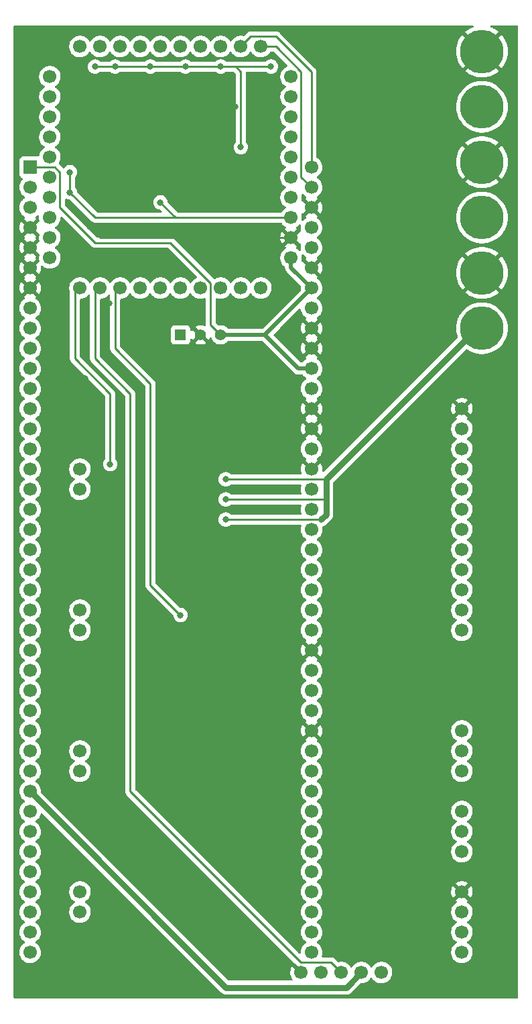
<source format=gbl>
G04 #@! TF.GenerationSoftware,KiCad,Pcbnew,(6.0.9)*
G04 #@! TF.CreationDate,2023-07-15T07:21:25-07:00*
G04 #@! TF.ProjectId,canbuz-1977-vw-bus-ecu,63616e62-757a-42d3-9139-37372d76772d,rev?*
G04 #@! TF.SameCoordinates,Original*
G04 #@! TF.FileFunction,Copper,L2,Bot*
G04 #@! TF.FilePolarity,Positive*
%FSLAX46Y46*%
G04 Gerber Fmt 4.6, Leading zero omitted, Abs format (unit mm)*
G04 Created by KiCad (PCBNEW (6.0.9)) date 2023-07-15 07:21:25*
%MOMM*%
%LPD*%
G01*
G04 APERTURE LIST*
G04 #@! TA.AperFunction,ComponentPad*
%ADD10R,1.700000X1.700000*%
G04 #@! TD*
G04 #@! TA.AperFunction,ComponentPad*
%ADD11C,1.700000*%
G04 #@! TD*
G04 #@! TA.AperFunction,ComponentPad*
%ADD12C,5.500000*%
G04 #@! TD*
G04 #@! TA.AperFunction,ComponentPad*
%ADD13R,1.410000X1.410000*%
G04 #@! TD*
G04 #@! TA.AperFunction,ComponentPad*
%ADD14C,1.410000*%
G04 #@! TD*
G04 #@! TA.AperFunction,ViaPad*
%ADD15C,0.800000*%
G04 #@! TD*
G04 #@! TA.AperFunction,Conductor*
%ADD16C,0.250000*%
G04 #@! TD*
G04 #@! TA.AperFunction,Conductor*
%ADD17C,0.750000*%
G04 #@! TD*
G04 #@! TA.AperFunction,Conductor*
%ADD18C,0.500000*%
G04 #@! TD*
G04 APERTURE END LIST*
D10*
X39420000Y-58420000D03*
D11*
X39420000Y-60960000D03*
X39420000Y-63500000D03*
X39420000Y-66040000D03*
X39420000Y-68580000D03*
X39420000Y-71120000D03*
X39420000Y-73660000D03*
X39420000Y-76200000D03*
X39420000Y-78740000D03*
X39420000Y-81280000D03*
X39420000Y-83820000D03*
X39420000Y-86360000D03*
X39420000Y-88900000D03*
X39420000Y-91440000D03*
X39420000Y-93980000D03*
X39420000Y-96520000D03*
X39420000Y-99060000D03*
X39420000Y-101600000D03*
X39420000Y-104140000D03*
X39420000Y-106680000D03*
X39420000Y-109220000D03*
X39420000Y-111760000D03*
X39420000Y-114300000D03*
X39420000Y-116840000D03*
X39420000Y-119380000D03*
X39420000Y-121920000D03*
X39420000Y-124460000D03*
X39420000Y-127000000D03*
X39420000Y-129540000D03*
X39420000Y-132080000D03*
X39420000Y-134620000D03*
X39420000Y-137160000D03*
X39420000Y-139700000D03*
X39420000Y-142240000D03*
X39420000Y-147320000D03*
X39420000Y-144780000D03*
X39420000Y-149860000D03*
X39420000Y-152400000D03*
X39420000Y-154940000D03*
X39420000Y-157480000D03*
X74980000Y-157480000D03*
X74980000Y-154940000D03*
X74980000Y-152400000D03*
X74980000Y-149860000D03*
X74980000Y-147320000D03*
X74980000Y-144780000D03*
X74980000Y-142240000D03*
X74980000Y-139700000D03*
X74980000Y-137160000D03*
X74980000Y-134620000D03*
X74980000Y-132080000D03*
X74980000Y-129540000D03*
X74980000Y-127000000D03*
X74980000Y-124460000D03*
X74980000Y-121920000D03*
X74980000Y-119380000D03*
X74980000Y-116840000D03*
X74980000Y-114300000D03*
X74980000Y-111760000D03*
X74980000Y-109220000D03*
X74980000Y-106680000D03*
X74980000Y-104140000D03*
X74980000Y-101600000D03*
X74980000Y-99060000D03*
X74980000Y-96520000D03*
X74980000Y-93980000D03*
X74980000Y-91440000D03*
X74980000Y-88900000D03*
X74980000Y-86360000D03*
X74980000Y-83820000D03*
X74980000Y-81280000D03*
X74980000Y-78740000D03*
X74980000Y-76200000D03*
X74980000Y-73660000D03*
X74980000Y-71120000D03*
X74980000Y-68580000D03*
X74980000Y-66040000D03*
X74980000Y-63500000D03*
X74980000Y-60960000D03*
X74980000Y-58420000D03*
D12*
X96520000Y-71755000D03*
D11*
X93980000Y-88900000D03*
X93980000Y-91440000D03*
X93980000Y-93980000D03*
X93980000Y-96520000D03*
X93980000Y-99060000D03*
X93980000Y-101600000D03*
X93980000Y-104140000D03*
X93980000Y-106680000D03*
X93980000Y-109220000D03*
X93980000Y-111760000D03*
X93980000Y-114300000D03*
X93980000Y-116840000D03*
X93980000Y-129540000D03*
X93980000Y-132080000D03*
X93980000Y-134620000D03*
X93980000Y-139700000D03*
X93980000Y-142240000D03*
X93980000Y-144780000D03*
X93980000Y-149860000D03*
X93980000Y-152400000D03*
X93980000Y-154940000D03*
X93980000Y-157480000D03*
X83820000Y-160020000D03*
X81280000Y-160020000D03*
X78740000Y-160020000D03*
X76200000Y-160020000D03*
X73660000Y-160020000D03*
X45720000Y-152400000D03*
X45720000Y-149860000D03*
X45720000Y-134620000D03*
X45720000Y-132080000D03*
X45720000Y-116840000D03*
X45720000Y-114300000D03*
X45720000Y-99060000D03*
X45720000Y-96520000D03*
D12*
X96520000Y-57785000D03*
X96520000Y-78740000D03*
X96520000Y-64770000D03*
D11*
X41910000Y-69850000D03*
X41910000Y-67310000D03*
X41910000Y-64770000D03*
X41910000Y-62230000D03*
X41910000Y-59690000D03*
X41910000Y-57150000D03*
X41910000Y-54610000D03*
X41910000Y-52070000D03*
X41910000Y-49530000D03*
X41910000Y-46990000D03*
X45720000Y-43180000D03*
X48260000Y-43180000D03*
X50800000Y-43180000D03*
X53340000Y-43180000D03*
X55880000Y-43180000D03*
X58420000Y-43180000D03*
X60960000Y-43180000D03*
X63500000Y-43180000D03*
X66040000Y-43180000D03*
X68580000Y-43180000D03*
X72390000Y-46990000D03*
X72390000Y-49530000D03*
X72390000Y-52070000D03*
X72390000Y-54610000D03*
X72390000Y-57150000D03*
X72390000Y-59690000D03*
X72390000Y-62230000D03*
X72390000Y-64770000D03*
X72390000Y-67310000D03*
X72390000Y-69850000D03*
X68580000Y-73660000D03*
X66040000Y-73660000D03*
X63500000Y-73660000D03*
X60960000Y-73660000D03*
X58420000Y-73660000D03*
X55880000Y-73660000D03*
X53340000Y-73660000D03*
X50800000Y-73660000D03*
X48260000Y-73660000D03*
X45720000Y-73660000D03*
D12*
X96520000Y-50800000D03*
D13*
X58420000Y-79572500D03*
D14*
X60960000Y-79572500D03*
X63500000Y-79572500D03*
D12*
X96520000Y-43815000D03*
D15*
X53697500Y-58142500D03*
X44450000Y-86360000D03*
X47446250Y-50978750D03*
X63500000Y-59055000D03*
X43815000Y-85090000D03*
X43815000Y-107315000D03*
X56335000Y-50852500D03*
X51935500Y-50800000D03*
X46355000Y-85090000D03*
X60960000Y-52705000D03*
X45085000Y-107315000D03*
X66040000Y-61595000D03*
X49440500Y-75565000D03*
X45720000Y-86360000D03*
X46990000Y-86360000D03*
X43815000Y-106045000D03*
X45085000Y-85090000D03*
X65315500Y-50800000D03*
X46990000Y-65945500D03*
X45085000Y-106045000D03*
X50800000Y-61500500D03*
X60843750Y-50916250D03*
X54610000Y-45720000D03*
X59055000Y-45720000D03*
X44450000Y-59055000D03*
X55880000Y-62865000D03*
X66040000Y-55880000D03*
X47625000Y-45720000D03*
X50165000Y-45720000D03*
X63500000Y-45720000D03*
X44450000Y-61595000D03*
X69850000Y-45720000D03*
X64135000Y-102870000D03*
X64135000Y-97790000D03*
X64135000Y-100330000D03*
X58420000Y-114935000D03*
X49530000Y-95885000D03*
D16*
X51935500Y-50800000D02*
X47625000Y-50800000D01*
X51988000Y-50852500D02*
X51935500Y-50800000D01*
X48354500Y-67310000D02*
X46990000Y-65945500D01*
X50894500Y-61595000D02*
X50800000Y-61500500D01*
X63500000Y-59055000D02*
X63500000Y-55245000D01*
X63500000Y-55245000D02*
X60960000Y-52705000D01*
X57150000Y-61595000D02*
X57055500Y-61500500D01*
X63500000Y-55245000D02*
X63500000Y-52615500D01*
X56335000Y-50852500D02*
X51988000Y-50852500D01*
X47625000Y-50800000D02*
X47446250Y-50978750D01*
X54610000Y-59055000D02*
X53697500Y-58142500D01*
X63500000Y-52615500D02*
X65315500Y-50800000D01*
X66040000Y-61595000D02*
X57150000Y-61595000D01*
X72390000Y-67310000D02*
X48354500Y-67310000D01*
X63500000Y-59055000D02*
X56335000Y-51890000D01*
X56335000Y-51890000D02*
X56335000Y-50852500D01*
X63500000Y-59055000D02*
X54610000Y-59055000D01*
X57055500Y-61500500D02*
X50800000Y-61500500D01*
D17*
X81280000Y-160020000D02*
X79375000Y-161925000D01*
X79375000Y-161925000D02*
X64185000Y-161925000D01*
X64185000Y-161925000D02*
X39420000Y-137160000D01*
D16*
X47625000Y-64770000D02*
X57785000Y-64770000D01*
X72390000Y-64770000D02*
X57785000Y-64770000D01*
X47625000Y-45720000D02*
X54610000Y-45720000D01*
X59055000Y-45720000D02*
X58420000Y-45720000D01*
X63500000Y-45720000D02*
X65405000Y-45720000D01*
X66040000Y-46355000D02*
X66040000Y-55880000D01*
X44450000Y-59055000D02*
X44450000Y-61595000D01*
X65405000Y-45720000D02*
X69850000Y-45720000D01*
X57785000Y-64770000D02*
X55880000Y-62865000D01*
X44450000Y-61595000D02*
X47625000Y-64770000D01*
X54610000Y-45720000D02*
X58420000Y-45720000D01*
X65405000Y-45720000D02*
X66040000Y-46355000D01*
X58420000Y-45720000D02*
X63500000Y-45720000D01*
D17*
X76835000Y-97790000D02*
X95885000Y-78740000D01*
X76835000Y-97790000D02*
X76835000Y-100330000D01*
X76835000Y-102235000D02*
X76200000Y-102870000D01*
D16*
X76835000Y-97790000D02*
X64135000Y-97790000D01*
D17*
X76835000Y-100330000D02*
X76835000Y-102235000D01*
D16*
X64135000Y-100330000D02*
X76835000Y-100330000D01*
X64135000Y-102870000D02*
X76200000Y-102870000D01*
D17*
X95885000Y-78740000D02*
X96520000Y-78740000D01*
D16*
X70485000Y-41910000D02*
X74980000Y-46405000D01*
X66040000Y-43180000D02*
X67310000Y-41910000D01*
X74980000Y-46405000D02*
X74980000Y-58420000D01*
X67310000Y-41910000D02*
X70485000Y-41910000D01*
X68580000Y-43180000D02*
X70483604Y-43180000D01*
X70483604Y-43180000D02*
X73660000Y-46356396D01*
X73660000Y-46356396D02*
X73660000Y-59640000D01*
X73660000Y-59640000D02*
X74980000Y-60960000D01*
X62230000Y-73025000D02*
X57150000Y-67945000D01*
X57150000Y-67945000D02*
X47625000Y-67945000D01*
X43180000Y-63500000D02*
X43180000Y-59055000D01*
X42545000Y-58420000D02*
X39420000Y-58420000D01*
X47625000Y-67945000D02*
X43180000Y-63500000D01*
D18*
X73315000Y-83820000D02*
X74980000Y-83820000D01*
X72390000Y-69850000D02*
X72390000Y-71070000D01*
D16*
X62230000Y-78302500D02*
X62230000Y-73025000D01*
D18*
X63500000Y-79572500D02*
X69067500Y-79572500D01*
X69067500Y-79572500D02*
X74980000Y-73660000D01*
D16*
X63500000Y-79572500D02*
X62230000Y-78302500D01*
D18*
X69067500Y-79572500D02*
X73315000Y-83820000D01*
X72390000Y-71070000D02*
X74980000Y-73660000D01*
D16*
X43180000Y-59055000D02*
X42545000Y-58420000D01*
X54610000Y-111125000D02*
X58420000Y-114935000D01*
X50165000Y-81280000D02*
X54610000Y-85725000D01*
X50165000Y-74295000D02*
X50165000Y-81280000D01*
X54610000Y-85725000D02*
X54610000Y-111125000D01*
X50800000Y-73660000D02*
X50165000Y-74295000D01*
X45085000Y-74295000D02*
X45720000Y-73660000D01*
X49530000Y-86995000D02*
X45085000Y-82550000D01*
X49530000Y-95885000D02*
X49530000Y-86995000D01*
X45085000Y-82550000D02*
X45085000Y-74295000D01*
X52070000Y-137160000D02*
X73660000Y-158750000D01*
X47625000Y-82550000D02*
X52070000Y-86995000D01*
X77470000Y-158750000D02*
X78740000Y-160020000D01*
X73660000Y-158750000D02*
X77470000Y-158750000D01*
X48260000Y-73660000D02*
X47625000Y-74295000D01*
X52070000Y-86995000D02*
X52070000Y-137160000D01*
X47625000Y-74295000D02*
X47625000Y-82550000D01*
G04 #@! TA.AperFunction,Conductor*
G36*
X95413827Y-40533502D02*
G01*
X95460320Y-40587158D01*
X95470424Y-40657432D01*
X95440930Y-40722012D01*
X95385686Y-40758989D01*
X95322117Y-40780259D01*
X95315795Y-40782762D01*
X95001388Y-40927373D01*
X94995345Y-40930559D01*
X94698402Y-41108276D01*
X94692756Y-41112085D01*
X94416726Y-41320844D01*
X94413140Y-41323875D01*
X94405322Y-41337234D01*
X94405357Y-41338075D01*
X94410410Y-41346200D01*
X96507188Y-43442978D01*
X96521132Y-43450592D01*
X96522965Y-43450461D01*
X96529580Y-43446210D01*
X98627431Y-41348359D01*
X98635045Y-41334415D01*
X98634977Y-41333460D01*
X98631024Y-41327482D01*
X98356667Y-41118479D01*
X98351041Y-41114655D01*
X98054706Y-40935894D01*
X98048694Y-40932697D01*
X97734774Y-40786980D01*
X97728474Y-40784460D01*
X97652808Y-40758849D01*
X97594696Y-40718062D01*
X97567860Y-40652333D01*
X97580820Y-40582529D01*
X97629462Y-40530813D01*
X97693205Y-40513500D01*
X100965500Y-40513500D01*
X101033621Y-40533502D01*
X101080114Y-40587158D01*
X101091500Y-40639500D01*
X101091500Y-163195500D01*
X101071498Y-163263621D01*
X101017842Y-163310114D01*
X100965500Y-163321500D01*
X37464500Y-163321500D01*
X37396379Y-163301498D01*
X37349886Y-163247842D01*
X37338500Y-163195500D01*
X37338500Y-157446695D01*
X38057251Y-157446695D01*
X38057548Y-157451848D01*
X38057548Y-157451851D01*
X38063011Y-157546590D01*
X38070110Y-157669715D01*
X38071247Y-157674761D01*
X38071248Y-157674767D01*
X38091119Y-157762939D01*
X38119222Y-157887639D01*
X38203266Y-158094616D01*
X38237982Y-158151267D01*
X38313110Y-158273865D01*
X38319987Y-158285088D01*
X38466250Y-158453938D01*
X38638126Y-158596632D01*
X38831000Y-158709338D01*
X38835825Y-158711180D01*
X38835826Y-158711181D01*
X38908612Y-158738975D01*
X39039692Y-158789030D01*
X39044760Y-158790061D01*
X39044763Y-158790062D01*
X39152017Y-158811883D01*
X39258597Y-158833567D01*
X39263772Y-158833757D01*
X39263774Y-158833757D01*
X39476673Y-158841564D01*
X39476677Y-158841564D01*
X39481837Y-158841753D01*
X39486957Y-158841097D01*
X39486959Y-158841097D01*
X39698288Y-158814025D01*
X39698289Y-158814025D01*
X39703416Y-158813368D01*
X39708366Y-158811883D01*
X39912429Y-158750661D01*
X39912434Y-158750659D01*
X39917384Y-158749174D01*
X40117994Y-158650896D01*
X40299860Y-158521173D01*
X40458096Y-158363489D01*
X40466710Y-158351502D01*
X40585435Y-158186277D01*
X40588453Y-158182077D01*
X40599305Y-158160121D01*
X40685136Y-157986453D01*
X40685137Y-157986451D01*
X40687430Y-157981811D01*
X40752370Y-157768069D01*
X40781529Y-157546590D01*
X40783156Y-157480000D01*
X40764852Y-157257361D01*
X40710431Y-157040702D01*
X40621354Y-156835840D01*
X40500014Y-156648277D01*
X40349670Y-156483051D01*
X40345619Y-156479852D01*
X40345615Y-156479848D01*
X40178414Y-156347800D01*
X40178410Y-156347798D01*
X40174359Y-156344598D01*
X40133053Y-156321796D01*
X40083084Y-156271364D01*
X40068312Y-156201921D01*
X40093428Y-156135516D01*
X40120780Y-156108909D01*
X40164603Y-156077650D01*
X40299860Y-155981173D01*
X40458096Y-155823489D01*
X40517594Y-155740689D01*
X40585435Y-155646277D01*
X40588453Y-155642077D01*
X40687430Y-155441811D01*
X40752370Y-155228069D01*
X40781529Y-155006590D01*
X40783156Y-154940000D01*
X40764852Y-154717361D01*
X40710431Y-154500702D01*
X40621354Y-154295840D01*
X40500014Y-154108277D01*
X40349670Y-153943051D01*
X40345619Y-153939852D01*
X40345615Y-153939848D01*
X40178414Y-153807800D01*
X40178410Y-153807798D01*
X40174359Y-153804598D01*
X40133053Y-153781796D01*
X40083084Y-153731364D01*
X40068312Y-153661921D01*
X40093428Y-153595516D01*
X40120780Y-153568909D01*
X40164603Y-153537650D01*
X40299860Y-153441173D01*
X40458096Y-153283489D01*
X40517594Y-153200689D01*
X40585435Y-153106277D01*
X40588453Y-153102077D01*
X40687430Y-152901811D01*
X40752370Y-152688069D01*
X40781529Y-152466590D01*
X40783156Y-152400000D01*
X40780418Y-152366695D01*
X44357251Y-152366695D01*
X44357548Y-152371848D01*
X44357548Y-152371851D01*
X44363011Y-152466590D01*
X44370110Y-152589715D01*
X44371247Y-152594761D01*
X44371248Y-152594767D01*
X44391119Y-152682939D01*
X44419222Y-152807639D01*
X44503266Y-153014616D01*
X44619987Y-153205088D01*
X44766250Y-153373938D01*
X44938126Y-153516632D01*
X45131000Y-153629338D01*
X45339692Y-153709030D01*
X45344760Y-153710061D01*
X45344763Y-153710062D01*
X45449466Y-153731364D01*
X45558597Y-153753567D01*
X45563772Y-153753757D01*
X45563774Y-153753757D01*
X45776673Y-153761564D01*
X45776677Y-153761564D01*
X45781837Y-153761753D01*
X45786957Y-153761097D01*
X45786959Y-153761097D01*
X45998288Y-153734025D01*
X45998289Y-153734025D01*
X46003416Y-153733368D01*
X46010096Y-153731364D01*
X46212429Y-153670661D01*
X46212434Y-153670659D01*
X46217384Y-153669174D01*
X46417994Y-153570896D01*
X46599860Y-153441173D01*
X46758096Y-153283489D01*
X46817594Y-153200689D01*
X46885435Y-153106277D01*
X46888453Y-153102077D01*
X46987430Y-152901811D01*
X47052370Y-152688069D01*
X47081529Y-152466590D01*
X47083156Y-152400000D01*
X47064852Y-152177361D01*
X47010431Y-151960702D01*
X46921354Y-151755840D01*
X46800014Y-151568277D01*
X46649670Y-151403051D01*
X46645619Y-151399852D01*
X46645615Y-151399848D01*
X46478414Y-151267800D01*
X46478410Y-151267798D01*
X46474359Y-151264598D01*
X46433053Y-151241796D01*
X46383084Y-151191364D01*
X46368312Y-151121921D01*
X46393428Y-151055516D01*
X46420780Y-151028909D01*
X46485110Y-150983023D01*
X46599860Y-150901173D01*
X46758096Y-150743489D01*
X46817594Y-150660689D01*
X46885435Y-150566277D01*
X46888453Y-150562077D01*
X46890874Y-150557180D01*
X46985136Y-150366453D01*
X46985137Y-150366451D01*
X46987430Y-150361811D01*
X47052370Y-150148069D01*
X47081529Y-149926590D01*
X47083156Y-149860000D01*
X47064852Y-149637361D01*
X47010431Y-149420702D01*
X46921354Y-149215840D01*
X46800014Y-149028277D01*
X46649670Y-148863051D01*
X46645619Y-148859852D01*
X46645615Y-148859848D01*
X46478414Y-148727800D01*
X46478410Y-148727798D01*
X46474359Y-148724598D01*
X46278789Y-148616638D01*
X46273920Y-148614914D01*
X46273916Y-148614912D01*
X46073087Y-148543795D01*
X46073083Y-148543794D01*
X46068212Y-148542069D01*
X46063119Y-148541162D01*
X46063116Y-148541161D01*
X45853373Y-148503800D01*
X45853367Y-148503799D01*
X45848284Y-148502894D01*
X45774452Y-148501992D01*
X45630081Y-148500228D01*
X45630079Y-148500228D01*
X45624911Y-148500165D01*
X45404091Y-148533955D01*
X45191756Y-148603357D01*
X44993607Y-148706507D01*
X44989474Y-148709610D01*
X44989471Y-148709612D01*
X44819100Y-148837530D01*
X44814965Y-148840635D01*
X44660629Y-149002138D01*
X44534743Y-149186680D01*
X44440688Y-149389305D01*
X44380989Y-149604570D01*
X44357251Y-149826695D01*
X44357548Y-149831848D01*
X44357548Y-149831851D01*
X44363011Y-149926590D01*
X44370110Y-150049715D01*
X44371247Y-150054761D01*
X44371248Y-150054767D01*
X44391119Y-150142939D01*
X44419222Y-150267639D01*
X44503266Y-150474616D01*
X44619987Y-150665088D01*
X44766250Y-150833938D01*
X44938126Y-150976632D01*
X44949063Y-150983023D01*
X45011445Y-151019476D01*
X45060169Y-151071114D01*
X45073240Y-151140897D01*
X45046509Y-151206669D01*
X45006055Y-151240027D01*
X44993607Y-151246507D01*
X44989474Y-151249610D01*
X44989471Y-151249612D01*
X44965247Y-151267800D01*
X44814965Y-151380635D01*
X44660629Y-151542138D01*
X44534743Y-151726680D01*
X44440688Y-151929305D01*
X44380989Y-152144570D01*
X44357251Y-152366695D01*
X40780418Y-152366695D01*
X40764852Y-152177361D01*
X40710431Y-151960702D01*
X40621354Y-151755840D01*
X40500014Y-151568277D01*
X40349670Y-151403051D01*
X40345619Y-151399852D01*
X40345615Y-151399848D01*
X40178414Y-151267800D01*
X40178410Y-151267798D01*
X40174359Y-151264598D01*
X40133053Y-151241796D01*
X40083084Y-151191364D01*
X40068312Y-151121921D01*
X40093428Y-151055516D01*
X40120780Y-151028909D01*
X40185110Y-150983023D01*
X40299860Y-150901173D01*
X40458096Y-150743489D01*
X40517594Y-150660689D01*
X40585435Y-150566277D01*
X40588453Y-150562077D01*
X40590874Y-150557180D01*
X40685136Y-150366453D01*
X40685137Y-150366451D01*
X40687430Y-150361811D01*
X40752370Y-150148069D01*
X40781529Y-149926590D01*
X40783156Y-149860000D01*
X40764852Y-149637361D01*
X40710431Y-149420702D01*
X40621354Y-149215840D01*
X40500014Y-149028277D01*
X40349670Y-148863051D01*
X40345619Y-148859852D01*
X40345615Y-148859848D01*
X40178414Y-148727800D01*
X40178410Y-148727798D01*
X40174359Y-148724598D01*
X40133053Y-148701796D01*
X40083084Y-148651364D01*
X40068312Y-148581921D01*
X40093428Y-148515516D01*
X40120780Y-148488909D01*
X40164603Y-148457650D01*
X40299860Y-148361173D01*
X40458096Y-148203489D01*
X40517594Y-148120689D01*
X40585435Y-148026277D01*
X40588453Y-148022077D01*
X40687430Y-147821811D01*
X40752370Y-147608069D01*
X40781529Y-147386590D01*
X40783156Y-147320000D01*
X40764852Y-147097361D01*
X40710431Y-146880702D01*
X40621354Y-146675840D01*
X40500014Y-146488277D01*
X40349670Y-146323051D01*
X40345619Y-146319852D01*
X40345615Y-146319848D01*
X40178414Y-146187800D01*
X40178410Y-146187798D01*
X40174359Y-146184598D01*
X40133053Y-146161796D01*
X40083084Y-146111364D01*
X40068312Y-146041921D01*
X40093428Y-145975516D01*
X40120780Y-145948909D01*
X40164603Y-145917650D01*
X40299860Y-145821173D01*
X40458096Y-145663489D01*
X40517594Y-145580689D01*
X40585435Y-145486277D01*
X40588453Y-145482077D01*
X40687430Y-145281811D01*
X40752370Y-145068069D01*
X40781529Y-144846590D01*
X40783156Y-144780000D01*
X40764852Y-144557361D01*
X40710431Y-144340702D01*
X40621354Y-144135840D01*
X40500014Y-143948277D01*
X40349670Y-143783051D01*
X40345619Y-143779852D01*
X40345615Y-143779848D01*
X40178414Y-143647800D01*
X40178410Y-143647798D01*
X40174359Y-143644598D01*
X40133053Y-143621796D01*
X40083084Y-143571364D01*
X40068312Y-143501921D01*
X40093428Y-143435516D01*
X40120780Y-143408909D01*
X40164603Y-143377650D01*
X40299860Y-143281173D01*
X40458096Y-143123489D01*
X40517594Y-143040689D01*
X40585435Y-142946277D01*
X40588453Y-142942077D01*
X40687430Y-142741811D01*
X40752370Y-142528069D01*
X40781529Y-142306590D01*
X40783156Y-142240000D01*
X40764852Y-142017361D01*
X40710431Y-141800702D01*
X40621354Y-141595840D01*
X40500014Y-141408277D01*
X40349670Y-141243051D01*
X40345619Y-141239852D01*
X40345615Y-141239848D01*
X40178414Y-141107800D01*
X40178410Y-141107798D01*
X40174359Y-141104598D01*
X40133053Y-141081796D01*
X40083084Y-141031364D01*
X40068312Y-140961921D01*
X40093428Y-140895516D01*
X40120780Y-140868909D01*
X40164603Y-140837650D01*
X40299860Y-140741173D01*
X40458096Y-140583489D01*
X40517594Y-140500689D01*
X40585435Y-140406277D01*
X40588453Y-140402077D01*
X40687430Y-140201811D01*
X40748670Y-140000247D01*
X40787611Y-139940883D01*
X40852465Y-139911996D01*
X40922641Y-139922757D01*
X40958323Y-139947781D01*
X63504085Y-162493542D01*
X63516926Y-162508577D01*
X63520927Y-162514084D01*
X63520932Y-162514090D01*
X63524815Y-162519434D01*
X63529725Y-162523855D01*
X63529726Y-162523856D01*
X63574194Y-162563895D01*
X63578970Y-162568427D01*
X63593015Y-162582472D01*
X63595575Y-162584545D01*
X63595576Y-162584546D01*
X63608443Y-162594966D01*
X63613453Y-162599246D01*
X63657921Y-162639284D01*
X63657926Y-162639288D01*
X63662831Y-162643704D01*
X63668543Y-162647002D01*
X63668546Y-162647004D01*
X63674446Y-162650410D01*
X63690741Y-162661609D01*
X63701161Y-162670047D01*
X63760363Y-162700213D01*
X63766133Y-162703346D01*
X63817945Y-162733260D01*
X63817950Y-162733262D01*
X63823669Y-162736564D01*
X63829949Y-162738605D01*
X63829957Y-162738608D01*
X63836421Y-162740708D01*
X63854683Y-162748272D01*
X63860749Y-162751363D01*
X63860758Y-162751366D01*
X63866637Y-162754362D01*
X63873015Y-162756071D01*
X63930804Y-162771556D01*
X63937106Y-162773422D01*
X64000298Y-162793954D01*
X64013205Y-162795311D01*
X64013628Y-162795355D01*
X64033071Y-162798958D01*
X64046029Y-162802430D01*
X64052619Y-162802775D01*
X64052623Y-162802776D01*
X64096573Y-162805079D01*
X64112372Y-162805907D01*
X64118931Y-162806423D01*
X64138694Y-162808500D01*
X64158555Y-162808500D01*
X64165150Y-162808673D01*
X64224902Y-162811805D01*
X64224906Y-162811805D01*
X64231493Y-162812150D01*
X64244747Y-162810051D01*
X64264456Y-162808500D01*
X79295543Y-162808500D01*
X79315255Y-162810051D01*
X79328507Y-162812150D01*
X79335094Y-162811805D01*
X79335098Y-162811805D01*
X79394850Y-162808673D01*
X79401445Y-162808500D01*
X79421306Y-162808500D01*
X79441069Y-162806423D01*
X79447628Y-162805907D01*
X79463427Y-162805079D01*
X79507377Y-162802776D01*
X79507381Y-162802775D01*
X79513971Y-162802430D01*
X79526929Y-162798958D01*
X79546372Y-162795355D01*
X79546795Y-162795311D01*
X79559702Y-162793954D01*
X79622894Y-162773422D01*
X79629196Y-162771556D01*
X79686985Y-162756071D01*
X79693363Y-162754362D01*
X79699242Y-162751366D01*
X79699251Y-162751363D01*
X79705317Y-162748272D01*
X79723579Y-162740708D01*
X79730043Y-162738608D01*
X79730051Y-162738605D01*
X79736331Y-162736564D01*
X79742050Y-162733262D01*
X79742055Y-162733260D01*
X79793867Y-162703346D01*
X79799637Y-162700213D01*
X79858839Y-162670047D01*
X79869259Y-162661609D01*
X79885552Y-162650411D01*
X79885903Y-162650209D01*
X79897169Y-162643704D01*
X79902075Y-162639287D01*
X79902080Y-162639283D01*
X79946538Y-162599253D01*
X79951554Y-162594969D01*
X79964409Y-162584559D01*
X79964412Y-162584556D01*
X79966986Y-162582472D01*
X79981031Y-162568427D01*
X79985816Y-162563886D01*
X80030274Y-162523856D01*
X80030275Y-162523855D01*
X80035185Y-162519434D01*
X80043075Y-162508574D01*
X80055912Y-162493546D01*
X81135032Y-161414426D01*
X81197344Y-161380400D01*
X81228742Y-161377606D01*
X81275366Y-161379316D01*
X81336673Y-161381564D01*
X81336677Y-161381564D01*
X81341837Y-161381753D01*
X81346957Y-161381097D01*
X81346959Y-161381097D01*
X81558288Y-161354025D01*
X81558289Y-161354025D01*
X81563416Y-161353368D01*
X81568366Y-161351883D01*
X81772429Y-161290661D01*
X81772434Y-161290659D01*
X81777384Y-161289174D01*
X81977994Y-161190896D01*
X82159860Y-161061173D01*
X82318096Y-160903489D01*
X82322334Y-160897592D01*
X82448453Y-160722077D01*
X82449776Y-160723028D01*
X82496645Y-160679857D01*
X82566580Y-160667625D01*
X82632026Y-160695144D01*
X82659875Y-160726994D01*
X82719987Y-160825088D01*
X82866250Y-160993938D01*
X83038126Y-161136632D01*
X83231000Y-161249338D01*
X83439692Y-161329030D01*
X83444760Y-161330061D01*
X83444763Y-161330062D01*
X83552017Y-161351883D01*
X83658597Y-161373567D01*
X83663772Y-161373757D01*
X83663774Y-161373757D01*
X83876673Y-161381564D01*
X83876677Y-161381564D01*
X83881837Y-161381753D01*
X83886957Y-161381097D01*
X83886959Y-161381097D01*
X84098288Y-161354025D01*
X84098289Y-161354025D01*
X84103416Y-161353368D01*
X84108366Y-161351883D01*
X84312429Y-161290661D01*
X84312434Y-161290659D01*
X84317384Y-161289174D01*
X84517994Y-161190896D01*
X84699860Y-161061173D01*
X84858096Y-160903489D01*
X84862334Y-160897592D01*
X84985435Y-160726277D01*
X84988453Y-160722077D01*
X85001995Y-160694678D01*
X85085136Y-160526453D01*
X85085137Y-160526451D01*
X85087430Y-160521811D01*
X85152370Y-160308069D01*
X85181529Y-160086590D01*
X85183156Y-160020000D01*
X85164852Y-159797361D01*
X85110431Y-159580702D01*
X85021354Y-159375840D01*
X84952274Y-159269059D01*
X84902822Y-159192617D01*
X84902820Y-159192614D01*
X84900014Y-159188277D01*
X84749670Y-159023051D01*
X84745619Y-159019852D01*
X84745615Y-159019848D01*
X84578414Y-158887800D01*
X84578410Y-158887798D01*
X84574359Y-158884598D01*
X84378789Y-158776638D01*
X84373920Y-158774914D01*
X84373916Y-158774912D01*
X84173087Y-158703795D01*
X84173083Y-158703794D01*
X84168212Y-158702069D01*
X84163119Y-158701162D01*
X84163116Y-158701161D01*
X83953373Y-158663800D01*
X83953367Y-158663799D01*
X83948284Y-158662894D01*
X83874452Y-158661992D01*
X83730081Y-158660228D01*
X83730079Y-158660228D01*
X83724911Y-158660165D01*
X83504091Y-158693955D01*
X83291756Y-158763357D01*
X83093607Y-158866507D01*
X83089474Y-158869610D01*
X83089471Y-158869612D01*
X82919100Y-158997530D01*
X82914965Y-159000635D01*
X82760629Y-159162138D01*
X82653201Y-159319621D01*
X82598293Y-159364621D01*
X82527768Y-159372792D01*
X82464021Y-159341538D01*
X82443324Y-159317054D01*
X82362822Y-159192617D01*
X82362820Y-159192614D01*
X82360014Y-159188277D01*
X82209670Y-159023051D01*
X82205619Y-159019852D01*
X82205615Y-159019848D01*
X82038414Y-158887800D01*
X82038410Y-158887798D01*
X82034359Y-158884598D01*
X81838789Y-158776638D01*
X81833920Y-158774914D01*
X81833916Y-158774912D01*
X81633087Y-158703795D01*
X81633083Y-158703794D01*
X81628212Y-158702069D01*
X81623119Y-158701162D01*
X81623116Y-158701161D01*
X81413373Y-158663800D01*
X81413367Y-158663799D01*
X81408284Y-158662894D01*
X81334452Y-158661992D01*
X81190081Y-158660228D01*
X81190079Y-158660228D01*
X81184911Y-158660165D01*
X80964091Y-158693955D01*
X80751756Y-158763357D01*
X80553607Y-158866507D01*
X80549474Y-158869610D01*
X80549471Y-158869612D01*
X80379100Y-158997530D01*
X80374965Y-159000635D01*
X80220629Y-159162138D01*
X80113201Y-159319621D01*
X80058293Y-159364621D01*
X79987768Y-159372792D01*
X79924021Y-159341538D01*
X79903324Y-159317054D01*
X79822822Y-159192617D01*
X79822820Y-159192614D01*
X79820014Y-159188277D01*
X79669670Y-159023051D01*
X79665619Y-159019852D01*
X79665615Y-159019848D01*
X79498414Y-158887800D01*
X79498410Y-158887798D01*
X79494359Y-158884598D01*
X79298789Y-158776638D01*
X79293920Y-158774914D01*
X79293916Y-158774912D01*
X79093087Y-158703795D01*
X79093083Y-158703794D01*
X79088212Y-158702069D01*
X79083119Y-158701162D01*
X79083116Y-158701161D01*
X78873373Y-158663800D01*
X78873367Y-158663799D01*
X78868284Y-158662894D01*
X78794452Y-158661992D01*
X78650081Y-158660228D01*
X78650079Y-158660228D01*
X78644911Y-158660165D01*
X78424091Y-158693955D01*
X78411532Y-158698060D01*
X78340568Y-158700210D01*
X78283294Y-158667389D01*
X77973652Y-158357747D01*
X77966112Y-158349461D01*
X77962000Y-158342982D01*
X77912348Y-158296356D01*
X77909507Y-158293602D01*
X77889770Y-158273865D01*
X77886573Y-158271385D01*
X77877551Y-158263680D01*
X77851100Y-158238841D01*
X77845321Y-158233414D01*
X77838375Y-158229595D01*
X77838372Y-158229593D01*
X77827566Y-158223652D01*
X77811047Y-158212801D01*
X77810583Y-158212441D01*
X77795041Y-158200386D01*
X77787772Y-158197241D01*
X77787768Y-158197238D01*
X77754463Y-158182826D01*
X77743813Y-158177609D01*
X77705060Y-158156305D01*
X77685437Y-158151267D01*
X77666734Y-158144863D01*
X77655420Y-158139967D01*
X77655419Y-158139967D01*
X77648145Y-158136819D01*
X77640322Y-158135580D01*
X77640312Y-158135577D01*
X77604476Y-158129901D01*
X77592856Y-158127495D01*
X77557711Y-158118472D01*
X77557710Y-158118472D01*
X77550030Y-158116500D01*
X77529776Y-158116500D01*
X77510065Y-158114949D01*
X77497886Y-158113020D01*
X77490057Y-158111780D01*
X77482165Y-158112526D01*
X77446039Y-158115941D01*
X77434181Y-158116500D01*
X76376477Y-158116500D01*
X76308356Y-158096498D01*
X76261863Y-158042842D01*
X76251759Y-157972568D01*
X76255917Y-157953879D01*
X76312370Y-157768069D01*
X76341529Y-157546590D01*
X76343156Y-157480000D01*
X76340418Y-157446695D01*
X92617251Y-157446695D01*
X92617548Y-157451848D01*
X92617548Y-157451851D01*
X92623011Y-157546590D01*
X92630110Y-157669715D01*
X92631247Y-157674761D01*
X92631248Y-157674767D01*
X92651119Y-157762939D01*
X92679222Y-157887639D01*
X92763266Y-158094616D01*
X92797982Y-158151267D01*
X92873110Y-158273865D01*
X92879987Y-158285088D01*
X93026250Y-158453938D01*
X93198126Y-158596632D01*
X93391000Y-158709338D01*
X93395825Y-158711180D01*
X93395826Y-158711181D01*
X93468612Y-158738975D01*
X93599692Y-158789030D01*
X93604760Y-158790061D01*
X93604763Y-158790062D01*
X93712017Y-158811883D01*
X93818597Y-158833567D01*
X93823772Y-158833757D01*
X93823774Y-158833757D01*
X94036673Y-158841564D01*
X94036677Y-158841564D01*
X94041837Y-158841753D01*
X94046957Y-158841097D01*
X94046959Y-158841097D01*
X94258288Y-158814025D01*
X94258289Y-158814025D01*
X94263416Y-158813368D01*
X94268366Y-158811883D01*
X94472429Y-158750661D01*
X94472434Y-158750659D01*
X94477384Y-158749174D01*
X94677994Y-158650896D01*
X94859860Y-158521173D01*
X95018096Y-158363489D01*
X95026710Y-158351502D01*
X95145435Y-158186277D01*
X95148453Y-158182077D01*
X95159305Y-158160121D01*
X95245136Y-157986453D01*
X95245137Y-157986451D01*
X95247430Y-157981811D01*
X95312370Y-157768069D01*
X95341529Y-157546590D01*
X95343156Y-157480000D01*
X95324852Y-157257361D01*
X95270431Y-157040702D01*
X95181354Y-156835840D01*
X95060014Y-156648277D01*
X94909670Y-156483051D01*
X94905619Y-156479852D01*
X94905615Y-156479848D01*
X94738414Y-156347800D01*
X94738410Y-156347798D01*
X94734359Y-156344598D01*
X94693053Y-156321796D01*
X94643084Y-156271364D01*
X94628312Y-156201921D01*
X94653428Y-156135516D01*
X94680780Y-156108909D01*
X94724603Y-156077650D01*
X94859860Y-155981173D01*
X95018096Y-155823489D01*
X95077594Y-155740689D01*
X95145435Y-155646277D01*
X95148453Y-155642077D01*
X95247430Y-155441811D01*
X95312370Y-155228069D01*
X95341529Y-155006590D01*
X95343156Y-154940000D01*
X95324852Y-154717361D01*
X95270431Y-154500702D01*
X95181354Y-154295840D01*
X95060014Y-154108277D01*
X94909670Y-153943051D01*
X94905619Y-153939852D01*
X94905615Y-153939848D01*
X94738414Y-153807800D01*
X94738410Y-153807798D01*
X94734359Y-153804598D01*
X94693053Y-153781796D01*
X94643084Y-153731364D01*
X94628312Y-153661921D01*
X94653428Y-153595516D01*
X94680780Y-153568909D01*
X94724603Y-153537650D01*
X94859860Y-153441173D01*
X95018096Y-153283489D01*
X95077594Y-153200689D01*
X95145435Y-153106277D01*
X95148453Y-153102077D01*
X95247430Y-152901811D01*
X95312370Y-152688069D01*
X95341529Y-152466590D01*
X95343156Y-152400000D01*
X95324852Y-152177361D01*
X95270431Y-151960702D01*
X95181354Y-151755840D01*
X95060014Y-151568277D01*
X94909670Y-151403051D01*
X94905619Y-151399852D01*
X94905615Y-151399848D01*
X94738414Y-151267800D01*
X94738410Y-151267798D01*
X94734359Y-151264598D01*
X94692569Y-151241529D01*
X94642598Y-151191097D01*
X94627826Y-151121654D01*
X94652942Y-151055248D01*
X94680293Y-151028642D01*
X94729247Y-150993723D01*
X94737648Y-150983023D01*
X94730660Y-150969870D01*
X93992812Y-150232022D01*
X93978868Y-150224408D01*
X93977035Y-150224539D01*
X93970420Y-150228790D01*
X93226737Y-150972473D01*
X93219977Y-150984853D01*
X93225258Y-150991907D01*
X93271969Y-151019203D01*
X93320693Y-151070841D01*
X93333764Y-151140624D01*
X93307033Y-151206396D01*
X93266584Y-151239752D01*
X93253607Y-151246507D01*
X93249474Y-151249610D01*
X93249471Y-151249612D01*
X93225247Y-151267800D01*
X93074965Y-151380635D01*
X92920629Y-151542138D01*
X92794743Y-151726680D01*
X92700688Y-151929305D01*
X92640989Y-152144570D01*
X92617251Y-152366695D01*
X92617548Y-152371848D01*
X92617548Y-152371851D01*
X92623011Y-152466590D01*
X92630110Y-152589715D01*
X92631247Y-152594761D01*
X92631248Y-152594767D01*
X92651119Y-152682939D01*
X92679222Y-152807639D01*
X92763266Y-153014616D01*
X92879987Y-153205088D01*
X93026250Y-153373938D01*
X93198126Y-153516632D01*
X93268595Y-153557811D01*
X93271445Y-153559476D01*
X93320169Y-153611114D01*
X93333240Y-153680897D01*
X93306509Y-153746669D01*
X93266055Y-153780027D01*
X93253607Y-153786507D01*
X93249474Y-153789610D01*
X93249471Y-153789612D01*
X93225247Y-153807800D01*
X93074965Y-153920635D01*
X92920629Y-154082138D01*
X92794743Y-154266680D01*
X92700688Y-154469305D01*
X92640989Y-154684570D01*
X92617251Y-154906695D01*
X92617548Y-154911848D01*
X92617548Y-154911851D01*
X92623011Y-155006590D01*
X92630110Y-155129715D01*
X92631247Y-155134761D01*
X92631248Y-155134767D01*
X92651119Y-155222939D01*
X92679222Y-155347639D01*
X92763266Y-155554616D01*
X92879987Y-155745088D01*
X93026250Y-155913938D01*
X93198126Y-156056632D01*
X93268595Y-156097811D01*
X93271445Y-156099476D01*
X93320169Y-156151114D01*
X93333240Y-156220897D01*
X93306509Y-156286669D01*
X93266055Y-156320027D01*
X93253607Y-156326507D01*
X93249474Y-156329610D01*
X93249471Y-156329612D01*
X93225247Y-156347800D01*
X93074965Y-156460635D01*
X92920629Y-156622138D01*
X92794743Y-156806680D01*
X92700688Y-157009305D01*
X92640989Y-157224570D01*
X92617251Y-157446695D01*
X76340418Y-157446695D01*
X76324852Y-157257361D01*
X76270431Y-157040702D01*
X76181354Y-156835840D01*
X76060014Y-156648277D01*
X75909670Y-156483051D01*
X75905619Y-156479852D01*
X75905615Y-156479848D01*
X75738414Y-156347800D01*
X75738410Y-156347798D01*
X75734359Y-156344598D01*
X75693053Y-156321796D01*
X75643084Y-156271364D01*
X75628312Y-156201921D01*
X75653428Y-156135516D01*
X75680780Y-156108909D01*
X75724603Y-156077650D01*
X75859860Y-155981173D01*
X76018096Y-155823489D01*
X76077594Y-155740689D01*
X76145435Y-155646277D01*
X76148453Y-155642077D01*
X76247430Y-155441811D01*
X76312370Y-155228069D01*
X76341529Y-155006590D01*
X76343156Y-154940000D01*
X76324852Y-154717361D01*
X76270431Y-154500702D01*
X76181354Y-154295840D01*
X76060014Y-154108277D01*
X75909670Y-153943051D01*
X75905619Y-153939852D01*
X75905615Y-153939848D01*
X75738414Y-153807800D01*
X75738410Y-153807798D01*
X75734359Y-153804598D01*
X75693053Y-153781796D01*
X75643084Y-153731364D01*
X75628312Y-153661921D01*
X75653428Y-153595516D01*
X75680780Y-153568909D01*
X75724603Y-153537650D01*
X75859860Y-153441173D01*
X76018096Y-153283489D01*
X76077594Y-153200689D01*
X76145435Y-153106277D01*
X76148453Y-153102077D01*
X76247430Y-152901811D01*
X76312370Y-152688069D01*
X76341529Y-152466590D01*
X76343156Y-152400000D01*
X76324852Y-152177361D01*
X76270431Y-151960702D01*
X76181354Y-151755840D01*
X76060014Y-151568277D01*
X75909670Y-151403051D01*
X75905619Y-151399852D01*
X75905615Y-151399848D01*
X75738414Y-151267800D01*
X75738410Y-151267798D01*
X75734359Y-151264598D01*
X75693053Y-151241796D01*
X75643084Y-151191364D01*
X75628312Y-151121921D01*
X75653428Y-151055516D01*
X75680780Y-151028909D01*
X75745110Y-150983023D01*
X75859860Y-150901173D01*
X76018096Y-150743489D01*
X76077594Y-150660689D01*
X76145435Y-150566277D01*
X76148453Y-150562077D01*
X76150874Y-150557180D01*
X76245136Y-150366453D01*
X76245137Y-150366451D01*
X76247430Y-150361811D01*
X76312370Y-150148069D01*
X76341529Y-149926590D01*
X76343156Y-149860000D01*
X76340843Y-149831863D01*
X92618050Y-149831863D01*
X92630309Y-150044477D01*
X92631745Y-150054697D01*
X92678565Y-150262446D01*
X92681645Y-150272275D01*
X92761770Y-150469603D01*
X92766413Y-150478794D01*
X92846460Y-150609420D01*
X92856916Y-150618880D01*
X92865694Y-150615096D01*
X93607978Y-149872812D01*
X93614356Y-149861132D01*
X94344408Y-149861132D01*
X94344539Y-149862965D01*
X94348790Y-149869580D01*
X95090474Y-150611264D01*
X95102484Y-150617823D01*
X95114223Y-150608855D01*
X95145004Y-150566019D01*
X95150315Y-150557180D01*
X95244670Y-150366267D01*
X95248469Y-150356672D01*
X95310376Y-150152915D01*
X95312555Y-150142834D01*
X95340590Y-149929887D01*
X95341109Y-149923212D01*
X95342572Y-149863364D01*
X95342378Y-149856646D01*
X95324781Y-149642604D01*
X95323096Y-149632424D01*
X95271214Y-149425875D01*
X95267894Y-149416124D01*
X95182972Y-149220814D01*
X95178105Y-149211739D01*
X95113063Y-149111197D01*
X95102377Y-149101995D01*
X95092812Y-149106398D01*
X94352022Y-149847188D01*
X94344408Y-149861132D01*
X93614356Y-149861132D01*
X93615592Y-149858868D01*
X93615461Y-149857035D01*
X93611210Y-149850420D01*
X92869849Y-149109059D01*
X92858313Y-149102759D01*
X92846031Y-149112382D01*
X92798089Y-149182662D01*
X92793004Y-149191613D01*
X92703338Y-149384783D01*
X92699775Y-149394470D01*
X92642864Y-149599681D01*
X92640933Y-149609800D01*
X92618302Y-149821574D01*
X92618050Y-149831863D01*
X76340843Y-149831863D01*
X76324852Y-149637361D01*
X76270431Y-149420702D01*
X76181354Y-149215840D01*
X76060014Y-149028277D01*
X75909670Y-148863051D01*
X75905619Y-148859852D01*
X75905615Y-148859848D01*
X75749338Y-148736427D01*
X93221223Y-148736427D01*
X93227968Y-148748758D01*
X93967188Y-149487978D01*
X93981132Y-149495592D01*
X93982965Y-149495461D01*
X93989580Y-149491210D01*
X94733389Y-148747401D01*
X94740410Y-148734544D01*
X94733611Y-148725213D01*
X94729554Y-148722518D01*
X94543117Y-148619599D01*
X94533705Y-148615369D01*
X94332959Y-148544280D01*
X94322989Y-148541646D01*
X94113327Y-148504301D01*
X94103073Y-148503331D01*
X93890116Y-148500728D01*
X93879832Y-148501448D01*
X93669321Y-148533661D01*
X93659293Y-148536050D01*
X93456868Y-148602212D01*
X93447359Y-148606209D01*
X93258466Y-148704540D01*
X93249734Y-148710039D01*
X93229677Y-148725099D01*
X93221223Y-148736427D01*
X75749338Y-148736427D01*
X75738414Y-148727800D01*
X75738410Y-148727798D01*
X75734359Y-148724598D01*
X75693053Y-148701796D01*
X75643084Y-148651364D01*
X75628312Y-148581921D01*
X75653428Y-148515516D01*
X75680780Y-148488909D01*
X75724603Y-148457650D01*
X75859860Y-148361173D01*
X76018096Y-148203489D01*
X76077594Y-148120689D01*
X76145435Y-148026277D01*
X76148453Y-148022077D01*
X76247430Y-147821811D01*
X76312370Y-147608069D01*
X76341529Y-147386590D01*
X76343156Y-147320000D01*
X76324852Y-147097361D01*
X76270431Y-146880702D01*
X76181354Y-146675840D01*
X76060014Y-146488277D01*
X75909670Y-146323051D01*
X75905619Y-146319852D01*
X75905615Y-146319848D01*
X75738414Y-146187800D01*
X75738410Y-146187798D01*
X75734359Y-146184598D01*
X75693053Y-146161796D01*
X75643084Y-146111364D01*
X75628312Y-146041921D01*
X75653428Y-145975516D01*
X75680780Y-145948909D01*
X75724603Y-145917650D01*
X75859860Y-145821173D01*
X76018096Y-145663489D01*
X76077594Y-145580689D01*
X76145435Y-145486277D01*
X76148453Y-145482077D01*
X76247430Y-145281811D01*
X76312370Y-145068069D01*
X76341529Y-144846590D01*
X76343156Y-144780000D01*
X76340418Y-144746695D01*
X92617251Y-144746695D01*
X92617548Y-144751848D01*
X92617548Y-144751851D01*
X92623011Y-144846590D01*
X92630110Y-144969715D01*
X92631247Y-144974761D01*
X92631248Y-144974767D01*
X92651119Y-145062939D01*
X92679222Y-145187639D01*
X92763266Y-145394616D01*
X92879987Y-145585088D01*
X93026250Y-145753938D01*
X93198126Y-145896632D01*
X93391000Y-146009338D01*
X93599692Y-146089030D01*
X93604760Y-146090061D01*
X93604763Y-146090062D01*
X93709466Y-146111364D01*
X93818597Y-146133567D01*
X93823772Y-146133757D01*
X93823774Y-146133757D01*
X94036673Y-146141564D01*
X94036677Y-146141564D01*
X94041837Y-146141753D01*
X94046957Y-146141097D01*
X94046959Y-146141097D01*
X94258288Y-146114025D01*
X94258289Y-146114025D01*
X94263416Y-146113368D01*
X94270096Y-146111364D01*
X94472429Y-146050661D01*
X94472434Y-146050659D01*
X94477384Y-146049174D01*
X94677994Y-145950896D01*
X94859860Y-145821173D01*
X95018096Y-145663489D01*
X95077594Y-145580689D01*
X95145435Y-145486277D01*
X95148453Y-145482077D01*
X95247430Y-145281811D01*
X95312370Y-145068069D01*
X95341529Y-144846590D01*
X95343156Y-144780000D01*
X95324852Y-144557361D01*
X95270431Y-144340702D01*
X95181354Y-144135840D01*
X95060014Y-143948277D01*
X94909670Y-143783051D01*
X94905619Y-143779852D01*
X94905615Y-143779848D01*
X94738414Y-143647800D01*
X94738410Y-143647798D01*
X94734359Y-143644598D01*
X94693053Y-143621796D01*
X94643084Y-143571364D01*
X94628312Y-143501921D01*
X94653428Y-143435516D01*
X94680780Y-143408909D01*
X94724603Y-143377650D01*
X94859860Y-143281173D01*
X95018096Y-143123489D01*
X95077594Y-143040689D01*
X95145435Y-142946277D01*
X95148453Y-142942077D01*
X95247430Y-142741811D01*
X95312370Y-142528069D01*
X95341529Y-142306590D01*
X95343156Y-142240000D01*
X95324852Y-142017361D01*
X95270431Y-141800702D01*
X95181354Y-141595840D01*
X95060014Y-141408277D01*
X94909670Y-141243051D01*
X94905619Y-141239852D01*
X94905615Y-141239848D01*
X94738414Y-141107800D01*
X94738410Y-141107798D01*
X94734359Y-141104598D01*
X94693053Y-141081796D01*
X94643084Y-141031364D01*
X94628312Y-140961921D01*
X94653428Y-140895516D01*
X94680780Y-140868909D01*
X94724603Y-140837650D01*
X94859860Y-140741173D01*
X95018096Y-140583489D01*
X95077594Y-140500689D01*
X95145435Y-140406277D01*
X95148453Y-140402077D01*
X95247430Y-140201811D01*
X95312370Y-139988069D01*
X95341529Y-139766590D01*
X95343156Y-139700000D01*
X95324852Y-139477361D01*
X95270431Y-139260702D01*
X95181354Y-139055840D01*
X95060014Y-138868277D01*
X94909670Y-138703051D01*
X94905619Y-138699852D01*
X94905615Y-138699848D01*
X94738414Y-138567800D01*
X94738410Y-138567798D01*
X94734359Y-138564598D01*
X94538789Y-138456638D01*
X94533920Y-138454914D01*
X94533916Y-138454912D01*
X94333087Y-138383795D01*
X94333083Y-138383794D01*
X94328212Y-138382069D01*
X94323119Y-138381162D01*
X94323116Y-138381161D01*
X94113373Y-138343800D01*
X94113367Y-138343799D01*
X94108284Y-138342894D01*
X94034452Y-138341992D01*
X93890081Y-138340228D01*
X93890079Y-138340228D01*
X93884911Y-138340165D01*
X93664091Y-138373955D01*
X93451756Y-138443357D01*
X93253607Y-138546507D01*
X93249474Y-138549610D01*
X93249471Y-138549612D01*
X93225247Y-138567800D01*
X93074965Y-138680635D01*
X92920629Y-138842138D01*
X92794743Y-139026680D01*
X92700688Y-139229305D01*
X92640989Y-139444570D01*
X92617251Y-139666695D01*
X92617548Y-139671848D01*
X92617548Y-139671851D01*
X92623011Y-139766590D01*
X92630110Y-139889715D01*
X92631247Y-139894761D01*
X92631248Y-139894767D01*
X92635131Y-139911996D01*
X92679222Y-140107639D01*
X92763266Y-140314616D01*
X92879987Y-140505088D01*
X93026250Y-140673938D01*
X93198126Y-140816632D01*
X93268595Y-140857811D01*
X93271445Y-140859476D01*
X93320169Y-140911114D01*
X93333240Y-140980897D01*
X93306509Y-141046669D01*
X93266055Y-141080027D01*
X93253607Y-141086507D01*
X93249474Y-141089610D01*
X93249471Y-141089612D01*
X93225247Y-141107800D01*
X93074965Y-141220635D01*
X92920629Y-141382138D01*
X92794743Y-141566680D01*
X92700688Y-141769305D01*
X92640989Y-141984570D01*
X92617251Y-142206695D01*
X92617548Y-142211848D01*
X92617548Y-142211851D01*
X92623011Y-142306590D01*
X92630110Y-142429715D01*
X92631247Y-142434761D01*
X92631248Y-142434767D01*
X92651119Y-142522939D01*
X92679222Y-142647639D01*
X92763266Y-142854616D01*
X92879987Y-143045088D01*
X93026250Y-143213938D01*
X93198126Y-143356632D01*
X93268595Y-143397811D01*
X93271445Y-143399476D01*
X93320169Y-143451114D01*
X93333240Y-143520897D01*
X93306509Y-143586669D01*
X93266055Y-143620027D01*
X93253607Y-143626507D01*
X93249474Y-143629610D01*
X93249471Y-143629612D01*
X93225247Y-143647800D01*
X93074965Y-143760635D01*
X92920629Y-143922138D01*
X92794743Y-144106680D01*
X92700688Y-144309305D01*
X92640989Y-144524570D01*
X92617251Y-144746695D01*
X76340418Y-144746695D01*
X76324852Y-144557361D01*
X76270431Y-144340702D01*
X76181354Y-144135840D01*
X76060014Y-143948277D01*
X75909670Y-143783051D01*
X75905619Y-143779852D01*
X75905615Y-143779848D01*
X75738414Y-143647800D01*
X75738410Y-143647798D01*
X75734359Y-143644598D01*
X75693053Y-143621796D01*
X75643084Y-143571364D01*
X75628312Y-143501921D01*
X75653428Y-143435516D01*
X75680780Y-143408909D01*
X75724603Y-143377650D01*
X75859860Y-143281173D01*
X76018096Y-143123489D01*
X76077594Y-143040689D01*
X76145435Y-142946277D01*
X76148453Y-142942077D01*
X76247430Y-142741811D01*
X76312370Y-142528069D01*
X76341529Y-142306590D01*
X76343156Y-142240000D01*
X76324852Y-142017361D01*
X76270431Y-141800702D01*
X76181354Y-141595840D01*
X76060014Y-141408277D01*
X75909670Y-141243051D01*
X75905619Y-141239852D01*
X75905615Y-141239848D01*
X75738414Y-141107800D01*
X75738410Y-141107798D01*
X75734359Y-141104598D01*
X75693053Y-141081796D01*
X75643084Y-141031364D01*
X75628312Y-140961921D01*
X75653428Y-140895516D01*
X75680780Y-140868909D01*
X75724603Y-140837650D01*
X75859860Y-140741173D01*
X76018096Y-140583489D01*
X76077594Y-140500689D01*
X76145435Y-140406277D01*
X76148453Y-140402077D01*
X76247430Y-140201811D01*
X76312370Y-139988069D01*
X76341529Y-139766590D01*
X76343156Y-139700000D01*
X76324852Y-139477361D01*
X76270431Y-139260702D01*
X76181354Y-139055840D01*
X76060014Y-138868277D01*
X75909670Y-138703051D01*
X75905619Y-138699852D01*
X75905615Y-138699848D01*
X75738414Y-138567800D01*
X75738410Y-138567798D01*
X75734359Y-138564598D01*
X75693053Y-138541796D01*
X75643084Y-138491364D01*
X75628312Y-138421921D01*
X75653428Y-138355516D01*
X75680780Y-138328909D01*
X75724603Y-138297650D01*
X75859860Y-138201173D01*
X76018096Y-138043489D01*
X76077594Y-137960689D01*
X76145435Y-137866277D01*
X76148453Y-137862077D01*
X76247430Y-137661811D01*
X76312370Y-137448069D01*
X76341529Y-137226590D01*
X76341940Y-137209760D01*
X76343074Y-137163365D01*
X76343074Y-137163361D01*
X76343156Y-137160000D01*
X76324852Y-136937361D01*
X76270431Y-136720702D01*
X76181354Y-136515840D01*
X76060014Y-136328277D01*
X75909670Y-136163051D01*
X75905619Y-136159852D01*
X75905615Y-136159848D01*
X75738414Y-136027800D01*
X75738410Y-136027798D01*
X75734359Y-136024598D01*
X75693053Y-136001796D01*
X75643084Y-135951364D01*
X75628312Y-135881921D01*
X75653428Y-135815516D01*
X75680780Y-135788909D01*
X75724603Y-135757650D01*
X75859860Y-135661173D01*
X76018096Y-135503489D01*
X76077594Y-135420689D01*
X76145435Y-135326277D01*
X76148453Y-135322077D01*
X76247430Y-135121811D01*
X76312370Y-134908069D01*
X76341529Y-134686590D01*
X76343156Y-134620000D01*
X76340418Y-134586695D01*
X92617251Y-134586695D01*
X92617548Y-134591848D01*
X92617548Y-134591851D01*
X92623011Y-134686590D01*
X92630110Y-134809715D01*
X92631247Y-134814761D01*
X92631248Y-134814767D01*
X92651119Y-134902939D01*
X92679222Y-135027639D01*
X92763266Y-135234616D01*
X92879987Y-135425088D01*
X93026250Y-135593938D01*
X93198126Y-135736632D01*
X93391000Y-135849338D01*
X93599692Y-135929030D01*
X93604760Y-135930061D01*
X93604763Y-135930062D01*
X93709466Y-135951364D01*
X93818597Y-135973567D01*
X93823772Y-135973757D01*
X93823774Y-135973757D01*
X94036673Y-135981564D01*
X94036677Y-135981564D01*
X94041837Y-135981753D01*
X94046957Y-135981097D01*
X94046959Y-135981097D01*
X94258288Y-135954025D01*
X94258289Y-135954025D01*
X94263416Y-135953368D01*
X94270096Y-135951364D01*
X94472429Y-135890661D01*
X94472434Y-135890659D01*
X94477384Y-135889174D01*
X94677994Y-135790896D01*
X94859860Y-135661173D01*
X95018096Y-135503489D01*
X95077594Y-135420689D01*
X95145435Y-135326277D01*
X95148453Y-135322077D01*
X95247430Y-135121811D01*
X95312370Y-134908069D01*
X95341529Y-134686590D01*
X95343156Y-134620000D01*
X95324852Y-134397361D01*
X95270431Y-134180702D01*
X95181354Y-133975840D01*
X95060014Y-133788277D01*
X94909670Y-133623051D01*
X94905619Y-133619852D01*
X94905615Y-133619848D01*
X94738414Y-133487800D01*
X94738410Y-133487798D01*
X94734359Y-133484598D01*
X94693053Y-133461796D01*
X94643084Y-133411364D01*
X94628312Y-133341921D01*
X94653428Y-133275516D01*
X94680780Y-133248909D01*
X94724603Y-133217650D01*
X94859860Y-133121173D01*
X95018096Y-132963489D01*
X95077594Y-132880689D01*
X95145435Y-132786277D01*
X95148453Y-132782077D01*
X95247430Y-132581811D01*
X95312370Y-132368069D01*
X95341529Y-132146590D01*
X95343156Y-132080000D01*
X95324852Y-131857361D01*
X95270431Y-131640702D01*
X95181354Y-131435840D01*
X95060014Y-131248277D01*
X94909670Y-131083051D01*
X94905619Y-131079852D01*
X94905615Y-131079848D01*
X94738414Y-130947800D01*
X94738410Y-130947798D01*
X94734359Y-130944598D01*
X94693053Y-130921796D01*
X94643084Y-130871364D01*
X94628312Y-130801921D01*
X94653428Y-130735516D01*
X94680780Y-130708909D01*
X94745110Y-130663023D01*
X94859860Y-130581173D01*
X95018096Y-130423489D01*
X95077594Y-130340689D01*
X95145435Y-130246277D01*
X95148453Y-130242077D01*
X95150874Y-130237180D01*
X95245136Y-130046453D01*
X95245137Y-130046451D01*
X95247430Y-130041811D01*
X95312370Y-129828069D01*
X95341529Y-129606590D01*
X95343156Y-129540000D01*
X95324852Y-129317361D01*
X95270431Y-129100702D01*
X95181354Y-128895840D01*
X95060014Y-128708277D01*
X94909670Y-128543051D01*
X94905619Y-128539852D01*
X94905615Y-128539848D01*
X94738414Y-128407800D01*
X94738410Y-128407798D01*
X94734359Y-128404598D01*
X94538789Y-128296638D01*
X94533920Y-128294914D01*
X94533916Y-128294912D01*
X94333087Y-128223795D01*
X94333083Y-128223794D01*
X94328212Y-128222069D01*
X94323119Y-128221162D01*
X94323116Y-128221161D01*
X94113373Y-128183800D01*
X94113367Y-128183799D01*
X94108284Y-128182894D01*
X94034452Y-128181992D01*
X93890081Y-128180228D01*
X93890079Y-128180228D01*
X93884911Y-128180165D01*
X93664091Y-128213955D01*
X93451756Y-128283357D01*
X93421443Y-128299137D01*
X93265479Y-128380327D01*
X93253607Y-128386507D01*
X93249474Y-128389610D01*
X93249471Y-128389612D01*
X93079100Y-128517530D01*
X93074965Y-128520635D01*
X92920629Y-128682138D01*
X92794743Y-128866680D01*
X92700688Y-129069305D01*
X92640989Y-129284570D01*
X92617251Y-129506695D01*
X92617548Y-129511848D01*
X92617548Y-129511851D01*
X92623011Y-129606590D01*
X92630110Y-129729715D01*
X92631247Y-129734761D01*
X92631248Y-129734767D01*
X92651119Y-129822939D01*
X92679222Y-129947639D01*
X92763266Y-130154616D01*
X92879987Y-130345088D01*
X93026250Y-130513938D01*
X93198126Y-130656632D01*
X93209063Y-130663023D01*
X93271445Y-130699476D01*
X93320169Y-130751114D01*
X93333240Y-130820897D01*
X93306509Y-130886669D01*
X93266055Y-130920027D01*
X93253607Y-130926507D01*
X93249474Y-130929610D01*
X93249471Y-130929612D01*
X93225247Y-130947800D01*
X93074965Y-131060635D01*
X92920629Y-131222138D01*
X92794743Y-131406680D01*
X92700688Y-131609305D01*
X92640989Y-131824570D01*
X92617251Y-132046695D01*
X92617548Y-132051848D01*
X92617548Y-132051851D01*
X92623011Y-132146590D01*
X92630110Y-132269715D01*
X92631247Y-132274761D01*
X92631248Y-132274767D01*
X92651119Y-132362939D01*
X92679222Y-132487639D01*
X92763266Y-132694616D01*
X92879987Y-132885088D01*
X93026250Y-133053938D01*
X93198126Y-133196632D01*
X93268595Y-133237811D01*
X93271445Y-133239476D01*
X93320169Y-133291114D01*
X93333240Y-133360897D01*
X93306509Y-133426669D01*
X93266055Y-133460027D01*
X93253607Y-133466507D01*
X93249474Y-133469610D01*
X93249471Y-133469612D01*
X93225247Y-133487800D01*
X93074965Y-133600635D01*
X92920629Y-133762138D01*
X92794743Y-133946680D01*
X92700688Y-134149305D01*
X92640989Y-134364570D01*
X92617251Y-134586695D01*
X76340418Y-134586695D01*
X76324852Y-134397361D01*
X76270431Y-134180702D01*
X76181354Y-133975840D01*
X76060014Y-133788277D01*
X75909670Y-133623051D01*
X75905619Y-133619852D01*
X75905615Y-133619848D01*
X75738414Y-133487800D01*
X75738410Y-133487798D01*
X75734359Y-133484598D01*
X75693053Y-133461796D01*
X75643084Y-133411364D01*
X75628312Y-133341921D01*
X75653428Y-133275516D01*
X75680780Y-133248909D01*
X75724603Y-133217650D01*
X75859860Y-133121173D01*
X76018096Y-132963489D01*
X76077594Y-132880689D01*
X76145435Y-132786277D01*
X76148453Y-132782077D01*
X76247430Y-132581811D01*
X76312370Y-132368069D01*
X76341529Y-132146590D01*
X76343156Y-132080000D01*
X76324852Y-131857361D01*
X76270431Y-131640702D01*
X76181354Y-131435840D01*
X76060014Y-131248277D01*
X75909670Y-131083051D01*
X75905619Y-131079852D01*
X75905615Y-131079848D01*
X75738414Y-130947800D01*
X75738410Y-130947798D01*
X75734359Y-130944598D01*
X75692569Y-130921529D01*
X75642598Y-130871097D01*
X75627826Y-130801654D01*
X75652942Y-130735248D01*
X75680293Y-130708642D01*
X75729247Y-130673723D01*
X75737648Y-130663023D01*
X75730660Y-130649870D01*
X74992812Y-129912022D01*
X74978868Y-129904408D01*
X74977035Y-129904539D01*
X74970420Y-129908790D01*
X74226737Y-130652473D01*
X74219977Y-130664853D01*
X74225258Y-130671907D01*
X74271969Y-130699203D01*
X74320693Y-130750841D01*
X74333764Y-130820624D01*
X74307033Y-130886396D01*
X74266584Y-130919752D01*
X74253607Y-130926507D01*
X74249474Y-130929610D01*
X74249471Y-130929612D01*
X74225247Y-130947800D01*
X74074965Y-131060635D01*
X73920629Y-131222138D01*
X73794743Y-131406680D01*
X73700688Y-131609305D01*
X73640989Y-131824570D01*
X73617251Y-132046695D01*
X73617548Y-132051848D01*
X73617548Y-132051851D01*
X73623011Y-132146590D01*
X73630110Y-132269715D01*
X73631247Y-132274761D01*
X73631248Y-132274767D01*
X73651119Y-132362939D01*
X73679222Y-132487639D01*
X73763266Y-132694616D01*
X73879987Y-132885088D01*
X74026250Y-133053938D01*
X74198126Y-133196632D01*
X74268595Y-133237811D01*
X74271445Y-133239476D01*
X74320169Y-133291114D01*
X74333240Y-133360897D01*
X74306509Y-133426669D01*
X74266055Y-133460027D01*
X74253607Y-133466507D01*
X74249474Y-133469610D01*
X74249471Y-133469612D01*
X74225247Y-133487800D01*
X74074965Y-133600635D01*
X73920629Y-133762138D01*
X73794743Y-133946680D01*
X73700688Y-134149305D01*
X73640989Y-134364570D01*
X73617251Y-134586695D01*
X73617548Y-134591848D01*
X73617548Y-134591851D01*
X73623011Y-134686590D01*
X73630110Y-134809715D01*
X73631247Y-134814761D01*
X73631248Y-134814767D01*
X73651119Y-134902939D01*
X73679222Y-135027639D01*
X73763266Y-135234616D01*
X73879987Y-135425088D01*
X74026250Y-135593938D01*
X74198126Y-135736632D01*
X74268595Y-135777811D01*
X74271445Y-135779476D01*
X74320169Y-135831114D01*
X74333240Y-135900897D01*
X74306509Y-135966669D01*
X74266055Y-136000027D01*
X74253607Y-136006507D01*
X74249474Y-136009610D01*
X74249471Y-136009612D01*
X74225247Y-136027800D01*
X74074965Y-136140635D01*
X73920629Y-136302138D01*
X73794743Y-136486680D01*
X73700688Y-136689305D01*
X73640989Y-136904570D01*
X73617251Y-137126695D01*
X73617548Y-137131848D01*
X73617548Y-137131851D01*
X73627772Y-137309172D01*
X73630110Y-137349715D01*
X73631247Y-137354761D01*
X73631248Y-137354767D01*
X73648435Y-137431028D01*
X73679222Y-137567639D01*
X73763266Y-137774616D01*
X73879987Y-137965088D01*
X74026250Y-138133938D01*
X74198126Y-138276632D01*
X74268595Y-138317811D01*
X74271445Y-138319476D01*
X74320169Y-138371114D01*
X74333240Y-138440897D01*
X74306509Y-138506669D01*
X74266055Y-138540027D01*
X74253607Y-138546507D01*
X74249474Y-138549610D01*
X74249471Y-138549612D01*
X74225247Y-138567800D01*
X74074965Y-138680635D01*
X73920629Y-138842138D01*
X73794743Y-139026680D01*
X73700688Y-139229305D01*
X73640989Y-139444570D01*
X73617251Y-139666695D01*
X73617548Y-139671848D01*
X73617548Y-139671851D01*
X73623011Y-139766590D01*
X73630110Y-139889715D01*
X73631247Y-139894761D01*
X73631248Y-139894767D01*
X73635131Y-139911996D01*
X73679222Y-140107639D01*
X73763266Y-140314616D01*
X73879987Y-140505088D01*
X74026250Y-140673938D01*
X74198126Y-140816632D01*
X74268595Y-140857811D01*
X74271445Y-140859476D01*
X74320169Y-140911114D01*
X74333240Y-140980897D01*
X74306509Y-141046669D01*
X74266055Y-141080027D01*
X74253607Y-141086507D01*
X74249474Y-141089610D01*
X74249471Y-141089612D01*
X74225247Y-141107800D01*
X74074965Y-141220635D01*
X73920629Y-141382138D01*
X73794743Y-141566680D01*
X73700688Y-141769305D01*
X73640989Y-141984570D01*
X73617251Y-142206695D01*
X73617548Y-142211848D01*
X73617548Y-142211851D01*
X73623011Y-142306590D01*
X73630110Y-142429715D01*
X73631247Y-142434761D01*
X73631248Y-142434767D01*
X73651119Y-142522939D01*
X73679222Y-142647639D01*
X73763266Y-142854616D01*
X73879987Y-143045088D01*
X74026250Y-143213938D01*
X74198126Y-143356632D01*
X74268595Y-143397811D01*
X74271445Y-143399476D01*
X74320169Y-143451114D01*
X74333240Y-143520897D01*
X74306509Y-143586669D01*
X74266055Y-143620027D01*
X74253607Y-143626507D01*
X74249474Y-143629610D01*
X74249471Y-143629612D01*
X74225247Y-143647800D01*
X74074965Y-143760635D01*
X73920629Y-143922138D01*
X73794743Y-144106680D01*
X73700688Y-144309305D01*
X73640989Y-144524570D01*
X73617251Y-144746695D01*
X73617548Y-144751848D01*
X73617548Y-144751851D01*
X73623011Y-144846590D01*
X73630110Y-144969715D01*
X73631247Y-144974761D01*
X73631248Y-144974767D01*
X73651119Y-145062939D01*
X73679222Y-145187639D01*
X73763266Y-145394616D01*
X73879987Y-145585088D01*
X74026250Y-145753938D01*
X74198126Y-145896632D01*
X74268595Y-145937811D01*
X74271445Y-145939476D01*
X74320169Y-145991114D01*
X74333240Y-146060897D01*
X74306509Y-146126669D01*
X74266055Y-146160027D01*
X74253607Y-146166507D01*
X74249474Y-146169610D01*
X74249471Y-146169612D01*
X74225247Y-146187800D01*
X74074965Y-146300635D01*
X73920629Y-146462138D01*
X73794743Y-146646680D01*
X73700688Y-146849305D01*
X73640989Y-147064570D01*
X73617251Y-147286695D01*
X73617548Y-147291848D01*
X73617548Y-147291851D01*
X73623011Y-147386590D01*
X73630110Y-147509715D01*
X73631247Y-147514761D01*
X73631248Y-147514767D01*
X73651119Y-147602939D01*
X73679222Y-147727639D01*
X73763266Y-147934616D01*
X73879987Y-148125088D01*
X74026250Y-148293938D01*
X74198126Y-148436632D01*
X74268595Y-148477811D01*
X74271445Y-148479476D01*
X74320169Y-148531114D01*
X74333240Y-148600897D01*
X74306509Y-148666669D01*
X74266055Y-148700027D01*
X74253607Y-148706507D01*
X74249474Y-148709610D01*
X74249471Y-148709612D01*
X74079100Y-148837530D01*
X74074965Y-148840635D01*
X73920629Y-149002138D01*
X73794743Y-149186680D01*
X73700688Y-149389305D01*
X73640989Y-149604570D01*
X73617251Y-149826695D01*
X73617548Y-149831848D01*
X73617548Y-149831851D01*
X73623011Y-149926590D01*
X73630110Y-150049715D01*
X73631247Y-150054761D01*
X73631248Y-150054767D01*
X73651119Y-150142939D01*
X73679222Y-150267639D01*
X73763266Y-150474616D01*
X73879987Y-150665088D01*
X74026250Y-150833938D01*
X74198126Y-150976632D01*
X74209063Y-150983023D01*
X74271445Y-151019476D01*
X74320169Y-151071114D01*
X74333240Y-151140897D01*
X74306509Y-151206669D01*
X74266055Y-151240027D01*
X74253607Y-151246507D01*
X74249474Y-151249610D01*
X74249471Y-151249612D01*
X74225247Y-151267800D01*
X74074965Y-151380635D01*
X73920629Y-151542138D01*
X73794743Y-151726680D01*
X73700688Y-151929305D01*
X73640989Y-152144570D01*
X73617251Y-152366695D01*
X73617548Y-152371848D01*
X73617548Y-152371851D01*
X73623011Y-152466590D01*
X73630110Y-152589715D01*
X73631247Y-152594761D01*
X73631248Y-152594767D01*
X73651119Y-152682939D01*
X73679222Y-152807639D01*
X73763266Y-153014616D01*
X73879987Y-153205088D01*
X74026250Y-153373938D01*
X74198126Y-153516632D01*
X74268595Y-153557811D01*
X74271445Y-153559476D01*
X74320169Y-153611114D01*
X74333240Y-153680897D01*
X74306509Y-153746669D01*
X74266055Y-153780027D01*
X74253607Y-153786507D01*
X74249474Y-153789610D01*
X74249471Y-153789612D01*
X74225247Y-153807800D01*
X74074965Y-153920635D01*
X73920629Y-154082138D01*
X73794743Y-154266680D01*
X73700688Y-154469305D01*
X73640989Y-154684570D01*
X73617251Y-154906695D01*
X73617548Y-154911848D01*
X73617548Y-154911851D01*
X73623011Y-155006590D01*
X73630110Y-155129715D01*
X73631247Y-155134761D01*
X73631248Y-155134767D01*
X73651119Y-155222939D01*
X73679222Y-155347639D01*
X73763266Y-155554616D01*
X73879987Y-155745088D01*
X74026250Y-155913938D01*
X74198126Y-156056632D01*
X74268595Y-156097811D01*
X74271445Y-156099476D01*
X74320169Y-156151114D01*
X74333240Y-156220897D01*
X74306509Y-156286669D01*
X74266055Y-156320027D01*
X74253607Y-156326507D01*
X74249474Y-156329610D01*
X74249471Y-156329612D01*
X74225247Y-156347800D01*
X74074965Y-156460635D01*
X73920629Y-156622138D01*
X73794743Y-156806680D01*
X73700688Y-157009305D01*
X73640989Y-157224570D01*
X73617251Y-157446695D01*
X73617548Y-157451848D01*
X73617548Y-157451852D01*
X73620519Y-157503382D01*
X73604471Y-157572541D01*
X73553580Y-157622045D01*
X73484004Y-157636177D01*
X73417833Y-157610450D01*
X73405633Y-157599729D01*
X63189145Y-147383240D01*
X52740405Y-136934500D01*
X52706379Y-136872188D01*
X52703500Y-136845405D01*
X52703500Y-129511863D01*
X73618050Y-129511863D01*
X73630309Y-129724477D01*
X73631745Y-129734697D01*
X73678565Y-129942446D01*
X73681645Y-129952275D01*
X73761770Y-130149603D01*
X73766413Y-130158794D01*
X73846460Y-130289420D01*
X73856916Y-130298880D01*
X73865694Y-130295096D01*
X74607978Y-129552812D01*
X74614356Y-129541132D01*
X75344408Y-129541132D01*
X75344539Y-129542965D01*
X75348790Y-129549580D01*
X76090474Y-130291264D01*
X76102484Y-130297823D01*
X76114223Y-130288855D01*
X76145004Y-130246019D01*
X76150315Y-130237180D01*
X76244670Y-130046267D01*
X76248469Y-130036672D01*
X76310376Y-129832915D01*
X76312555Y-129822834D01*
X76340590Y-129609887D01*
X76341109Y-129603212D01*
X76342572Y-129543364D01*
X76342378Y-129536646D01*
X76324781Y-129322604D01*
X76323096Y-129312424D01*
X76271214Y-129105875D01*
X76267894Y-129096124D01*
X76182972Y-128900814D01*
X76178105Y-128891739D01*
X76113063Y-128791197D01*
X76102377Y-128781995D01*
X76092812Y-128786398D01*
X75352022Y-129527188D01*
X75344408Y-129541132D01*
X74614356Y-129541132D01*
X74615592Y-129538868D01*
X74615461Y-129537035D01*
X74611210Y-129530420D01*
X73869849Y-128789059D01*
X73858313Y-128782759D01*
X73846031Y-128792382D01*
X73798089Y-128862662D01*
X73793004Y-128871613D01*
X73703338Y-129064783D01*
X73699775Y-129074470D01*
X73642864Y-129279681D01*
X73640933Y-129289800D01*
X73618302Y-129501574D01*
X73618050Y-129511863D01*
X52703500Y-129511863D01*
X52703500Y-126966695D01*
X73617251Y-126966695D01*
X73617548Y-126971848D01*
X73617548Y-126971851D01*
X73623011Y-127066590D01*
X73630110Y-127189715D01*
X73631247Y-127194761D01*
X73631248Y-127194767D01*
X73651119Y-127282939D01*
X73679222Y-127407639D01*
X73763266Y-127614616D01*
X73879987Y-127805088D01*
X74026250Y-127973938D01*
X74198126Y-128116632D01*
X74271445Y-128159476D01*
X74271955Y-128159774D01*
X74320679Y-128211412D01*
X74333750Y-128281195D01*
X74307019Y-128346967D01*
X74266562Y-128380327D01*
X74258460Y-128384544D01*
X74249734Y-128390039D01*
X74229677Y-128405099D01*
X74221223Y-128416427D01*
X74227968Y-128428758D01*
X74967188Y-129167978D01*
X74981132Y-129175592D01*
X74982965Y-129175461D01*
X74989580Y-129171210D01*
X75733389Y-128427401D01*
X75740410Y-128414544D01*
X75733611Y-128405213D01*
X75729559Y-128402521D01*
X75692602Y-128382120D01*
X75642631Y-128331687D01*
X75627859Y-128262245D01*
X75652975Y-128195839D01*
X75680327Y-128169232D01*
X75703797Y-128152491D01*
X75859860Y-128041173D01*
X76018096Y-127883489D01*
X76077594Y-127800689D01*
X76145435Y-127706277D01*
X76148453Y-127702077D01*
X76247430Y-127501811D01*
X76312370Y-127288069D01*
X76341529Y-127066590D01*
X76343156Y-127000000D01*
X76324852Y-126777361D01*
X76270431Y-126560702D01*
X76181354Y-126355840D01*
X76060014Y-126168277D01*
X75909670Y-126003051D01*
X75905619Y-125999852D01*
X75905615Y-125999848D01*
X75738414Y-125867800D01*
X75738410Y-125867798D01*
X75734359Y-125864598D01*
X75693053Y-125841796D01*
X75643084Y-125791364D01*
X75628312Y-125721921D01*
X75653428Y-125655516D01*
X75680780Y-125628909D01*
X75724603Y-125597650D01*
X75859860Y-125501173D01*
X76018096Y-125343489D01*
X76077594Y-125260689D01*
X76145435Y-125166277D01*
X76148453Y-125162077D01*
X76247430Y-124961811D01*
X76312370Y-124748069D01*
X76341529Y-124526590D01*
X76343156Y-124460000D01*
X76324852Y-124237361D01*
X76270431Y-124020702D01*
X76181354Y-123815840D01*
X76060014Y-123628277D01*
X75909670Y-123463051D01*
X75905619Y-123459852D01*
X75905615Y-123459848D01*
X75738414Y-123327800D01*
X75738410Y-123327798D01*
X75734359Y-123324598D01*
X75693053Y-123301796D01*
X75643084Y-123251364D01*
X75628312Y-123181921D01*
X75653428Y-123115516D01*
X75680780Y-123088909D01*
X75724603Y-123057650D01*
X75859860Y-122961173D01*
X76018096Y-122803489D01*
X76077594Y-122720689D01*
X76145435Y-122626277D01*
X76148453Y-122622077D01*
X76247430Y-122421811D01*
X76312370Y-122208069D01*
X76341529Y-121986590D01*
X76343156Y-121920000D01*
X76324852Y-121697361D01*
X76270431Y-121480702D01*
X76181354Y-121275840D01*
X76060014Y-121088277D01*
X75909670Y-120923051D01*
X75905619Y-120919852D01*
X75905615Y-120919848D01*
X75738414Y-120787800D01*
X75738410Y-120787798D01*
X75734359Y-120784598D01*
X75692569Y-120761529D01*
X75642598Y-120711097D01*
X75627826Y-120641654D01*
X75652942Y-120575248D01*
X75680293Y-120548642D01*
X75729247Y-120513723D01*
X75737648Y-120503023D01*
X75730660Y-120489870D01*
X74992812Y-119752022D01*
X74978868Y-119744408D01*
X74977035Y-119744539D01*
X74970420Y-119748790D01*
X74226737Y-120492473D01*
X74219977Y-120504853D01*
X74225258Y-120511907D01*
X74271969Y-120539203D01*
X74320693Y-120590841D01*
X74333764Y-120660624D01*
X74307033Y-120726396D01*
X74266584Y-120759752D01*
X74253607Y-120766507D01*
X74249474Y-120769610D01*
X74249471Y-120769612D01*
X74225247Y-120787800D01*
X74074965Y-120900635D01*
X73920629Y-121062138D01*
X73794743Y-121246680D01*
X73700688Y-121449305D01*
X73640989Y-121664570D01*
X73617251Y-121886695D01*
X73617548Y-121891848D01*
X73617548Y-121891851D01*
X73623011Y-121986590D01*
X73630110Y-122109715D01*
X73631247Y-122114761D01*
X73631248Y-122114767D01*
X73651119Y-122202939D01*
X73679222Y-122327639D01*
X73763266Y-122534616D01*
X73879987Y-122725088D01*
X74026250Y-122893938D01*
X74198126Y-123036632D01*
X74268595Y-123077811D01*
X74271445Y-123079476D01*
X74320169Y-123131114D01*
X74333240Y-123200897D01*
X74306509Y-123266669D01*
X74266055Y-123300027D01*
X74253607Y-123306507D01*
X74249474Y-123309610D01*
X74249471Y-123309612D01*
X74225247Y-123327800D01*
X74074965Y-123440635D01*
X73920629Y-123602138D01*
X73794743Y-123786680D01*
X73700688Y-123989305D01*
X73640989Y-124204570D01*
X73617251Y-124426695D01*
X73617548Y-124431848D01*
X73617548Y-124431851D01*
X73623011Y-124526590D01*
X73630110Y-124649715D01*
X73631247Y-124654761D01*
X73631248Y-124654767D01*
X73651119Y-124742939D01*
X73679222Y-124867639D01*
X73763266Y-125074616D01*
X73879987Y-125265088D01*
X74026250Y-125433938D01*
X74198126Y-125576632D01*
X74268595Y-125617811D01*
X74271445Y-125619476D01*
X74320169Y-125671114D01*
X74333240Y-125740897D01*
X74306509Y-125806669D01*
X74266055Y-125840027D01*
X74253607Y-125846507D01*
X74249474Y-125849610D01*
X74249471Y-125849612D01*
X74225247Y-125867800D01*
X74074965Y-125980635D01*
X73920629Y-126142138D01*
X73794743Y-126326680D01*
X73700688Y-126529305D01*
X73640989Y-126744570D01*
X73617251Y-126966695D01*
X52703500Y-126966695D01*
X52703500Y-119351863D01*
X73618050Y-119351863D01*
X73630309Y-119564477D01*
X73631745Y-119574697D01*
X73678565Y-119782446D01*
X73681645Y-119792275D01*
X73761770Y-119989603D01*
X73766413Y-119998794D01*
X73846460Y-120129420D01*
X73856916Y-120138880D01*
X73865694Y-120135096D01*
X74607978Y-119392812D01*
X74614356Y-119381132D01*
X75344408Y-119381132D01*
X75344539Y-119382965D01*
X75348790Y-119389580D01*
X76090474Y-120131264D01*
X76102484Y-120137823D01*
X76114223Y-120128855D01*
X76145004Y-120086019D01*
X76150315Y-120077180D01*
X76244670Y-119886267D01*
X76248469Y-119876672D01*
X76310376Y-119672915D01*
X76312555Y-119662834D01*
X76340590Y-119449887D01*
X76341109Y-119443212D01*
X76342572Y-119383364D01*
X76342378Y-119376646D01*
X76324781Y-119162604D01*
X76323096Y-119152424D01*
X76271214Y-118945875D01*
X76267894Y-118936124D01*
X76182972Y-118740814D01*
X76178105Y-118731739D01*
X76113063Y-118631197D01*
X76102377Y-118621995D01*
X76092812Y-118626398D01*
X75352022Y-119367188D01*
X75344408Y-119381132D01*
X74614356Y-119381132D01*
X74615592Y-119378868D01*
X74615461Y-119377035D01*
X74611210Y-119370420D01*
X73869849Y-118629059D01*
X73858313Y-118622759D01*
X73846031Y-118632382D01*
X73798089Y-118702662D01*
X73793004Y-118711613D01*
X73703338Y-118904783D01*
X73699775Y-118914470D01*
X73642864Y-119119681D01*
X73640933Y-119129800D01*
X73618302Y-119341574D01*
X73618050Y-119351863D01*
X52703500Y-119351863D01*
X52703500Y-87073767D01*
X52704027Y-87062584D01*
X52705702Y-87055091D01*
X52703562Y-86987014D01*
X52703500Y-86983055D01*
X52703500Y-86955144D01*
X52702995Y-86951144D01*
X52702062Y-86939301D01*
X52700922Y-86903029D01*
X52700673Y-86895110D01*
X52695022Y-86875658D01*
X52691014Y-86856306D01*
X52689467Y-86844063D01*
X52688474Y-86836203D01*
X52685556Y-86828832D01*
X52672200Y-86795097D01*
X52668355Y-86783870D01*
X52662174Y-86762596D01*
X52656018Y-86741407D01*
X52651984Y-86734585D01*
X52651981Y-86734579D01*
X52645706Y-86723968D01*
X52637010Y-86706218D01*
X52632472Y-86694756D01*
X52632469Y-86694751D01*
X52629552Y-86687383D01*
X52616901Y-86669970D01*
X52603573Y-86651625D01*
X52597057Y-86641707D01*
X52578575Y-86610457D01*
X52574542Y-86603637D01*
X52560218Y-86589313D01*
X52547376Y-86574278D01*
X52535472Y-86557893D01*
X52501406Y-86529711D01*
X52492627Y-86521722D01*
X48295405Y-82324500D01*
X48261379Y-82262188D01*
X48258500Y-82235405D01*
X48258500Y-75140756D01*
X48278502Y-75072635D01*
X48332158Y-75026142D01*
X48368490Y-75015777D01*
X48538288Y-74994025D01*
X48538289Y-74994025D01*
X48543416Y-74993368D01*
X48567748Y-74986068D01*
X48752429Y-74930661D01*
X48752434Y-74930659D01*
X48757384Y-74929174D01*
X48957994Y-74830896D01*
X49139860Y-74701173D01*
X49193310Y-74647910D01*
X49231408Y-74609944D01*
X49298096Y-74543489D01*
X49303177Y-74536418D01*
X49304308Y-74535536D01*
X49304465Y-74535352D01*
X49304503Y-74535384D01*
X49359172Y-74492770D01*
X49429875Y-74486324D01*
X49492840Y-74519127D01*
X49528074Y-74580763D01*
X49531500Y-74609944D01*
X49531500Y-81201233D01*
X49530973Y-81212416D01*
X49529298Y-81219909D01*
X49529547Y-81227835D01*
X49529547Y-81227836D01*
X49531438Y-81287986D01*
X49531500Y-81291945D01*
X49531500Y-81319856D01*
X49531997Y-81323790D01*
X49531997Y-81323791D01*
X49532005Y-81323856D01*
X49532938Y-81335693D01*
X49534327Y-81379889D01*
X49539602Y-81398045D01*
X49539978Y-81399339D01*
X49543987Y-81418700D01*
X49546526Y-81438797D01*
X49549445Y-81446168D01*
X49549445Y-81446170D01*
X49562804Y-81479912D01*
X49566649Y-81491142D01*
X49578982Y-81533593D01*
X49583015Y-81540412D01*
X49583017Y-81540417D01*
X49589293Y-81551028D01*
X49597988Y-81568776D01*
X49605448Y-81587617D01*
X49610110Y-81594033D01*
X49610110Y-81594034D01*
X49631436Y-81623387D01*
X49637952Y-81633307D01*
X49660458Y-81671362D01*
X49674779Y-81685683D01*
X49687619Y-81700716D01*
X49699528Y-81717107D01*
X49705634Y-81722158D01*
X49733605Y-81745298D01*
X49742384Y-81753288D01*
X53939595Y-85950499D01*
X53973621Y-86012811D01*
X53976500Y-86039594D01*
X53976500Y-111046233D01*
X53975973Y-111057416D01*
X53974298Y-111064909D01*
X53974547Y-111072835D01*
X53974547Y-111072836D01*
X53976438Y-111132986D01*
X53976500Y-111136945D01*
X53976500Y-111164856D01*
X53976997Y-111168790D01*
X53976997Y-111168791D01*
X53977005Y-111168856D01*
X53977938Y-111180693D01*
X53979327Y-111224889D01*
X53984978Y-111244339D01*
X53988987Y-111263700D01*
X53991526Y-111283797D01*
X53994445Y-111291168D01*
X53994445Y-111291170D01*
X54007804Y-111324912D01*
X54011649Y-111336142D01*
X54023982Y-111378593D01*
X54028015Y-111385412D01*
X54028017Y-111385417D01*
X54034293Y-111396028D01*
X54042988Y-111413776D01*
X54050448Y-111432617D01*
X54055110Y-111439033D01*
X54055110Y-111439034D01*
X54076436Y-111468387D01*
X54082952Y-111478307D01*
X54095538Y-111499588D01*
X54105458Y-111516362D01*
X54119779Y-111530683D01*
X54132619Y-111545716D01*
X54144528Y-111562107D01*
X54150634Y-111567158D01*
X54178605Y-111590298D01*
X54187384Y-111598288D01*
X57472878Y-114883782D01*
X57506904Y-114946094D01*
X57509092Y-114959703D01*
X57526458Y-115124928D01*
X57585473Y-115306556D01*
X57680960Y-115471944D01*
X57685378Y-115476851D01*
X57685379Y-115476852D01*
X57793235Y-115596638D01*
X57808747Y-115613866D01*
X57899809Y-115680027D01*
X57938036Y-115707800D01*
X57963248Y-115726118D01*
X57969276Y-115728802D01*
X57969278Y-115728803D01*
X58131681Y-115801109D01*
X58137712Y-115803794D01*
X58231113Y-115823647D01*
X58318056Y-115842128D01*
X58318061Y-115842128D01*
X58324513Y-115843500D01*
X58515487Y-115843500D01*
X58521939Y-115842128D01*
X58521944Y-115842128D01*
X58608887Y-115823647D01*
X58702288Y-115803794D01*
X58708319Y-115801109D01*
X58870722Y-115728803D01*
X58870724Y-115728802D01*
X58876752Y-115726118D01*
X58901965Y-115707800D01*
X58940191Y-115680027D01*
X59031253Y-115613866D01*
X59046765Y-115596638D01*
X59154621Y-115476852D01*
X59154622Y-115476851D01*
X59159040Y-115471944D01*
X59254527Y-115306556D01*
X59313542Y-115124928D01*
X59333504Y-114935000D01*
X59319993Y-114806453D01*
X59314232Y-114751635D01*
X59314232Y-114751633D01*
X59313542Y-114745072D01*
X59254527Y-114563444D01*
X59159040Y-114398056D01*
X59133696Y-114369908D01*
X59035675Y-114261045D01*
X59035674Y-114261044D01*
X59031253Y-114256134D01*
X58876752Y-114143882D01*
X58870724Y-114141198D01*
X58870722Y-114141197D01*
X58708319Y-114068891D01*
X58708318Y-114068891D01*
X58702288Y-114066206D01*
X58600499Y-114044570D01*
X58521944Y-114027872D01*
X58521939Y-114027872D01*
X58515487Y-114026500D01*
X58459594Y-114026500D01*
X58391473Y-114006498D01*
X58370499Y-113989595D01*
X55280405Y-110899500D01*
X55246379Y-110837188D01*
X55243500Y-110810405D01*
X55243500Y-102870000D01*
X63221496Y-102870000D01*
X63222186Y-102876565D01*
X63235381Y-103002104D01*
X63241458Y-103059928D01*
X63300473Y-103241556D01*
X63303776Y-103247278D01*
X63303777Y-103247279D01*
X63323903Y-103282138D01*
X63395960Y-103406944D01*
X63400378Y-103411851D01*
X63400379Y-103411852D01*
X63449746Y-103466680D01*
X63523747Y-103548866D01*
X63678248Y-103661118D01*
X63684276Y-103663802D01*
X63684278Y-103663803D01*
X63846681Y-103736109D01*
X63852712Y-103738794D01*
X63946112Y-103758647D01*
X64033056Y-103777128D01*
X64033061Y-103777128D01*
X64039513Y-103778500D01*
X64230487Y-103778500D01*
X64236939Y-103777128D01*
X64236944Y-103777128D01*
X64323887Y-103758647D01*
X64417288Y-103738794D01*
X64423319Y-103736109D01*
X64585722Y-103663803D01*
X64585724Y-103663802D01*
X64591752Y-103661118D01*
X64746253Y-103548866D01*
X64750668Y-103543963D01*
X64755580Y-103539540D01*
X64756705Y-103540789D01*
X64810014Y-103507949D01*
X64843200Y-103503500D01*
X73581527Y-103503500D01*
X73649648Y-103523502D01*
X73696141Y-103577158D01*
X73706245Y-103647432D01*
X73700745Y-103669182D01*
X73700688Y-103669305D01*
X73640989Y-103884570D01*
X73617251Y-104106695D01*
X73617548Y-104111848D01*
X73617548Y-104111851D01*
X73623011Y-104206590D01*
X73630110Y-104329715D01*
X73631247Y-104334761D01*
X73631248Y-104334767D01*
X73651119Y-104422939D01*
X73679222Y-104547639D01*
X73763266Y-104754616D01*
X73879987Y-104945088D01*
X74026250Y-105113938D01*
X74198126Y-105256632D01*
X74268595Y-105297811D01*
X74271445Y-105299476D01*
X74320169Y-105351114D01*
X74333240Y-105420897D01*
X74306509Y-105486669D01*
X74266055Y-105520027D01*
X74253607Y-105526507D01*
X74249474Y-105529610D01*
X74249471Y-105529612D01*
X74225247Y-105547800D01*
X74074965Y-105660635D01*
X73920629Y-105822138D01*
X73794743Y-106006680D01*
X73700688Y-106209305D01*
X73640989Y-106424570D01*
X73617251Y-106646695D01*
X73617548Y-106651848D01*
X73617548Y-106651851D01*
X73623011Y-106746590D01*
X73630110Y-106869715D01*
X73631247Y-106874761D01*
X73631248Y-106874767D01*
X73651119Y-106962939D01*
X73679222Y-107087639D01*
X73763266Y-107294616D01*
X73879987Y-107485088D01*
X74026250Y-107653938D01*
X74198126Y-107796632D01*
X74268595Y-107837811D01*
X74271445Y-107839476D01*
X74320169Y-107891114D01*
X74333240Y-107960897D01*
X74306509Y-108026669D01*
X74266055Y-108060027D01*
X74253607Y-108066507D01*
X74249474Y-108069610D01*
X74249471Y-108069612D01*
X74225247Y-108087800D01*
X74074965Y-108200635D01*
X73920629Y-108362138D01*
X73794743Y-108546680D01*
X73700688Y-108749305D01*
X73640989Y-108964570D01*
X73617251Y-109186695D01*
X73617548Y-109191848D01*
X73617548Y-109191851D01*
X73623011Y-109286590D01*
X73630110Y-109409715D01*
X73631247Y-109414761D01*
X73631248Y-109414767D01*
X73651119Y-109502939D01*
X73679222Y-109627639D01*
X73763266Y-109834616D01*
X73879987Y-110025088D01*
X74026250Y-110193938D01*
X74198126Y-110336632D01*
X74268595Y-110377811D01*
X74271445Y-110379476D01*
X74320169Y-110431114D01*
X74333240Y-110500897D01*
X74306509Y-110566669D01*
X74266055Y-110600027D01*
X74253607Y-110606507D01*
X74249474Y-110609610D01*
X74249471Y-110609612D01*
X74225247Y-110627800D01*
X74074965Y-110740635D01*
X73920629Y-110902138D01*
X73794743Y-111086680D01*
X73779003Y-111120590D01*
X73703245Y-111283797D01*
X73700688Y-111289305D01*
X73640989Y-111504570D01*
X73617251Y-111726695D01*
X73617548Y-111731848D01*
X73617548Y-111731851D01*
X73623011Y-111826590D01*
X73630110Y-111949715D01*
X73631247Y-111954761D01*
X73631248Y-111954767D01*
X73651119Y-112042939D01*
X73679222Y-112167639D01*
X73763266Y-112374616D01*
X73879987Y-112565088D01*
X74026250Y-112733938D01*
X74198126Y-112876632D01*
X74268595Y-112917811D01*
X74271445Y-112919476D01*
X74320169Y-112971114D01*
X74333240Y-113040897D01*
X74306509Y-113106669D01*
X74266055Y-113140027D01*
X74253607Y-113146507D01*
X74249474Y-113149610D01*
X74249471Y-113149612D01*
X74225247Y-113167800D01*
X74074965Y-113280635D01*
X73920629Y-113442138D01*
X73794743Y-113626680D01*
X73700688Y-113829305D01*
X73640989Y-114044570D01*
X73617251Y-114266695D01*
X73617548Y-114271848D01*
X73617548Y-114271851D01*
X73623011Y-114366590D01*
X73630110Y-114489715D01*
X73631247Y-114494761D01*
X73631248Y-114494767D01*
X73645436Y-114557721D01*
X73679222Y-114707639D01*
X73763266Y-114914616D01*
X73879987Y-115105088D01*
X74026250Y-115273938D01*
X74198126Y-115416632D01*
X74268595Y-115457811D01*
X74271445Y-115459476D01*
X74320169Y-115511114D01*
X74333240Y-115580897D01*
X74306509Y-115646669D01*
X74266055Y-115680027D01*
X74253607Y-115686507D01*
X74249474Y-115689610D01*
X74249471Y-115689612D01*
X74079100Y-115817530D01*
X74074965Y-115820635D01*
X73920629Y-115982138D01*
X73794743Y-116166680D01*
X73700688Y-116369305D01*
X73640989Y-116584570D01*
X73617251Y-116806695D01*
X73617548Y-116811848D01*
X73617548Y-116811851D01*
X73623011Y-116906590D01*
X73630110Y-117029715D01*
X73631247Y-117034761D01*
X73631248Y-117034767D01*
X73651119Y-117122939D01*
X73679222Y-117247639D01*
X73763266Y-117454616D01*
X73879987Y-117645088D01*
X74026250Y-117813938D01*
X74198126Y-117956632D01*
X74271445Y-117999476D01*
X74271955Y-117999774D01*
X74320679Y-118051412D01*
X74333750Y-118121195D01*
X74307019Y-118186967D01*
X74266562Y-118220327D01*
X74258460Y-118224544D01*
X74249734Y-118230039D01*
X74229677Y-118245099D01*
X74221223Y-118256427D01*
X74227968Y-118268758D01*
X74967188Y-119007978D01*
X74981132Y-119015592D01*
X74982965Y-119015461D01*
X74989580Y-119011210D01*
X75733389Y-118267401D01*
X75740410Y-118254544D01*
X75733611Y-118245213D01*
X75729559Y-118242521D01*
X75692602Y-118222120D01*
X75642631Y-118171687D01*
X75627859Y-118102245D01*
X75652975Y-118035839D01*
X75680327Y-118009232D01*
X75703797Y-117992491D01*
X75859860Y-117881173D01*
X76018096Y-117723489D01*
X76077594Y-117640689D01*
X76145435Y-117546277D01*
X76148453Y-117542077D01*
X76247430Y-117341811D01*
X76312370Y-117128069D01*
X76341529Y-116906590D01*
X76343156Y-116840000D01*
X76340418Y-116806695D01*
X92617251Y-116806695D01*
X92617548Y-116811848D01*
X92617548Y-116811851D01*
X92623011Y-116906590D01*
X92630110Y-117029715D01*
X92631247Y-117034761D01*
X92631248Y-117034767D01*
X92651119Y-117122939D01*
X92679222Y-117247639D01*
X92763266Y-117454616D01*
X92879987Y-117645088D01*
X93026250Y-117813938D01*
X93198126Y-117956632D01*
X93391000Y-118069338D01*
X93599692Y-118149030D01*
X93604760Y-118150061D01*
X93604763Y-118150062D01*
X93709466Y-118171364D01*
X93818597Y-118193567D01*
X93823772Y-118193757D01*
X93823774Y-118193757D01*
X94036673Y-118201564D01*
X94036677Y-118201564D01*
X94041837Y-118201753D01*
X94046957Y-118201097D01*
X94046959Y-118201097D01*
X94258288Y-118174025D01*
X94258289Y-118174025D01*
X94263416Y-118173368D01*
X94270096Y-118171364D01*
X94472429Y-118110661D01*
X94472434Y-118110659D01*
X94477384Y-118109174D01*
X94677994Y-118010896D01*
X94859860Y-117881173D01*
X95018096Y-117723489D01*
X95077594Y-117640689D01*
X95145435Y-117546277D01*
X95148453Y-117542077D01*
X95247430Y-117341811D01*
X95312370Y-117128069D01*
X95341529Y-116906590D01*
X95343156Y-116840000D01*
X95324852Y-116617361D01*
X95270431Y-116400702D01*
X95181354Y-116195840D01*
X95060014Y-116008277D01*
X94909670Y-115843051D01*
X94905619Y-115839852D01*
X94905615Y-115839848D01*
X94738414Y-115707800D01*
X94738410Y-115707798D01*
X94734359Y-115704598D01*
X94693053Y-115681796D01*
X94643084Y-115631364D01*
X94628312Y-115561921D01*
X94653428Y-115495516D01*
X94680780Y-115468909D01*
X94724603Y-115437650D01*
X94859860Y-115341173D01*
X95018096Y-115183489D01*
X95077594Y-115100689D01*
X95145435Y-115006277D01*
X95148453Y-115002077D01*
X95169394Y-114959707D01*
X95245136Y-114806453D01*
X95245137Y-114806451D01*
X95247430Y-114801811D01*
X95312370Y-114588069D01*
X95341529Y-114366590D01*
X95343156Y-114300000D01*
X95324852Y-114077361D01*
X95270431Y-113860702D01*
X95181354Y-113655840D01*
X95060014Y-113468277D01*
X94909670Y-113303051D01*
X94905619Y-113299852D01*
X94905615Y-113299848D01*
X94738414Y-113167800D01*
X94738410Y-113167798D01*
X94734359Y-113164598D01*
X94693053Y-113141796D01*
X94643084Y-113091364D01*
X94628312Y-113021921D01*
X94653428Y-112955516D01*
X94680780Y-112928909D01*
X94724603Y-112897650D01*
X94859860Y-112801173D01*
X95018096Y-112643489D01*
X95077594Y-112560689D01*
X95145435Y-112466277D01*
X95148453Y-112462077D01*
X95247430Y-112261811D01*
X95312370Y-112048069D01*
X95341529Y-111826590D01*
X95343156Y-111760000D01*
X95324852Y-111537361D01*
X95270431Y-111320702D01*
X95181354Y-111115840D01*
X95060014Y-110928277D01*
X94909670Y-110763051D01*
X94905619Y-110759852D01*
X94905615Y-110759848D01*
X94738414Y-110627800D01*
X94738410Y-110627798D01*
X94734359Y-110624598D01*
X94693053Y-110601796D01*
X94643084Y-110551364D01*
X94628312Y-110481921D01*
X94653428Y-110415516D01*
X94680780Y-110388909D01*
X94724603Y-110357650D01*
X94859860Y-110261173D01*
X95018096Y-110103489D01*
X95077594Y-110020689D01*
X95145435Y-109926277D01*
X95148453Y-109922077D01*
X95247430Y-109721811D01*
X95312370Y-109508069D01*
X95341529Y-109286590D01*
X95343156Y-109220000D01*
X95324852Y-108997361D01*
X95270431Y-108780702D01*
X95181354Y-108575840D01*
X95060014Y-108388277D01*
X94909670Y-108223051D01*
X94905619Y-108219852D01*
X94905615Y-108219848D01*
X94738414Y-108087800D01*
X94738410Y-108087798D01*
X94734359Y-108084598D01*
X94693053Y-108061796D01*
X94643084Y-108011364D01*
X94628312Y-107941921D01*
X94653428Y-107875516D01*
X94680780Y-107848909D01*
X94724603Y-107817650D01*
X94859860Y-107721173D01*
X95018096Y-107563489D01*
X95077594Y-107480689D01*
X95145435Y-107386277D01*
X95148453Y-107382077D01*
X95247430Y-107181811D01*
X95312370Y-106968069D01*
X95341529Y-106746590D01*
X95343156Y-106680000D01*
X95324852Y-106457361D01*
X95270431Y-106240702D01*
X95181354Y-106035840D01*
X95060014Y-105848277D01*
X94909670Y-105683051D01*
X94905619Y-105679852D01*
X94905615Y-105679848D01*
X94738414Y-105547800D01*
X94738410Y-105547798D01*
X94734359Y-105544598D01*
X94693053Y-105521796D01*
X94643084Y-105471364D01*
X94628312Y-105401921D01*
X94653428Y-105335516D01*
X94680780Y-105308909D01*
X94724603Y-105277650D01*
X94859860Y-105181173D01*
X95018096Y-105023489D01*
X95077594Y-104940689D01*
X95145435Y-104846277D01*
X95148453Y-104842077D01*
X95247430Y-104641811D01*
X95312370Y-104428069D01*
X95341529Y-104206590D01*
X95343156Y-104140000D01*
X95324852Y-103917361D01*
X95270431Y-103700702D01*
X95181354Y-103495840D01*
X95123845Y-103406944D01*
X95062822Y-103312617D01*
X95062820Y-103312614D01*
X95060014Y-103308277D01*
X94909670Y-103143051D01*
X94905619Y-103139852D01*
X94905615Y-103139848D01*
X94738414Y-103007800D01*
X94738410Y-103007798D01*
X94734359Y-103004598D01*
X94693053Y-102981796D01*
X94643084Y-102931364D01*
X94628312Y-102861921D01*
X94653428Y-102795516D01*
X94680780Y-102768909D01*
X94736362Y-102729263D01*
X94859860Y-102641173D01*
X95018096Y-102483489D01*
X95077594Y-102400689D01*
X95145435Y-102306277D01*
X95148453Y-102302077D01*
X95168535Y-102261445D01*
X95245136Y-102106453D01*
X95245137Y-102106451D01*
X95247430Y-102101811D01*
X95312370Y-101888069D01*
X95341529Y-101666590D01*
X95343156Y-101600000D01*
X95324852Y-101377361D01*
X95270431Y-101160702D01*
X95181354Y-100955840D01*
X95123845Y-100866944D01*
X95062822Y-100772617D01*
X95062820Y-100772614D01*
X95060014Y-100768277D01*
X94909670Y-100603051D01*
X94905619Y-100599852D01*
X94905615Y-100599848D01*
X94738414Y-100467800D01*
X94738410Y-100467798D01*
X94734359Y-100464598D01*
X94693053Y-100441796D01*
X94643084Y-100391364D01*
X94628312Y-100321921D01*
X94653428Y-100255516D01*
X94680780Y-100228909D01*
X94724603Y-100197650D01*
X94859860Y-100101173D01*
X95018096Y-99943489D01*
X95077594Y-99860689D01*
X95145435Y-99766277D01*
X95148453Y-99762077D01*
X95247430Y-99561811D01*
X95312370Y-99348069D01*
X95341529Y-99126590D01*
X95343156Y-99060000D01*
X95324852Y-98837361D01*
X95270431Y-98620702D01*
X95181354Y-98415840D01*
X95123845Y-98326944D01*
X95062822Y-98232617D01*
X95062820Y-98232614D01*
X95060014Y-98228277D01*
X94909670Y-98063051D01*
X94905619Y-98059852D01*
X94905615Y-98059848D01*
X94738414Y-97927800D01*
X94738410Y-97927798D01*
X94734359Y-97924598D01*
X94693053Y-97901796D01*
X94643084Y-97851364D01*
X94628312Y-97781921D01*
X94653428Y-97715516D01*
X94680780Y-97688909D01*
X94724603Y-97657650D01*
X94859860Y-97561173D01*
X95018096Y-97403489D01*
X95077594Y-97320689D01*
X95145435Y-97226277D01*
X95148453Y-97222077D01*
X95194052Y-97129815D01*
X95245136Y-97026453D01*
X95245137Y-97026451D01*
X95247430Y-97021811D01*
X95312370Y-96808069D01*
X95341529Y-96586590D01*
X95341612Y-96583212D01*
X95343074Y-96523365D01*
X95343074Y-96523361D01*
X95343156Y-96520000D01*
X95324852Y-96297361D01*
X95270431Y-96080702D01*
X95181354Y-95875840D01*
X95060014Y-95688277D01*
X94909670Y-95523051D01*
X94905619Y-95519852D01*
X94905615Y-95519848D01*
X94738414Y-95387800D01*
X94738410Y-95387798D01*
X94734359Y-95384598D01*
X94693053Y-95361796D01*
X94643084Y-95311364D01*
X94628312Y-95241921D01*
X94653428Y-95175516D01*
X94680780Y-95148909D01*
X94724603Y-95117650D01*
X94859860Y-95021173D01*
X95018096Y-94863489D01*
X95077594Y-94780689D01*
X95145435Y-94686277D01*
X95148453Y-94682077D01*
X95247430Y-94481811D01*
X95312370Y-94268069D01*
X95341529Y-94046590D01*
X95343156Y-93980000D01*
X95324852Y-93757361D01*
X95270431Y-93540702D01*
X95181354Y-93335840D01*
X95060014Y-93148277D01*
X94909670Y-92983051D01*
X94905619Y-92979852D01*
X94905615Y-92979848D01*
X94738414Y-92847800D01*
X94738410Y-92847798D01*
X94734359Y-92844598D01*
X94693053Y-92821796D01*
X94643084Y-92771364D01*
X94628312Y-92701921D01*
X94653428Y-92635516D01*
X94680780Y-92608909D01*
X94745110Y-92563023D01*
X94859860Y-92481173D01*
X95018096Y-92323489D01*
X95077594Y-92240689D01*
X95145435Y-92146277D01*
X95148453Y-92142077D01*
X95150874Y-92137180D01*
X95245136Y-91946453D01*
X95245137Y-91946451D01*
X95247430Y-91941811D01*
X95312370Y-91728069D01*
X95341529Y-91506590D01*
X95343156Y-91440000D01*
X95324852Y-91217361D01*
X95270431Y-91000702D01*
X95181354Y-90795840D01*
X95060014Y-90608277D01*
X94909670Y-90443051D01*
X94905619Y-90439852D01*
X94905615Y-90439848D01*
X94738414Y-90307800D01*
X94738410Y-90307798D01*
X94734359Y-90304598D01*
X94692569Y-90281529D01*
X94642598Y-90231097D01*
X94627826Y-90161654D01*
X94652942Y-90095248D01*
X94680293Y-90068642D01*
X94729247Y-90033723D01*
X94737648Y-90023023D01*
X94730660Y-90009870D01*
X93992812Y-89272022D01*
X93978868Y-89264408D01*
X93977035Y-89264539D01*
X93970420Y-89268790D01*
X93226737Y-90012473D01*
X93219977Y-90024853D01*
X93225258Y-90031907D01*
X93271969Y-90059203D01*
X93320693Y-90110841D01*
X93333764Y-90180624D01*
X93307033Y-90246396D01*
X93266584Y-90279752D01*
X93253607Y-90286507D01*
X93249474Y-90289610D01*
X93249471Y-90289612D01*
X93079100Y-90417530D01*
X93074965Y-90420635D01*
X92920629Y-90582138D01*
X92794743Y-90766680D01*
X92700688Y-90969305D01*
X92640989Y-91184570D01*
X92617251Y-91406695D01*
X92617548Y-91411848D01*
X92617548Y-91411851D01*
X92623011Y-91506590D01*
X92630110Y-91629715D01*
X92631247Y-91634761D01*
X92631248Y-91634767D01*
X92651119Y-91722939D01*
X92679222Y-91847639D01*
X92763266Y-92054616D01*
X92879987Y-92245088D01*
X93026250Y-92413938D01*
X93198126Y-92556632D01*
X93209063Y-92563023D01*
X93271445Y-92599476D01*
X93320169Y-92651114D01*
X93333240Y-92720897D01*
X93306509Y-92786669D01*
X93266055Y-92820027D01*
X93253607Y-92826507D01*
X93249474Y-92829610D01*
X93249471Y-92829612D01*
X93225247Y-92847800D01*
X93074965Y-92960635D01*
X92920629Y-93122138D01*
X92794743Y-93306680D01*
X92700688Y-93509305D01*
X92640989Y-93724570D01*
X92617251Y-93946695D01*
X92617548Y-93951848D01*
X92617548Y-93951851D01*
X92623011Y-94046590D01*
X92630110Y-94169715D01*
X92631247Y-94174761D01*
X92631248Y-94174767D01*
X92651119Y-94262939D01*
X92679222Y-94387639D01*
X92763266Y-94594616D01*
X92879987Y-94785088D01*
X93026250Y-94953938D01*
X93198126Y-95096632D01*
X93268595Y-95137811D01*
X93271445Y-95139476D01*
X93320169Y-95191114D01*
X93333240Y-95260897D01*
X93306509Y-95326669D01*
X93266055Y-95360027D01*
X93253607Y-95366507D01*
X93249474Y-95369610D01*
X93249471Y-95369612D01*
X93079100Y-95497530D01*
X93074965Y-95500635D01*
X92920629Y-95662138D01*
X92917715Y-95666410D01*
X92917714Y-95666411D01*
X92899838Y-95692617D01*
X92794743Y-95846680D01*
X92700688Y-96049305D01*
X92640989Y-96264570D01*
X92617251Y-96486695D01*
X92617548Y-96491848D01*
X92617548Y-96491851D01*
X92623011Y-96586590D01*
X92630110Y-96709715D01*
X92631247Y-96714761D01*
X92631248Y-96714767D01*
X92640353Y-96755166D01*
X92679222Y-96927639D01*
X92717461Y-97021811D01*
X92761317Y-97129815D01*
X92763266Y-97134616D01*
X92879987Y-97325088D01*
X93026250Y-97493938D01*
X93198126Y-97636632D01*
X93268595Y-97677811D01*
X93271445Y-97679476D01*
X93320169Y-97731114D01*
X93333240Y-97800897D01*
X93306509Y-97866669D01*
X93266055Y-97900027D01*
X93253607Y-97906507D01*
X93249474Y-97909610D01*
X93249471Y-97909612D01*
X93079100Y-98037530D01*
X93074965Y-98040635D01*
X92920629Y-98202138D01*
X92794743Y-98386680D01*
X92779003Y-98420590D01*
X92706290Y-98577237D01*
X92700688Y-98589305D01*
X92640989Y-98804570D01*
X92617251Y-99026695D01*
X92617548Y-99031848D01*
X92617548Y-99031851D01*
X92623011Y-99126590D01*
X92630110Y-99249715D01*
X92631247Y-99254761D01*
X92631248Y-99254767D01*
X92651119Y-99342939D01*
X92679222Y-99467639D01*
X92763266Y-99674616D01*
X92879987Y-99865088D01*
X93026250Y-100033938D01*
X93198126Y-100176632D01*
X93268595Y-100217811D01*
X93271445Y-100219476D01*
X93320169Y-100271114D01*
X93333240Y-100340897D01*
X93306509Y-100406669D01*
X93266055Y-100440027D01*
X93253607Y-100446507D01*
X93249474Y-100449610D01*
X93249471Y-100449612D01*
X93079100Y-100577530D01*
X93074965Y-100580635D01*
X92920629Y-100742138D01*
X92794743Y-100926680D01*
X92779003Y-100960590D01*
X92706290Y-101117237D01*
X92700688Y-101129305D01*
X92640989Y-101344570D01*
X92617251Y-101566695D01*
X92617548Y-101571848D01*
X92617548Y-101571851D01*
X92623011Y-101666590D01*
X92630110Y-101789715D01*
X92631247Y-101794761D01*
X92631248Y-101794767D01*
X92651119Y-101882939D01*
X92679222Y-102007639D01*
X92717461Y-102101811D01*
X92755341Y-102195098D01*
X92763266Y-102214616D01*
X92787921Y-102254850D01*
X92868856Y-102386923D01*
X92879987Y-102405088D01*
X93026250Y-102573938D01*
X93198126Y-102716632D01*
X93232929Y-102736969D01*
X93271445Y-102759476D01*
X93320169Y-102811114D01*
X93333240Y-102880897D01*
X93306509Y-102946669D01*
X93266055Y-102980027D01*
X93253607Y-102986507D01*
X93249474Y-102989610D01*
X93249471Y-102989612D01*
X93079100Y-103117530D01*
X93074965Y-103120635D01*
X92920629Y-103282138D01*
X92794743Y-103466680D01*
X92765561Y-103529548D01*
X92706290Y-103657237D01*
X92700688Y-103669305D01*
X92640989Y-103884570D01*
X92617251Y-104106695D01*
X92617548Y-104111848D01*
X92617548Y-104111851D01*
X92623011Y-104206590D01*
X92630110Y-104329715D01*
X92631247Y-104334761D01*
X92631248Y-104334767D01*
X92651119Y-104422939D01*
X92679222Y-104547639D01*
X92763266Y-104754616D01*
X92879987Y-104945088D01*
X93026250Y-105113938D01*
X93198126Y-105256632D01*
X93268595Y-105297811D01*
X93271445Y-105299476D01*
X93320169Y-105351114D01*
X93333240Y-105420897D01*
X93306509Y-105486669D01*
X93266055Y-105520027D01*
X93253607Y-105526507D01*
X93249474Y-105529610D01*
X93249471Y-105529612D01*
X93225247Y-105547800D01*
X93074965Y-105660635D01*
X92920629Y-105822138D01*
X92794743Y-106006680D01*
X92700688Y-106209305D01*
X92640989Y-106424570D01*
X92617251Y-106646695D01*
X92617548Y-106651848D01*
X92617548Y-106651851D01*
X92623011Y-106746590D01*
X92630110Y-106869715D01*
X92631247Y-106874761D01*
X92631248Y-106874767D01*
X92651119Y-106962939D01*
X92679222Y-107087639D01*
X92763266Y-107294616D01*
X92879987Y-107485088D01*
X93026250Y-107653938D01*
X93198126Y-107796632D01*
X93268595Y-107837811D01*
X93271445Y-107839476D01*
X93320169Y-107891114D01*
X93333240Y-107960897D01*
X93306509Y-108026669D01*
X93266055Y-108060027D01*
X93253607Y-108066507D01*
X93249474Y-108069610D01*
X93249471Y-108069612D01*
X93225247Y-108087800D01*
X93074965Y-108200635D01*
X92920629Y-108362138D01*
X92794743Y-108546680D01*
X92700688Y-108749305D01*
X92640989Y-108964570D01*
X92617251Y-109186695D01*
X92617548Y-109191848D01*
X92617548Y-109191851D01*
X92623011Y-109286590D01*
X92630110Y-109409715D01*
X92631247Y-109414761D01*
X92631248Y-109414767D01*
X92651119Y-109502939D01*
X92679222Y-109627639D01*
X92763266Y-109834616D01*
X92879987Y-110025088D01*
X93026250Y-110193938D01*
X93198126Y-110336632D01*
X93268595Y-110377811D01*
X93271445Y-110379476D01*
X93320169Y-110431114D01*
X93333240Y-110500897D01*
X93306509Y-110566669D01*
X93266055Y-110600027D01*
X93253607Y-110606507D01*
X93249474Y-110609610D01*
X93249471Y-110609612D01*
X93225247Y-110627800D01*
X93074965Y-110740635D01*
X92920629Y-110902138D01*
X92794743Y-111086680D01*
X92779003Y-111120590D01*
X92703245Y-111283797D01*
X92700688Y-111289305D01*
X92640989Y-111504570D01*
X92617251Y-111726695D01*
X92617548Y-111731848D01*
X92617548Y-111731851D01*
X92623011Y-111826590D01*
X92630110Y-111949715D01*
X92631247Y-111954761D01*
X92631248Y-111954767D01*
X92651119Y-112042939D01*
X92679222Y-112167639D01*
X92763266Y-112374616D01*
X92879987Y-112565088D01*
X93026250Y-112733938D01*
X93198126Y-112876632D01*
X93268595Y-112917811D01*
X93271445Y-112919476D01*
X93320169Y-112971114D01*
X93333240Y-113040897D01*
X93306509Y-113106669D01*
X93266055Y-113140027D01*
X93253607Y-113146507D01*
X93249474Y-113149610D01*
X93249471Y-113149612D01*
X93225247Y-113167800D01*
X93074965Y-113280635D01*
X92920629Y-113442138D01*
X92794743Y-113626680D01*
X92700688Y-113829305D01*
X92640989Y-114044570D01*
X92617251Y-114266695D01*
X92617548Y-114271848D01*
X92617548Y-114271851D01*
X92623011Y-114366590D01*
X92630110Y-114489715D01*
X92631247Y-114494761D01*
X92631248Y-114494767D01*
X92645436Y-114557721D01*
X92679222Y-114707639D01*
X92763266Y-114914616D01*
X92879987Y-115105088D01*
X93026250Y-115273938D01*
X93198126Y-115416632D01*
X93268595Y-115457811D01*
X93271445Y-115459476D01*
X93320169Y-115511114D01*
X93333240Y-115580897D01*
X93306509Y-115646669D01*
X93266055Y-115680027D01*
X93253607Y-115686507D01*
X93249474Y-115689610D01*
X93249471Y-115689612D01*
X93079100Y-115817530D01*
X93074965Y-115820635D01*
X92920629Y-115982138D01*
X92794743Y-116166680D01*
X92700688Y-116369305D01*
X92640989Y-116584570D01*
X92617251Y-116806695D01*
X76340418Y-116806695D01*
X76324852Y-116617361D01*
X76270431Y-116400702D01*
X76181354Y-116195840D01*
X76060014Y-116008277D01*
X75909670Y-115843051D01*
X75905619Y-115839852D01*
X75905615Y-115839848D01*
X75738414Y-115707800D01*
X75738410Y-115707798D01*
X75734359Y-115704598D01*
X75693053Y-115681796D01*
X75643084Y-115631364D01*
X75628312Y-115561921D01*
X75653428Y-115495516D01*
X75680780Y-115468909D01*
X75724603Y-115437650D01*
X75859860Y-115341173D01*
X76018096Y-115183489D01*
X76077594Y-115100689D01*
X76145435Y-115006277D01*
X76148453Y-115002077D01*
X76169394Y-114959707D01*
X76245136Y-114806453D01*
X76245137Y-114806451D01*
X76247430Y-114801811D01*
X76312370Y-114588069D01*
X76341529Y-114366590D01*
X76343156Y-114300000D01*
X76324852Y-114077361D01*
X76270431Y-113860702D01*
X76181354Y-113655840D01*
X76060014Y-113468277D01*
X75909670Y-113303051D01*
X75905619Y-113299852D01*
X75905615Y-113299848D01*
X75738414Y-113167800D01*
X75738410Y-113167798D01*
X75734359Y-113164598D01*
X75693053Y-113141796D01*
X75643084Y-113091364D01*
X75628312Y-113021921D01*
X75653428Y-112955516D01*
X75680780Y-112928909D01*
X75724603Y-112897650D01*
X75859860Y-112801173D01*
X76018096Y-112643489D01*
X76077594Y-112560689D01*
X76145435Y-112466277D01*
X76148453Y-112462077D01*
X76247430Y-112261811D01*
X76312370Y-112048069D01*
X76341529Y-111826590D01*
X76343156Y-111760000D01*
X76324852Y-111537361D01*
X76270431Y-111320702D01*
X76181354Y-111115840D01*
X76060014Y-110928277D01*
X75909670Y-110763051D01*
X75905619Y-110759852D01*
X75905615Y-110759848D01*
X75738414Y-110627800D01*
X75738410Y-110627798D01*
X75734359Y-110624598D01*
X75693053Y-110601796D01*
X75643084Y-110551364D01*
X75628312Y-110481921D01*
X75653428Y-110415516D01*
X75680780Y-110388909D01*
X75724603Y-110357650D01*
X75859860Y-110261173D01*
X76018096Y-110103489D01*
X76077594Y-110020689D01*
X76145435Y-109926277D01*
X76148453Y-109922077D01*
X76247430Y-109721811D01*
X76312370Y-109508069D01*
X76341529Y-109286590D01*
X76343156Y-109220000D01*
X76324852Y-108997361D01*
X76270431Y-108780702D01*
X76181354Y-108575840D01*
X76060014Y-108388277D01*
X75909670Y-108223051D01*
X75905619Y-108219852D01*
X75905615Y-108219848D01*
X75738414Y-108087800D01*
X75738410Y-108087798D01*
X75734359Y-108084598D01*
X75693053Y-108061796D01*
X75643084Y-108011364D01*
X75628312Y-107941921D01*
X75653428Y-107875516D01*
X75680780Y-107848909D01*
X75724603Y-107817650D01*
X75859860Y-107721173D01*
X76018096Y-107563489D01*
X76077594Y-107480689D01*
X76145435Y-107386277D01*
X76148453Y-107382077D01*
X76247430Y-107181811D01*
X76312370Y-106968069D01*
X76341529Y-106746590D01*
X76343156Y-106680000D01*
X76324852Y-106457361D01*
X76270431Y-106240702D01*
X76181354Y-106035840D01*
X76060014Y-105848277D01*
X75909670Y-105683051D01*
X75905619Y-105679852D01*
X75905615Y-105679848D01*
X75738414Y-105547800D01*
X75738410Y-105547798D01*
X75734359Y-105544598D01*
X75693053Y-105521796D01*
X75643084Y-105471364D01*
X75628312Y-105401921D01*
X75653428Y-105335516D01*
X75680780Y-105308909D01*
X75724603Y-105277650D01*
X75859860Y-105181173D01*
X76018096Y-105023489D01*
X76077594Y-104940689D01*
X76145435Y-104846277D01*
X76148453Y-104842077D01*
X76247430Y-104641811D01*
X76312370Y-104428069D01*
X76341529Y-104206590D01*
X76343156Y-104140000D01*
X76324852Y-103917361D01*
X76315967Y-103881989D01*
X76318771Y-103811050D01*
X76359483Y-103752886D01*
X76405558Y-103729588D01*
X76518363Y-103699362D01*
X76683839Y-103615047D01*
X76694584Y-103606346D01*
X76789423Y-103529548D01*
X76789429Y-103529543D01*
X76791986Y-103527472D01*
X77403545Y-102915912D01*
X77418581Y-102903070D01*
X77429434Y-102895185D01*
X77473895Y-102845806D01*
X77478436Y-102841021D01*
X77492472Y-102826985D01*
X77504969Y-102811553D01*
X77509253Y-102806538D01*
X77549283Y-102762080D01*
X77549287Y-102762075D01*
X77553704Y-102757169D01*
X77560412Y-102745551D01*
X77571607Y-102729263D01*
X77575890Y-102723974D01*
X77575891Y-102723973D01*
X77580048Y-102718839D01*
X77610214Y-102659634D01*
X77613337Y-102653881D01*
X77646564Y-102596331D01*
X77648606Y-102590047D01*
X77648608Y-102590042D01*
X77650708Y-102583579D01*
X77658272Y-102565317D01*
X77661363Y-102559251D01*
X77661366Y-102559242D01*
X77664362Y-102553363D01*
X77681556Y-102489196D01*
X77683422Y-102482894D01*
X77703954Y-102419702D01*
X77705355Y-102406372D01*
X77708958Y-102386929D01*
X77712430Y-102373971D01*
X77715907Y-102307628D01*
X77716424Y-102301059D01*
X77718156Y-102284577D01*
X77718500Y-102281306D01*
X77718500Y-102261445D01*
X77718673Y-102254850D01*
X77721805Y-102195098D01*
X77721805Y-102195094D01*
X77722150Y-102188507D01*
X77720051Y-102175253D01*
X77718500Y-102155544D01*
X77718500Y-98208148D01*
X77738502Y-98140027D01*
X77755405Y-98119053D01*
X87002595Y-88871863D01*
X92618050Y-88871863D01*
X92630309Y-89084477D01*
X92631745Y-89094697D01*
X92678565Y-89302446D01*
X92681645Y-89312275D01*
X92761770Y-89509603D01*
X92766413Y-89518794D01*
X92846460Y-89649420D01*
X92856916Y-89658880D01*
X92865694Y-89655096D01*
X93607978Y-88912812D01*
X93614356Y-88901132D01*
X94344408Y-88901132D01*
X94344539Y-88902965D01*
X94348790Y-88909580D01*
X95090474Y-89651264D01*
X95102484Y-89657823D01*
X95114223Y-89648855D01*
X95145004Y-89606019D01*
X95150315Y-89597180D01*
X95244670Y-89406267D01*
X95248469Y-89396672D01*
X95310376Y-89192915D01*
X95312555Y-89182834D01*
X95340590Y-88969887D01*
X95341109Y-88963212D01*
X95342572Y-88903364D01*
X95342378Y-88896646D01*
X95324781Y-88682604D01*
X95323096Y-88672424D01*
X95271214Y-88465875D01*
X95267894Y-88456124D01*
X95182972Y-88260814D01*
X95178105Y-88251739D01*
X95113063Y-88151197D01*
X95102377Y-88141995D01*
X95092812Y-88146398D01*
X94352022Y-88887188D01*
X94344408Y-88901132D01*
X93614356Y-88901132D01*
X93615592Y-88898868D01*
X93615461Y-88897035D01*
X93611210Y-88890420D01*
X92869849Y-88149059D01*
X92858313Y-88142759D01*
X92846031Y-88152382D01*
X92798089Y-88222662D01*
X92793004Y-88231613D01*
X92703338Y-88424783D01*
X92699775Y-88434470D01*
X92642864Y-88639681D01*
X92640933Y-88649800D01*
X92618302Y-88861574D01*
X92618050Y-88871863D01*
X87002595Y-88871863D01*
X88098031Y-87776427D01*
X93221223Y-87776427D01*
X93227968Y-87788758D01*
X93967188Y-88527978D01*
X93981132Y-88535592D01*
X93982965Y-88535461D01*
X93989580Y-88531210D01*
X94733389Y-87787401D01*
X94740410Y-87774544D01*
X94733611Y-87765213D01*
X94729554Y-87762518D01*
X94543117Y-87659599D01*
X94533705Y-87655369D01*
X94332959Y-87584280D01*
X94322989Y-87581646D01*
X94113327Y-87544301D01*
X94103073Y-87543331D01*
X93890116Y-87540728D01*
X93879832Y-87541448D01*
X93669321Y-87573661D01*
X93659293Y-87576050D01*
X93456868Y-87642212D01*
X93447359Y-87646209D01*
X93258466Y-87744540D01*
X93249734Y-87750039D01*
X93229677Y-87765099D01*
X93221223Y-87776427D01*
X88098031Y-87776427D01*
X94465545Y-81408913D01*
X94527857Y-81374887D01*
X94598672Y-81379952D01*
X94631341Y-81398043D01*
X94676351Y-81432581D01*
X94679269Y-81434355D01*
X94975017Y-81614173D01*
X94975022Y-81614176D01*
X94977932Y-81615945D01*
X94981020Y-81617391D01*
X94981019Y-81617391D01*
X95294468Y-81764222D01*
X95294478Y-81764226D01*
X95297552Y-81765666D01*
X95300770Y-81766768D01*
X95300773Y-81766769D01*
X95628241Y-81878887D01*
X95628245Y-81878888D01*
X95631472Y-81879993D01*
X95634802Y-81880743D01*
X95634811Y-81880746D01*
X95878164Y-81935587D01*
X95975786Y-81957587D01*
X95979171Y-81957973D01*
X95979179Y-81957974D01*
X96323083Y-81997157D01*
X96323091Y-81997157D01*
X96326466Y-81997542D01*
X96329870Y-81997560D01*
X96329873Y-81997560D01*
X96521627Y-81998564D01*
X96679411Y-81999390D01*
X96682797Y-81999040D01*
X96682799Y-81999040D01*
X97027098Y-81963461D01*
X97027107Y-81963460D01*
X97030490Y-81963110D01*
X97033823Y-81962396D01*
X97033826Y-81962395D01*
X97203692Y-81925979D01*
X97375598Y-81889125D01*
X97710697Y-81778301D01*
X98031867Y-81631936D01*
X98197496Y-81533593D01*
X98332407Y-81453489D01*
X98332412Y-81453486D01*
X98335352Y-81451740D01*
X98352591Y-81438797D01*
X98614867Y-81241874D01*
X98617600Y-81239822D01*
X98875310Y-80998661D01*
X99105468Y-80731078D01*
X99305380Y-80440203D01*
X99306992Y-80437209D01*
X99306997Y-80437201D01*
X99464547Y-80144598D01*
X99472709Y-80129440D01*
X99605498Y-79802422D01*
X99613816Y-79773223D01*
X99667343Y-79585312D01*
X99702191Y-79462976D01*
X99719627Y-79360973D01*
X99761087Y-79118420D01*
X99761087Y-79118418D01*
X99761659Y-79115073D01*
X99762044Y-79108790D01*
X99783096Y-78764580D01*
X99783206Y-78762782D01*
X99783252Y-78749580D01*
X99783280Y-78741819D01*
X99783280Y-78741806D01*
X99783286Y-78740000D01*
X99764199Y-78387567D01*
X99707161Y-78039257D01*
X99612839Y-77699145D01*
X99609849Y-77691630D01*
X99483597Y-77374372D01*
X99482338Y-77371208D01*
X99331930Y-77087137D01*
X99318777Y-77062295D01*
X99318775Y-77062292D01*
X99317182Y-77059283D01*
X99310579Y-77049530D01*
X99121211Y-76769834D01*
X99121204Y-76769825D01*
X99119305Y-76767020D01*
X99117109Y-76764430D01*
X99117104Y-76764424D01*
X98979863Y-76602596D01*
X98891021Y-76497837D01*
X98635001Y-76254883D01*
X98632294Y-76252821D01*
X98632286Y-76252814D01*
X98414495Y-76086903D01*
X98354239Y-76041000D01*
X98052020Y-75858689D01*
X98048930Y-75857255D01*
X98048925Y-75857252D01*
X97840924Y-75760702D01*
X97731879Y-75710085D01*
X97728654Y-75708993D01*
X97728648Y-75708991D01*
X97400798Y-75598020D01*
X97400793Y-75598018D01*
X97397562Y-75596925D01*
X97383832Y-75593881D01*
X97314730Y-75578562D01*
X97052979Y-75520533D01*
X96928353Y-75506774D01*
X96705543Y-75482175D01*
X96705538Y-75482175D01*
X96702162Y-75481802D01*
X96698763Y-75481796D01*
X96698762Y-75481796D01*
X96532289Y-75481506D01*
X96349213Y-75481186D01*
X96218206Y-75495187D01*
X96001646Y-75518330D01*
X96001640Y-75518331D01*
X95998262Y-75518692D01*
X95653414Y-75593881D01*
X95318704Y-75705873D01*
X95315611Y-75707295D01*
X95315610Y-75707296D01*
X95136186Y-75789822D01*
X94998047Y-75853359D01*
X94695194Y-76034613D01*
X94413687Y-76247515D01*
X94156820Y-76489574D01*
X94154608Y-76492164D01*
X94154607Y-76492165D01*
X93979784Y-76696857D01*
X93927598Y-76757959D01*
X93728702Y-77049530D01*
X93721886Y-77062295D01*
X93584689Y-77319242D01*
X93562458Y-77360876D01*
X93561183Y-77364048D01*
X93561181Y-77364052D01*
X93454771Y-77628758D01*
X93430813Y-77688355D01*
X93429894Y-77691623D01*
X93429892Y-77691630D01*
X93346288Y-77989059D01*
X93335304Y-78028136D01*
X93334743Y-78031489D01*
X93334742Y-78031493D01*
X93277790Y-78371831D01*
X93277051Y-78376245D01*
X93256734Y-78728609D01*
X93256906Y-78732004D01*
X93256906Y-78732005D01*
X93260513Y-78803212D01*
X93274591Y-79081106D01*
X93275128Y-79084461D01*
X93275129Y-79084467D01*
X93285990Y-79152275D01*
X93330412Y-79429613D01*
X93423546Y-79770053D01*
X93437538Y-79805574D01*
X93444686Y-79823720D01*
X93451042Y-79894431D01*
X93416548Y-79958994D01*
X76535579Y-96839963D01*
X76473267Y-96873989D01*
X76402452Y-96868924D01*
X76345616Y-96826377D01*
X76320805Y-96759857D01*
X76321562Y-96734422D01*
X76340590Y-96589887D01*
X76341109Y-96583212D01*
X76342572Y-96523364D01*
X76342378Y-96516646D01*
X76324781Y-96302604D01*
X76323096Y-96292424D01*
X76271214Y-96085875D01*
X76267894Y-96076124D01*
X76182972Y-95880814D01*
X76178105Y-95871739D01*
X76113063Y-95771197D01*
X76102377Y-95761995D01*
X76092812Y-95766398D01*
X75069095Y-96790115D01*
X75006783Y-96824141D01*
X74935968Y-96819076D01*
X74890905Y-96790115D01*
X73869849Y-95769059D01*
X73858313Y-95762759D01*
X73846031Y-95772382D01*
X73798089Y-95842662D01*
X73793004Y-95851613D01*
X73703338Y-96044783D01*
X73699775Y-96054470D01*
X73642864Y-96259681D01*
X73640933Y-96269800D01*
X73618302Y-96481574D01*
X73618050Y-96491863D01*
X73630309Y-96704477D01*
X73631745Y-96714697D01*
X73678565Y-96922446D01*
X73681646Y-96932280D01*
X73702280Y-96983097D01*
X73709376Y-97053738D01*
X73677153Y-97117001D01*
X73615843Y-97152801D01*
X73585537Y-97156500D01*
X64843200Y-97156500D01*
X64775079Y-97136498D01*
X64755853Y-97120157D01*
X64755580Y-97120460D01*
X64750668Y-97116037D01*
X64746253Y-97111134D01*
X64623311Y-97021811D01*
X64597094Y-97002763D01*
X64597093Y-97002762D01*
X64591752Y-96998882D01*
X64585724Y-96996198D01*
X64585722Y-96996197D01*
X64423319Y-96923891D01*
X64423318Y-96923891D01*
X64417288Y-96921206D01*
X64323888Y-96901353D01*
X64236944Y-96882872D01*
X64236939Y-96882872D01*
X64230487Y-96881500D01*
X64039513Y-96881500D01*
X64033061Y-96882872D01*
X64033056Y-96882872D01*
X63946112Y-96901353D01*
X63852712Y-96921206D01*
X63846682Y-96923891D01*
X63846681Y-96923891D01*
X63684278Y-96996197D01*
X63684276Y-96996198D01*
X63678248Y-96998882D01*
X63672907Y-97002762D01*
X63672906Y-97002763D01*
X63646689Y-97021811D01*
X63523747Y-97111134D01*
X63519326Y-97116044D01*
X63519325Y-97116045D01*
X63423854Y-97222077D01*
X63395960Y-97253056D01*
X63300473Y-97418444D01*
X63241458Y-97600072D01*
X63221496Y-97790000D01*
X63222186Y-97796565D01*
X63235381Y-97922104D01*
X63241458Y-97979928D01*
X63300473Y-98161556D01*
X63303776Y-98167278D01*
X63303777Y-98167279D01*
X63323903Y-98202138D01*
X63395960Y-98326944D01*
X63400378Y-98331851D01*
X63400379Y-98331852D01*
X63449746Y-98386680D01*
X63523747Y-98468866D01*
X63678248Y-98581118D01*
X63684276Y-98583802D01*
X63684278Y-98583803D01*
X63778426Y-98625720D01*
X63852712Y-98658794D01*
X63946113Y-98678647D01*
X64033056Y-98697128D01*
X64033061Y-98697128D01*
X64039513Y-98698500D01*
X64230487Y-98698500D01*
X64236939Y-98697128D01*
X64236944Y-98697128D01*
X64323887Y-98678647D01*
X64417288Y-98658794D01*
X64491574Y-98625720D01*
X64585722Y-98583803D01*
X64585724Y-98583802D01*
X64591752Y-98581118D01*
X64746253Y-98468866D01*
X64750668Y-98463963D01*
X64755580Y-98459540D01*
X64756705Y-98460789D01*
X64810014Y-98427949D01*
X64843200Y-98423500D01*
X73581527Y-98423500D01*
X73649648Y-98443502D01*
X73696141Y-98497158D01*
X73706245Y-98567432D01*
X73700745Y-98589182D01*
X73700688Y-98589305D01*
X73640989Y-98804570D01*
X73617251Y-99026695D01*
X73617548Y-99031848D01*
X73617548Y-99031851D01*
X73623011Y-99126590D01*
X73630110Y-99249715D01*
X73631247Y-99254761D01*
X73631248Y-99254767D01*
X73651119Y-99342939D01*
X73679222Y-99467639D01*
X73681164Y-99472422D01*
X73681167Y-99472431D01*
X73701740Y-99523095D01*
X73708837Y-99593736D01*
X73676615Y-99657000D01*
X73615306Y-99692801D01*
X73584998Y-99696500D01*
X64843200Y-99696500D01*
X64775079Y-99676498D01*
X64755853Y-99660157D01*
X64755580Y-99660460D01*
X64750668Y-99656037D01*
X64746253Y-99651134D01*
X64623311Y-99561811D01*
X64597094Y-99542763D01*
X64597093Y-99542762D01*
X64591752Y-99538882D01*
X64585724Y-99536198D01*
X64585722Y-99536197D01*
X64423319Y-99463891D01*
X64423318Y-99463891D01*
X64417288Y-99461206D01*
X64323887Y-99441353D01*
X64236944Y-99422872D01*
X64236939Y-99422872D01*
X64230487Y-99421500D01*
X64039513Y-99421500D01*
X64033061Y-99422872D01*
X64033056Y-99422872D01*
X63946113Y-99441353D01*
X63852712Y-99461206D01*
X63846682Y-99463891D01*
X63846681Y-99463891D01*
X63684278Y-99536197D01*
X63684276Y-99536198D01*
X63678248Y-99538882D01*
X63672907Y-99542762D01*
X63672906Y-99542763D01*
X63646689Y-99561811D01*
X63523747Y-99651134D01*
X63519326Y-99656044D01*
X63519325Y-99656045D01*
X63423854Y-99762077D01*
X63395960Y-99793056D01*
X63300473Y-99958444D01*
X63241458Y-100140072D01*
X63221496Y-100330000D01*
X63222186Y-100336565D01*
X63235381Y-100462104D01*
X63241458Y-100519928D01*
X63300473Y-100701556D01*
X63303776Y-100707278D01*
X63303777Y-100707279D01*
X63323903Y-100742138D01*
X63395960Y-100866944D01*
X63400378Y-100871851D01*
X63400379Y-100871852D01*
X63449746Y-100926680D01*
X63523747Y-101008866D01*
X63678248Y-101121118D01*
X63684276Y-101123802D01*
X63684278Y-101123803D01*
X63778426Y-101165720D01*
X63852712Y-101198794D01*
X63946112Y-101218647D01*
X64033056Y-101237128D01*
X64033061Y-101237128D01*
X64039513Y-101238500D01*
X64230487Y-101238500D01*
X64236939Y-101237128D01*
X64236944Y-101237128D01*
X64323887Y-101218647D01*
X64417288Y-101198794D01*
X64491574Y-101165720D01*
X64585722Y-101123803D01*
X64585724Y-101123802D01*
X64591752Y-101121118D01*
X64746253Y-101008866D01*
X64750668Y-101003963D01*
X64755580Y-100999540D01*
X64756705Y-101000789D01*
X64810014Y-100967949D01*
X64843200Y-100963500D01*
X73581527Y-100963500D01*
X73649648Y-100983502D01*
X73696141Y-101037158D01*
X73706245Y-101107432D01*
X73700745Y-101129182D01*
X73700688Y-101129305D01*
X73640989Y-101344570D01*
X73617251Y-101566695D01*
X73617548Y-101571848D01*
X73617548Y-101571851D01*
X73623011Y-101666590D01*
X73630110Y-101789715D01*
X73631247Y-101794761D01*
X73631248Y-101794767D01*
X73651119Y-101882939D01*
X73679222Y-102007639D01*
X73681164Y-102012422D01*
X73681167Y-102012431D01*
X73701740Y-102063095D01*
X73708837Y-102133736D01*
X73676615Y-102197000D01*
X73615306Y-102232801D01*
X73584998Y-102236500D01*
X64843200Y-102236500D01*
X64775079Y-102216498D01*
X64755853Y-102200157D01*
X64755580Y-102200460D01*
X64750668Y-102196037D01*
X64746253Y-102191134D01*
X64623311Y-102101811D01*
X64597094Y-102082763D01*
X64597093Y-102082762D01*
X64591752Y-102078882D01*
X64585724Y-102076198D01*
X64585722Y-102076197D01*
X64423319Y-102003891D01*
X64423318Y-102003891D01*
X64417288Y-102001206D01*
X64323887Y-101981353D01*
X64236944Y-101962872D01*
X64236939Y-101962872D01*
X64230487Y-101961500D01*
X64039513Y-101961500D01*
X64033061Y-101962872D01*
X64033056Y-101962872D01*
X63946112Y-101981353D01*
X63852712Y-102001206D01*
X63846682Y-102003891D01*
X63846681Y-102003891D01*
X63684278Y-102076197D01*
X63684276Y-102076198D01*
X63678248Y-102078882D01*
X63672907Y-102082762D01*
X63672906Y-102082763D01*
X63646689Y-102101811D01*
X63523747Y-102191134D01*
X63519326Y-102196044D01*
X63519325Y-102196045D01*
X63423854Y-102302077D01*
X63395960Y-102333056D01*
X63392659Y-102338774D01*
X63307651Y-102486012D01*
X63300473Y-102498444D01*
X63241458Y-102680072D01*
X63221496Y-102870000D01*
X55243500Y-102870000D01*
X55243500Y-93946695D01*
X73617251Y-93946695D01*
X73617548Y-93951848D01*
X73617548Y-93951851D01*
X73623011Y-94046590D01*
X73630110Y-94169715D01*
X73631247Y-94174761D01*
X73631248Y-94174767D01*
X73651119Y-94262939D01*
X73679222Y-94387639D01*
X73763266Y-94594616D01*
X73879987Y-94785088D01*
X74026250Y-94953938D01*
X74198126Y-95096632D01*
X74271445Y-95139476D01*
X74271955Y-95139774D01*
X74320679Y-95191412D01*
X74333750Y-95261195D01*
X74307019Y-95326967D01*
X74266562Y-95360327D01*
X74258460Y-95364544D01*
X74249734Y-95370039D01*
X74229677Y-95385099D01*
X74221223Y-95396427D01*
X74227968Y-95408758D01*
X74967188Y-96147978D01*
X74981132Y-96155592D01*
X74982965Y-96155461D01*
X74989580Y-96151210D01*
X75733389Y-95407401D01*
X75740410Y-95394544D01*
X75733611Y-95385213D01*
X75729559Y-95382521D01*
X75692602Y-95362120D01*
X75642631Y-95311687D01*
X75627859Y-95242245D01*
X75652975Y-95175839D01*
X75680327Y-95149232D01*
X75703797Y-95132491D01*
X75859860Y-95021173D01*
X76018096Y-94863489D01*
X76077594Y-94780689D01*
X76145435Y-94686277D01*
X76148453Y-94682077D01*
X76247430Y-94481811D01*
X76312370Y-94268069D01*
X76341529Y-94046590D01*
X76343156Y-93980000D01*
X76324852Y-93757361D01*
X76270431Y-93540702D01*
X76181354Y-93335840D01*
X76060014Y-93148277D01*
X75909670Y-92983051D01*
X75905619Y-92979852D01*
X75905615Y-92979848D01*
X75738414Y-92847800D01*
X75738410Y-92847798D01*
X75734359Y-92844598D01*
X75692569Y-92821529D01*
X75642598Y-92771097D01*
X75627826Y-92701654D01*
X75652942Y-92635248D01*
X75680293Y-92608642D01*
X75729247Y-92573723D01*
X75737648Y-92563023D01*
X75730660Y-92549870D01*
X74992812Y-91812022D01*
X74978868Y-91804408D01*
X74977035Y-91804539D01*
X74970420Y-91808790D01*
X74226737Y-92552473D01*
X74219977Y-92564853D01*
X74225258Y-92571907D01*
X74271969Y-92599203D01*
X74320693Y-92650841D01*
X74333764Y-92720624D01*
X74307033Y-92786396D01*
X74266584Y-92819752D01*
X74253607Y-92826507D01*
X74249474Y-92829610D01*
X74249471Y-92829612D01*
X74225247Y-92847800D01*
X74074965Y-92960635D01*
X73920629Y-93122138D01*
X73794743Y-93306680D01*
X73700688Y-93509305D01*
X73640989Y-93724570D01*
X73617251Y-93946695D01*
X55243500Y-93946695D01*
X55243500Y-91411863D01*
X73618050Y-91411863D01*
X73630309Y-91624477D01*
X73631745Y-91634697D01*
X73678565Y-91842446D01*
X73681645Y-91852275D01*
X73761770Y-92049603D01*
X73766413Y-92058794D01*
X73846460Y-92189420D01*
X73856916Y-92198880D01*
X73865694Y-92195096D01*
X74607978Y-91452812D01*
X74614356Y-91441132D01*
X75344408Y-91441132D01*
X75344539Y-91442965D01*
X75348790Y-91449580D01*
X76090474Y-92191264D01*
X76102484Y-92197823D01*
X76114223Y-92188855D01*
X76145004Y-92146019D01*
X76150315Y-92137180D01*
X76244670Y-91946267D01*
X76248469Y-91936672D01*
X76310376Y-91732915D01*
X76312555Y-91722834D01*
X76340590Y-91509887D01*
X76341109Y-91503212D01*
X76342572Y-91443364D01*
X76342378Y-91436646D01*
X76324781Y-91222604D01*
X76323096Y-91212424D01*
X76271214Y-91005875D01*
X76267894Y-90996124D01*
X76182972Y-90800814D01*
X76178105Y-90791739D01*
X76113063Y-90691197D01*
X76102377Y-90681995D01*
X76092812Y-90686398D01*
X75352022Y-91427188D01*
X75344408Y-91441132D01*
X74614356Y-91441132D01*
X74615592Y-91438868D01*
X74615461Y-91437035D01*
X74611210Y-91430420D01*
X73869849Y-90689059D01*
X73858313Y-90682759D01*
X73846031Y-90692382D01*
X73798089Y-90762662D01*
X73793004Y-90771613D01*
X73703338Y-90964783D01*
X73699775Y-90974470D01*
X73642864Y-91179681D01*
X73640933Y-91189800D01*
X73618302Y-91401574D01*
X73618050Y-91411863D01*
X55243500Y-91411863D01*
X55243500Y-90024853D01*
X74219977Y-90024853D01*
X74225258Y-90031907D01*
X74272479Y-90059501D01*
X74321203Y-90111139D01*
X74334274Y-90180922D01*
X74307543Y-90246694D01*
X74267087Y-90280053D01*
X74258466Y-90284541D01*
X74249734Y-90290039D01*
X74229677Y-90305099D01*
X74221223Y-90316427D01*
X74227968Y-90328758D01*
X74967188Y-91067978D01*
X74981132Y-91075592D01*
X74982965Y-91075461D01*
X74989580Y-91071210D01*
X75733389Y-90327401D01*
X75740410Y-90314544D01*
X75733611Y-90305213D01*
X75729559Y-90302521D01*
X75692116Y-90281852D01*
X75642145Y-90231420D01*
X75627373Y-90161977D01*
X75652489Y-90095572D01*
X75679840Y-90068965D01*
X75729247Y-90033723D01*
X75737648Y-90023023D01*
X75730660Y-90009870D01*
X74992812Y-89272022D01*
X74978868Y-89264408D01*
X74977035Y-89264539D01*
X74970420Y-89268790D01*
X74226737Y-90012473D01*
X74219977Y-90024853D01*
X55243500Y-90024853D01*
X55243500Y-88871863D01*
X73618050Y-88871863D01*
X73630309Y-89084477D01*
X73631745Y-89094697D01*
X73678565Y-89302446D01*
X73681645Y-89312275D01*
X73761770Y-89509603D01*
X73766413Y-89518794D01*
X73846460Y-89649420D01*
X73856916Y-89658880D01*
X73865694Y-89655096D01*
X74607978Y-88912812D01*
X74614356Y-88901132D01*
X75344408Y-88901132D01*
X75344539Y-88902965D01*
X75348790Y-88909580D01*
X76090474Y-89651264D01*
X76102484Y-89657823D01*
X76114223Y-89648855D01*
X76145004Y-89606019D01*
X76150315Y-89597180D01*
X76244670Y-89406267D01*
X76248469Y-89396672D01*
X76310376Y-89192915D01*
X76312555Y-89182834D01*
X76340590Y-88969887D01*
X76341109Y-88963212D01*
X76342572Y-88903364D01*
X76342378Y-88896646D01*
X76324781Y-88682604D01*
X76323096Y-88672424D01*
X76271214Y-88465875D01*
X76267894Y-88456124D01*
X76182972Y-88260814D01*
X76178105Y-88251739D01*
X76113063Y-88151197D01*
X76102377Y-88141995D01*
X76092812Y-88146398D01*
X75352022Y-88887188D01*
X75344408Y-88901132D01*
X74614356Y-88901132D01*
X74615592Y-88898868D01*
X74615461Y-88897035D01*
X74611210Y-88890420D01*
X73869849Y-88149059D01*
X73858313Y-88142759D01*
X73846031Y-88152382D01*
X73798089Y-88222662D01*
X73793004Y-88231613D01*
X73703338Y-88424783D01*
X73699775Y-88434470D01*
X73642864Y-88639681D01*
X73640933Y-88649800D01*
X73618302Y-88861574D01*
X73618050Y-88871863D01*
X55243500Y-88871863D01*
X55243500Y-85803767D01*
X55244027Y-85792584D01*
X55245702Y-85785091D01*
X55243562Y-85717014D01*
X55243500Y-85713055D01*
X55243500Y-85685144D01*
X55242995Y-85681144D01*
X55242062Y-85669301D01*
X55240922Y-85633029D01*
X55240673Y-85625110D01*
X55235022Y-85605658D01*
X55231014Y-85586306D01*
X55229467Y-85574063D01*
X55228474Y-85566203D01*
X55215177Y-85532617D01*
X55212200Y-85525097D01*
X55208355Y-85513870D01*
X55204946Y-85502138D01*
X55196018Y-85471407D01*
X55191984Y-85464585D01*
X55191981Y-85464579D01*
X55185706Y-85453968D01*
X55177010Y-85436218D01*
X55172472Y-85424756D01*
X55172469Y-85424751D01*
X55169552Y-85417383D01*
X55143573Y-85381625D01*
X55137057Y-85371707D01*
X55120891Y-85344373D01*
X55114542Y-85333637D01*
X55100218Y-85319313D01*
X55087376Y-85304278D01*
X55075472Y-85287893D01*
X55041406Y-85259711D01*
X55032627Y-85251722D01*
X50835405Y-81054500D01*
X50801379Y-80992188D01*
X50798500Y-80965405D01*
X50798500Y-80325634D01*
X57206500Y-80325634D01*
X57213255Y-80387816D01*
X57264385Y-80524205D01*
X57351739Y-80640761D01*
X57468295Y-80728115D01*
X57604684Y-80779245D01*
X57666866Y-80786000D01*
X59173134Y-80786000D01*
X59235316Y-80779245D01*
X59371705Y-80728115D01*
X59488261Y-80640761D01*
X59526042Y-80590350D01*
X60306704Y-80590350D01*
X60316001Y-80602366D01*
X60346678Y-80623846D01*
X60356164Y-80629324D01*
X60538563Y-80714378D01*
X60548855Y-80718124D01*
X60743245Y-80770210D01*
X60754040Y-80772113D01*
X60954525Y-80789654D01*
X60965475Y-80789654D01*
X61165960Y-80772113D01*
X61176755Y-80770210D01*
X61371145Y-80718124D01*
X61381437Y-80714378D01*
X61563836Y-80629324D01*
X61573322Y-80623846D01*
X61604837Y-80601780D01*
X61613212Y-80591302D01*
X61606144Y-80577854D01*
X60972812Y-79944522D01*
X60958868Y-79936908D01*
X60957035Y-79937039D01*
X60950420Y-79941290D01*
X60313134Y-80578576D01*
X60306704Y-80590350D01*
X59526042Y-80590350D01*
X59575615Y-80524205D01*
X59626745Y-80387816D01*
X59633500Y-80325634D01*
X59633500Y-80166363D01*
X59653502Y-80098242D01*
X59707158Y-80051749D01*
X59777432Y-80041645D01*
X59842012Y-80071139D01*
X59873695Y-80113113D01*
X59903172Y-80176326D01*
X59908658Y-80185828D01*
X59930722Y-80217337D01*
X59941199Y-80225712D01*
X59954647Y-80218643D01*
X60587978Y-79585312D01*
X60595592Y-79571368D01*
X60595461Y-79569535D01*
X60591210Y-79562920D01*
X59953925Y-78925635D01*
X59942150Y-78919205D01*
X59930136Y-78928499D01*
X59908658Y-78959172D01*
X59903172Y-78968674D01*
X59873695Y-79031887D01*
X59826777Y-79085172D01*
X59758500Y-79104633D01*
X59690540Y-79084091D01*
X59644474Y-79030068D01*
X59633500Y-78978637D01*
X59633500Y-78819366D01*
X59626745Y-78757184D01*
X59575615Y-78620795D01*
X59488261Y-78504239D01*
X59371705Y-78416885D01*
X59235316Y-78365755D01*
X59173134Y-78359000D01*
X57666866Y-78359000D01*
X57604684Y-78365755D01*
X57468295Y-78416885D01*
X57351739Y-78504239D01*
X57264385Y-78620795D01*
X57213255Y-78757184D01*
X57206500Y-78819366D01*
X57206500Y-80325634D01*
X50798500Y-80325634D01*
X50798500Y-75140756D01*
X50818502Y-75072635D01*
X50872158Y-75026142D01*
X50908490Y-75015777D01*
X51078288Y-74994025D01*
X51078289Y-74994025D01*
X51083416Y-74993368D01*
X51107748Y-74986068D01*
X51292429Y-74930661D01*
X51292434Y-74930659D01*
X51297384Y-74929174D01*
X51497994Y-74830896D01*
X51679860Y-74701173D01*
X51733310Y-74647910D01*
X51771408Y-74609944D01*
X51838096Y-74543489D01*
X51968453Y-74362077D01*
X51969776Y-74363028D01*
X52016645Y-74319857D01*
X52086580Y-74307625D01*
X52152026Y-74335144D01*
X52179875Y-74366994D01*
X52239987Y-74465088D01*
X52386250Y-74633938D01*
X52558126Y-74776632D01*
X52751000Y-74889338D01*
X52755825Y-74891180D01*
X52755826Y-74891181D01*
X52790320Y-74904353D01*
X52959692Y-74969030D01*
X52964760Y-74970061D01*
X52964763Y-74970062D01*
X53043436Y-74986068D01*
X53178597Y-75013567D01*
X53183772Y-75013757D01*
X53183774Y-75013757D01*
X53396673Y-75021564D01*
X53396677Y-75021564D01*
X53401837Y-75021753D01*
X53406957Y-75021097D01*
X53406959Y-75021097D01*
X53618288Y-74994025D01*
X53618289Y-74994025D01*
X53623416Y-74993368D01*
X53647748Y-74986068D01*
X53832429Y-74930661D01*
X53832434Y-74930659D01*
X53837384Y-74929174D01*
X54037994Y-74830896D01*
X54219860Y-74701173D01*
X54273310Y-74647910D01*
X54311408Y-74609944D01*
X54378096Y-74543489D01*
X54508453Y-74362077D01*
X54509776Y-74363028D01*
X54556645Y-74319857D01*
X54626580Y-74307625D01*
X54692026Y-74335144D01*
X54719875Y-74366994D01*
X54779987Y-74465088D01*
X54926250Y-74633938D01*
X55098126Y-74776632D01*
X55291000Y-74889338D01*
X55295825Y-74891180D01*
X55295826Y-74891181D01*
X55330320Y-74904353D01*
X55499692Y-74969030D01*
X55504760Y-74970061D01*
X55504763Y-74970062D01*
X55583436Y-74986068D01*
X55718597Y-75013567D01*
X55723772Y-75013757D01*
X55723774Y-75013757D01*
X55936673Y-75021564D01*
X55936677Y-75021564D01*
X55941837Y-75021753D01*
X55946957Y-75021097D01*
X55946959Y-75021097D01*
X56158288Y-74994025D01*
X56158289Y-74994025D01*
X56163416Y-74993368D01*
X56187748Y-74986068D01*
X56372429Y-74930661D01*
X56372434Y-74930659D01*
X56377384Y-74929174D01*
X56577994Y-74830896D01*
X56759860Y-74701173D01*
X56813310Y-74647910D01*
X56851408Y-74609944D01*
X56918096Y-74543489D01*
X57048453Y-74362077D01*
X57049776Y-74363028D01*
X57096645Y-74319857D01*
X57166580Y-74307625D01*
X57232026Y-74335144D01*
X57259875Y-74366994D01*
X57319987Y-74465088D01*
X57466250Y-74633938D01*
X57638126Y-74776632D01*
X57831000Y-74889338D01*
X57835825Y-74891180D01*
X57835826Y-74891181D01*
X57870320Y-74904353D01*
X58039692Y-74969030D01*
X58044760Y-74970061D01*
X58044763Y-74970062D01*
X58123436Y-74986068D01*
X58258597Y-75013567D01*
X58263772Y-75013757D01*
X58263774Y-75013757D01*
X58476673Y-75021564D01*
X58476677Y-75021564D01*
X58481837Y-75021753D01*
X58486957Y-75021097D01*
X58486959Y-75021097D01*
X58698288Y-74994025D01*
X58698289Y-74994025D01*
X58703416Y-74993368D01*
X58727748Y-74986068D01*
X58912429Y-74930661D01*
X58912434Y-74930659D01*
X58917384Y-74929174D01*
X59117994Y-74830896D01*
X59299860Y-74701173D01*
X59353310Y-74647910D01*
X59391408Y-74609944D01*
X59458096Y-74543489D01*
X59588453Y-74362077D01*
X59589776Y-74363028D01*
X59636645Y-74319857D01*
X59706580Y-74307625D01*
X59772026Y-74335144D01*
X59799875Y-74366994D01*
X59859987Y-74465088D01*
X60006250Y-74633938D01*
X60178126Y-74776632D01*
X60371000Y-74889338D01*
X60375825Y-74891180D01*
X60375826Y-74891181D01*
X60410320Y-74904353D01*
X60579692Y-74969030D01*
X60584760Y-74970061D01*
X60584763Y-74970062D01*
X60663436Y-74986068D01*
X60798597Y-75013567D01*
X60803772Y-75013757D01*
X60803774Y-75013757D01*
X61016673Y-75021564D01*
X61016677Y-75021564D01*
X61021837Y-75021753D01*
X61026957Y-75021097D01*
X61026959Y-75021097D01*
X61238288Y-74994025D01*
X61238289Y-74994025D01*
X61243416Y-74993368D01*
X61308913Y-74973718D01*
X61434292Y-74936102D01*
X61505288Y-74935685D01*
X61565238Y-74973718D01*
X61595110Y-75038124D01*
X61596500Y-75056788D01*
X61596500Y-78223733D01*
X61595973Y-78234916D01*
X61594298Y-78242409D01*
X61594547Y-78250335D01*
X61594547Y-78250336D01*
X61596438Y-78310486D01*
X61596500Y-78314445D01*
X61596500Y-78333127D01*
X61576498Y-78401248D01*
X61522842Y-78447741D01*
X61452568Y-78457845D01*
X61417250Y-78447322D01*
X61381437Y-78430622D01*
X61371145Y-78426876D01*
X61176755Y-78374790D01*
X61165960Y-78372887D01*
X60965475Y-78355346D01*
X60954525Y-78355346D01*
X60754040Y-78372887D01*
X60743245Y-78374790D01*
X60548855Y-78426876D01*
X60538563Y-78430622D01*
X60356174Y-78515672D01*
X60346672Y-78521158D01*
X60315163Y-78543222D01*
X60306788Y-78553699D01*
X60313857Y-78567147D01*
X61966075Y-80219365D01*
X61977850Y-80225795D01*
X61989864Y-80216501D01*
X62011342Y-80185828D01*
X62016828Y-80176326D01*
X62101878Y-79993937D01*
X62105625Y-79983641D01*
X62108034Y-79974651D01*
X62144984Y-79914028D01*
X62208844Y-79883005D01*
X62279339Y-79891432D01*
X62334087Y-79936634D01*
X62351447Y-79974646D01*
X62353858Y-79983641D01*
X62355328Y-79989127D01*
X62400824Y-80086694D01*
X62426857Y-80142521D01*
X62445064Y-80181567D01*
X62566854Y-80355502D01*
X62716998Y-80505646D01*
X62721506Y-80508803D01*
X62721509Y-80508805D01*
X62868334Y-80611613D01*
X62890932Y-80627436D01*
X63083373Y-80717172D01*
X63288473Y-80772129D01*
X63500000Y-80790635D01*
X63711527Y-80772129D01*
X63916627Y-80717172D01*
X64109068Y-80627436D01*
X64131666Y-80611613D01*
X64278491Y-80508805D01*
X64278494Y-80508803D01*
X64283002Y-80505646D01*
X64420743Y-80367905D01*
X64483055Y-80333879D01*
X64509838Y-80331000D01*
X68701129Y-80331000D01*
X68769250Y-80351002D01*
X68790224Y-80367905D01*
X72731230Y-84308911D01*
X72743616Y-84323323D01*
X72752149Y-84334918D01*
X72752154Y-84334923D01*
X72756492Y-84340818D01*
X72762070Y-84345557D01*
X72762073Y-84345560D01*
X72796768Y-84375035D01*
X72804284Y-84381965D01*
X72809979Y-84387660D01*
X72812861Y-84389940D01*
X72832251Y-84405281D01*
X72835655Y-84408072D01*
X72885703Y-84450591D01*
X72891285Y-84455333D01*
X72897801Y-84458661D01*
X72902850Y-84462028D01*
X72907979Y-84465195D01*
X72913716Y-84469734D01*
X72979875Y-84500655D01*
X72983769Y-84502558D01*
X73048808Y-84535769D01*
X73055916Y-84537508D01*
X73061559Y-84539607D01*
X73067322Y-84541524D01*
X73073950Y-84544622D01*
X73081112Y-84546112D01*
X73081113Y-84546112D01*
X73145412Y-84559486D01*
X73149696Y-84560456D01*
X73220610Y-84577808D01*
X73226212Y-84578156D01*
X73226215Y-84578156D01*
X73231764Y-84578500D01*
X73231762Y-84578536D01*
X73235755Y-84578775D01*
X73239947Y-84579149D01*
X73247115Y-84580640D01*
X73324520Y-84578546D01*
X73327928Y-84578500D01*
X73782491Y-84578500D01*
X73850612Y-84598502D01*
X73879402Y-84625595D01*
X73879987Y-84625088D01*
X74026250Y-84793938D01*
X74198126Y-84936632D01*
X74268595Y-84977811D01*
X74271445Y-84979476D01*
X74320169Y-85031114D01*
X74333240Y-85100897D01*
X74306509Y-85166669D01*
X74266055Y-85200027D01*
X74253607Y-85206507D01*
X74249474Y-85209610D01*
X74249471Y-85209612D01*
X74084285Y-85333637D01*
X74074965Y-85340635D01*
X73920629Y-85502138D01*
X73794743Y-85686680D01*
X73700688Y-85889305D01*
X73640989Y-86104570D01*
X73617251Y-86326695D01*
X73617548Y-86331848D01*
X73617548Y-86331851D01*
X73623011Y-86426590D01*
X73630110Y-86549715D01*
X73631247Y-86554761D01*
X73631248Y-86554767D01*
X73651119Y-86642939D01*
X73679222Y-86767639D01*
X73763266Y-86974616D01*
X73879987Y-87165088D01*
X74026250Y-87333938D01*
X74198126Y-87476632D01*
X74271445Y-87519476D01*
X74271955Y-87519774D01*
X74320679Y-87571412D01*
X74333750Y-87641195D01*
X74307019Y-87706967D01*
X74266562Y-87740327D01*
X74258460Y-87744544D01*
X74249734Y-87750039D01*
X74229677Y-87765099D01*
X74221223Y-87776427D01*
X74227968Y-87788758D01*
X74967188Y-88527978D01*
X74981132Y-88535592D01*
X74982965Y-88535461D01*
X74989580Y-88531210D01*
X75733389Y-87787401D01*
X75740410Y-87774544D01*
X75733611Y-87765213D01*
X75729559Y-87762521D01*
X75692602Y-87742120D01*
X75642631Y-87691687D01*
X75627859Y-87622245D01*
X75652975Y-87555839D01*
X75680327Y-87529232D01*
X75703797Y-87512491D01*
X75859860Y-87401173D01*
X76018096Y-87243489D01*
X76077594Y-87160689D01*
X76145435Y-87066277D01*
X76148453Y-87062077D01*
X76155824Y-87047164D01*
X76245136Y-86866453D01*
X76245137Y-86866451D01*
X76247430Y-86861811D01*
X76298185Y-86694756D01*
X76310865Y-86653023D01*
X76310865Y-86653021D01*
X76312370Y-86648069D01*
X76341529Y-86426590D01*
X76343156Y-86360000D01*
X76324852Y-86137361D01*
X76270431Y-85920702D01*
X76181354Y-85715840D01*
X76097555Y-85586306D01*
X76062822Y-85532617D01*
X76062820Y-85532614D01*
X76060014Y-85528277D01*
X75909670Y-85363051D01*
X75905619Y-85359852D01*
X75905615Y-85359848D01*
X75738414Y-85227800D01*
X75738410Y-85227798D01*
X75734359Y-85224598D01*
X75693053Y-85201796D01*
X75643084Y-85151364D01*
X75628312Y-85081921D01*
X75653428Y-85015516D01*
X75680780Y-84988909D01*
X75724603Y-84957650D01*
X75859860Y-84861173D01*
X76018096Y-84703489D01*
X76077594Y-84620689D01*
X76145435Y-84526277D01*
X76148453Y-84522077D01*
X76158099Y-84502561D01*
X76245136Y-84326453D01*
X76245137Y-84326451D01*
X76247430Y-84321811D01*
X76312370Y-84108069D01*
X76341529Y-83886590D01*
X76343156Y-83820000D01*
X76324852Y-83597361D01*
X76270431Y-83380702D01*
X76181354Y-83175840D01*
X76107384Y-83061500D01*
X76062822Y-82992617D01*
X76062820Y-82992614D01*
X76060014Y-82988277D01*
X75909670Y-82823051D01*
X75905619Y-82819852D01*
X75905615Y-82819848D01*
X75738414Y-82687800D01*
X75738410Y-82687798D01*
X75734359Y-82684598D01*
X75723967Y-82678861D01*
X75697259Y-82664118D01*
X75692569Y-82661529D01*
X75642598Y-82611097D01*
X75627826Y-82541654D01*
X75652942Y-82475248D01*
X75680293Y-82448642D01*
X75729247Y-82413723D01*
X75737648Y-82403023D01*
X75730660Y-82389870D01*
X74992812Y-81652022D01*
X74978868Y-81644408D01*
X74977035Y-81644539D01*
X74970420Y-81648790D01*
X74226737Y-82392473D01*
X74219977Y-82404853D01*
X74225258Y-82411907D01*
X74271969Y-82439203D01*
X74320693Y-82490841D01*
X74333764Y-82560624D01*
X74307033Y-82626396D01*
X74266584Y-82659752D01*
X74253607Y-82666507D01*
X74249474Y-82669610D01*
X74249471Y-82669612D01*
X74079100Y-82797530D01*
X74074965Y-82800635D01*
X74071393Y-82804373D01*
X73926798Y-82955683D01*
X73920629Y-82962138D01*
X73890363Y-83006507D01*
X73835455Y-83051507D01*
X73786277Y-83061500D01*
X73681371Y-83061500D01*
X73613250Y-83041498D01*
X73592276Y-83024595D01*
X71819544Y-81251863D01*
X73618050Y-81251863D01*
X73630309Y-81464477D01*
X73631745Y-81474697D01*
X73678565Y-81682446D01*
X73681645Y-81692275D01*
X73761770Y-81889603D01*
X73766413Y-81898794D01*
X73846460Y-82029420D01*
X73856916Y-82038880D01*
X73865694Y-82035096D01*
X74607978Y-81292812D01*
X74614356Y-81281132D01*
X75344408Y-81281132D01*
X75344539Y-81282965D01*
X75348790Y-81289580D01*
X76090474Y-82031264D01*
X76102484Y-82037823D01*
X76114223Y-82028855D01*
X76145004Y-81986019D01*
X76150315Y-81977180D01*
X76244670Y-81786267D01*
X76248469Y-81776672D01*
X76310376Y-81572915D01*
X76312555Y-81562834D01*
X76340590Y-81349887D01*
X76341109Y-81343212D01*
X76342572Y-81283364D01*
X76342378Y-81276646D01*
X76324781Y-81062604D01*
X76323096Y-81052424D01*
X76271214Y-80845875D01*
X76267894Y-80836124D01*
X76182972Y-80640814D01*
X76178105Y-80631739D01*
X76113063Y-80531197D01*
X76102377Y-80521995D01*
X76092812Y-80526398D01*
X75352022Y-81267188D01*
X75344408Y-81281132D01*
X74614356Y-81281132D01*
X74615592Y-81278868D01*
X74615461Y-81277035D01*
X74611210Y-81270420D01*
X73869849Y-80529059D01*
X73858313Y-80522759D01*
X73846031Y-80532382D01*
X73798089Y-80602662D01*
X73793004Y-80611613D01*
X73703338Y-80804783D01*
X73699775Y-80814470D01*
X73642864Y-81019681D01*
X73640933Y-81029800D01*
X73618302Y-81241574D01*
X73618050Y-81251863D01*
X71819544Y-81251863D01*
X70432534Y-79864853D01*
X74219977Y-79864853D01*
X74225258Y-79871907D01*
X74272479Y-79899501D01*
X74321203Y-79951139D01*
X74334274Y-80020922D01*
X74307543Y-80086694D01*
X74267087Y-80120053D01*
X74258466Y-80124541D01*
X74249734Y-80130039D01*
X74229677Y-80145099D01*
X74221223Y-80156427D01*
X74227968Y-80168758D01*
X74967188Y-80907978D01*
X74981132Y-80915592D01*
X74982965Y-80915461D01*
X74989580Y-80911210D01*
X75733389Y-80167401D01*
X75740410Y-80154544D01*
X75733611Y-80145213D01*
X75729559Y-80142521D01*
X75692116Y-80121852D01*
X75642145Y-80071420D01*
X75627373Y-80001977D01*
X75652489Y-79935572D01*
X75679840Y-79908965D01*
X75729247Y-79873723D01*
X75737648Y-79863023D01*
X75730660Y-79849870D01*
X74992812Y-79112022D01*
X74978868Y-79104408D01*
X74977035Y-79104539D01*
X74970420Y-79108790D01*
X74226737Y-79852473D01*
X74219977Y-79864853D01*
X70432534Y-79864853D01*
X70229276Y-79661595D01*
X70195250Y-79599283D01*
X70200315Y-79528468D01*
X70229276Y-79483405D01*
X71000818Y-78711863D01*
X73618050Y-78711863D01*
X73630309Y-78924477D01*
X73631745Y-78934697D01*
X73678565Y-79142446D01*
X73681645Y-79152275D01*
X73761770Y-79349603D01*
X73766413Y-79358794D01*
X73846460Y-79489420D01*
X73856916Y-79498880D01*
X73865694Y-79495096D01*
X74607978Y-78752812D01*
X74614356Y-78741132D01*
X75344408Y-78741132D01*
X75344539Y-78742965D01*
X75348790Y-78749580D01*
X76090474Y-79491264D01*
X76102484Y-79497823D01*
X76114223Y-79488855D01*
X76145004Y-79446019D01*
X76150315Y-79437180D01*
X76244670Y-79246267D01*
X76248469Y-79236672D01*
X76310376Y-79032915D01*
X76312555Y-79022834D01*
X76340590Y-78809887D01*
X76341109Y-78803212D01*
X76342572Y-78743364D01*
X76342378Y-78736646D01*
X76324781Y-78522604D01*
X76323096Y-78512424D01*
X76271214Y-78305875D01*
X76267894Y-78296124D01*
X76182972Y-78100814D01*
X76178105Y-78091739D01*
X76113063Y-77991197D01*
X76102377Y-77981995D01*
X76092812Y-77986398D01*
X75352022Y-78727188D01*
X75344408Y-78741132D01*
X74614356Y-78741132D01*
X74615592Y-78738868D01*
X74615461Y-78737035D01*
X74611210Y-78730420D01*
X73869849Y-77989059D01*
X73858313Y-77982759D01*
X73846031Y-77992382D01*
X73798089Y-78062662D01*
X73793004Y-78071613D01*
X73703338Y-78264783D01*
X73699775Y-78274470D01*
X73642864Y-78479681D01*
X73640933Y-78489800D01*
X73618302Y-78701574D01*
X73618050Y-78711863D01*
X71000818Y-78711863D01*
X73414656Y-76298025D01*
X73476968Y-76263999D01*
X73547783Y-76269064D01*
X73604619Y-76311611D01*
X73629542Y-76379865D01*
X73630110Y-76389715D01*
X73631247Y-76394761D01*
X73631248Y-76394767D01*
X73653198Y-76492165D01*
X73679222Y-76607639D01*
X73763266Y-76814616D01*
X73879987Y-77005088D01*
X74026250Y-77173938D01*
X74198126Y-77316632D01*
X74268683Y-77357862D01*
X74271955Y-77359774D01*
X74320679Y-77411412D01*
X74333750Y-77481195D01*
X74307019Y-77546967D01*
X74266562Y-77580327D01*
X74258460Y-77584544D01*
X74249734Y-77590039D01*
X74229677Y-77605099D01*
X74221223Y-77616427D01*
X74227968Y-77628758D01*
X74967188Y-78367978D01*
X74981132Y-78375592D01*
X74982965Y-78375461D01*
X74989580Y-78371210D01*
X75733389Y-77627401D01*
X75740410Y-77614544D01*
X75733611Y-77605213D01*
X75729559Y-77602521D01*
X75692602Y-77582120D01*
X75642631Y-77531687D01*
X75627859Y-77462245D01*
X75652975Y-77395839D01*
X75680327Y-77369232D01*
X75703797Y-77352491D01*
X75859860Y-77241173D01*
X76018096Y-77083489D01*
X76077594Y-77000689D01*
X76145435Y-76906277D01*
X76148453Y-76902077D01*
X76247430Y-76701811D01*
X76309402Y-76497837D01*
X76310865Y-76493023D01*
X76310865Y-76493021D01*
X76312370Y-76488069D01*
X76341529Y-76266590D01*
X76341995Y-76247515D01*
X76343074Y-76203365D01*
X76343074Y-76203361D01*
X76343156Y-76200000D01*
X76324852Y-75977361D01*
X76270431Y-75760702D01*
X76181354Y-75555840D01*
X76060014Y-75368277D01*
X75909670Y-75203051D01*
X75905619Y-75199852D01*
X75905615Y-75199848D01*
X75738414Y-75067800D01*
X75738410Y-75067798D01*
X75734359Y-75064598D01*
X75693053Y-75041796D01*
X75643084Y-74991364D01*
X75628312Y-74921921D01*
X75653428Y-74855516D01*
X75680780Y-74828909D01*
X75747518Y-74781305D01*
X75859860Y-74701173D01*
X75913310Y-74647910D01*
X75951408Y-74609944D01*
X76018096Y-74543489D01*
X76148453Y-74362077D01*
X76150874Y-74357180D01*
X76211560Y-74234389D01*
X94405541Y-74234389D01*
X94413678Y-74245395D01*
X94673938Y-74445099D01*
X94679537Y-74448933D01*
X94975261Y-74628736D01*
X94981251Y-74631948D01*
X95294657Y-74778758D01*
X95300961Y-74781305D01*
X95628384Y-74893406D01*
X95634935Y-74895260D01*
X95972539Y-74971342D01*
X95979258Y-74972479D01*
X96323113Y-75011657D01*
X96329903Y-75012060D01*
X96675973Y-75013872D01*
X96682774Y-75013540D01*
X97027020Y-74977966D01*
X97033748Y-74976900D01*
X97372144Y-74904353D01*
X97378693Y-74902574D01*
X97707278Y-74793905D01*
X97713620Y-74791419D01*
X98028523Y-74647910D01*
X98034577Y-74644745D01*
X98332128Y-74468073D01*
X98337809Y-74464270D01*
X98614547Y-74256489D01*
X98619771Y-74252105D01*
X98626238Y-74246053D01*
X98634307Y-74232373D01*
X98634280Y-74231649D01*
X98629136Y-74223346D01*
X96532812Y-72127022D01*
X96518868Y-72119408D01*
X96517035Y-72119539D01*
X96510420Y-72123790D01*
X94412422Y-74221788D01*
X94405541Y-74234389D01*
X76211560Y-74234389D01*
X76245136Y-74166453D01*
X76245137Y-74166451D01*
X76247430Y-74161811D01*
X76312370Y-73948069D01*
X76341529Y-73726590D01*
X76343156Y-73660000D01*
X76324852Y-73437361D01*
X76270431Y-73220702D01*
X76181354Y-73015840D01*
X76060014Y-72828277D01*
X75909670Y-72663051D01*
X75905619Y-72659852D01*
X75905615Y-72659848D01*
X75738414Y-72527800D01*
X75738410Y-72527798D01*
X75734359Y-72524598D01*
X75692569Y-72501529D01*
X75642598Y-72451097D01*
X75627826Y-72381654D01*
X75652942Y-72315248D01*
X75680293Y-72288642D01*
X75729247Y-72253723D01*
X75737648Y-72243023D01*
X75730660Y-72229870D01*
X74621922Y-71121132D01*
X75344408Y-71121132D01*
X75344539Y-71122965D01*
X75348790Y-71129580D01*
X76090474Y-71871264D01*
X76102484Y-71877823D01*
X76114223Y-71868855D01*
X76145004Y-71826019D01*
X76150315Y-71817180D01*
X76184997Y-71747007D01*
X93257407Y-71747007D01*
X93274917Y-72092659D01*
X93275627Y-72099415D01*
X93330363Y-72441141D01*
X93331802Y-72447796D01*
X93423122Y-72781604D01*
X93425271Y-72788065D01*
X93552110Y-73110067D01*
X93554941Y-73116250D01*
X93715815Y-73422670D01*
X93719298Y-73428513D01*
X93912321Y-73715761D01*
X93916424Y-73721205D01*
X94031911Y-73858351D01*
X94044650Y-73866794D01*
X94055094Y-73860696D01*
X96147978Y-71767812D01*
X96154356Y-71756132D01*
X96884408Y-71756132D01*
X96884539Y-71757965D01*
X96888790Y-71764580D01*
X98983553Y-73859343D01*
X98997150Y-73866768D01*
X99006761Y-73860068D01*
X99102845Y-73748360D01*
X99107003Y-73742960D01*
X99303023Y-73457751D01*
X99306570Y-73451940D01*
X99470634Y-73147238D01*
X99473541Y-73141060D01*
X99603744Y-72820411D01*
X99605958Y-72813981D01*
X99700769Y-72481143D01*
X99702276Y-72474513D01*
X99760590Y-72133362D01*
X99761370Y-72126622D01*
X99782595Y-71779576D01*
X99782711Y-71775973D01*
X99782779Y-71756819D01*
X99782687Y-71753194D01*
X99763885Y-71406023D01*
X99763150Y-71399257D01*
X99707224Y-71057738D01*
X99705757Y-71051066D01*
X99613278Y-70717597D01*
X99611104Y-70711134D01*
X99483143Y-70389583D01*
X99480290Y-70383409D01*
X99318343Y-70077545D01*
X99314849Y-70071728D01*
X99120813Y-69785140D01*
X99116699Y-69779721D01*
X99008090Y-69651653D01*
X98995265Y-69643217D01*
X98984940Y-69649270D01*
X96892022Y-71742188D01*
X96884408Y-71756132D01*
X96154356Y-71756132D01*
X96155592Y-71753868D01*
X96155461Y-71752035D01*
X96151210Y-71745420D01*
X94056457Y-69650667D01*
X94042920Y-69643275D01*
X94033219Y-69650063D01*
X93930220Y-69770659D01*
X93926066Y-69776092D01*
X93731056Y-70061965D01*
X93727521Y-70067802D01*
X93564518Y-70373080D01*
X93561642Y-70379249D01*
X93432558Y-70700355D01*
X93430365Y-70706795D01*
X93336714Y-71039968D01*
X93335231Y-71046603D01*
X93278112Y-71387936D01*
X93277353Y-71394708D01*
X93257431Y-71740212D01*
X93257407Y-71747007D01*
X76184997Y-71747007D01*
X76244670Y-71626267D01*
X76248469Y-71616672D01*
X76310376Y-71412915D01*
X76312555Y-71402834D01*
X76340590Y-71189887D01*
X76341109Y-71183212D01*
X76342572Y-71123364D01*
X76342378Y-71116646D01*
X76324781Y-70902604D01*
X76323096Y-70892424D01*
X76271214Y-70685875D01*
X76267894Y-70676124D01*
X76182972Y-70480814D01*
X76178105Y-70471739D01*
X76113063Y-70371197D01*
X76102377Y-70361995D01*
X76092812Y-70366398D01*
X75352022Y-71107188D01*
X75344408Y-71121132D01*
X74621922Y-71121132D01*
X73869849Y-70369059D01*
X73855905Y-70361445D01*
X73832863Y-70363093D01*
X73763489Y-70348002D01*
X73713286Y-70297800D01*
X73698194Y-70228426D01*
X73703315Y-70200785D01*
X73720865Y-70143022D01*
X73722370Y-70138069D01*
X73751529Y-69916590D01*
X73751655Y-69911420D01*
X73753074Y-69853365D01*
X73753074Y-69853361D01*
X73753156Y-69850000D01*
X73734852Y-69627361D01*
X73733298Y-69621173D01*
X73718718Y-69563127D01*
X73721522Y-69492186D01*
X73762235Y-69434023D01*
X73827931Y-69407104D01*
X73897751Y-69419975D01*
X73936158Y-69449934D01*
X74026250Y-69553938D01*
X74198126Y-69696632D01*
X74209063Y-69703023D01*
X74271955Y-69739774D01*
X74320679Y-69791412D01*
X74333750Y-69861195D01*
X74307019Y-69926967D01*
X74266562Y-69960327D01*
X74258460Y-69964544D01*
X74249734Y-69970039D01*
X74229677Y-69985099D01*
X74221223Y-69996427D01*
X74227968Y-70008758D01*
X74967188Y-70747978D01*
X74981132Y-70755592D01*
X74982965Y-70755461D01*
X74989580Y-70751210D01*
X75733389Y-70007401D01*
X75740410Y-69994544D01*
X75733611Y-69985213D01*
X75729559Y-69982521D01*
X75692602Y-69962120D01*
X75642631Y-69911687D01*
X75627859Y-69842245D01*
X75652975Y-69775839D01*
X75680327Y-69749232D01*
X75745110Y-69703023D01*
X75859860Y-69621173D01*
X76018096Y-69463489D01*
X76027836Y-69449935D01*
X76145435Y-69286277D01*
X76148453Y-69282077D01*
X76150847Y-69277234D01*
X94405322Y-69277234D01*
X94405357Y-69278075D01*
X94410410Y-69286200D01*
X96507188Y-71382978D01*
X96521132Y-71390592D01*
X96522965Y-71390461D01*
X96529580Y-71386210D01*
X98627431Y-69288359D01*
X98635045Y-69274415D01*
X98634977Y-69273460D01*
X98631024Y-69267482D01*
X98356667Y-69058479D01*
X98351041Y-69054655D01*
X98054706Y-68875894D01*
X98048694Y-68872697D01*
X97734774Y-68726980D01*
X97728474Y-68724460D01*
X97400664Y-68613503D01*
X97394086Y-68611667D01*
X97056237Y-68536768D01*
X97049499Y-68535652D01*
X96705515Y-68497675D01*
X96698735Y-68497296D01*
X96352636Y-68496693D01*
X96345863Y-68497048D01*
X96001726Y-68533825D01*
X95995016Y-68534912D01*
X95656883Y-68608637D01*
X95650308Y-68610448D01*
X95322117Y-68720259D01*
X95315795Y-68722762D01*
X95001388Y-68867373D01*
X94995345Y-68870559D01*
X94698402Y-69048276D01*
X94692756Y-69052085D01*
X94416726Y-69260844D01*
X94413140Y-69263875D01*
X94405322Y-69277234D01*
X76150847Y-69277234D01*
X76155667Y-69267482D01*
X76245136Y-69086453D01*
X76245137Y-69086451D01*
X76247430Y-69081811D01*
X76290639Y-68939595D01*
X76310865Y-68873023D01*
X76310865Y-68873021D01*
X76312370Y-68868069D01*
X76341529Y-68646590D01*
X76342291Y-68615405D01*
X76343074Y-68583365D01*
X76343074Y-68583361D01*
X76343156Y-68580000D01*
X76324852Y-68357361D01*
X76270431Y-68140702D01*
X76181354Y-67935840D01*
X76101116Y-67811811D01*
X76062822Y-67752617D01*
X76062820Y-67752614D01*
X76060014Y-67748277D01*
X75909670Y-67583051D01*
X75905619Y-67579852D01*
X75905615Y-67579848D01*
X75738414Y-67447800D01*
X75738410Y-67447798D01*
X75734359Y-67444598D01*
X75693053Y-67421796D01*
X75643084Y-67371364D01*
X75628312Y-67301921D01*
X75653428Y-67235516D01*
X75680780Y-67208909D01*
X75745110Y-67163023D01*
X75859860Y-67081173D01*
X76018096Y-66923489D01*
X76028439Y-66909096D01*
X76145435Y-66746277D01*
X76148453Y-66742077D01*
X76153897Y-66731063D01*
X76245136Y-66546453D01*
X76245137Y-66546451D01*
X76247430Y-66541811D01*
X76290280Y-66400775D01*
X76310865Y-66333023D01*
X76310865Y-66333021D01*
X76312370Y-66328069D01*
X76341529Y-66106590D01*
X76341657Y-66101364D01*
X76343074Y-66043365D01*
X76343074Y-66043361D01*
X76343156Y-66040000D01*
X76324852Y-65817361D01*
X76270431Y-65600702D01*
X76181354Y-65395840D01*
X76112274Y-65289059D01*
X76062822Y-65212617D01*
X76062820Y-65212614D01*
X76060014Y-65208277D01*
X75909670Y-65043051D01*
X75905619Y-65039852D01*
X75905615Y-65039848D01*
X75738414Y-64907800D01*
X75738410Y-64907798D01*
X75734359Y-64904598D01*
X75692569Y-64881529D01*
X75642598Y-64831097D01*
X75627826Y-64761654D01*
X75628978Y-64758609D01*
X93256734Y-64758609D01*
X93256906Y-64762004D01*
X93256906Y-64762005D01*
X93266660Y-64954547D01*
X93274591Y-65111106D01*
X93275128Y-65114461D01*
X93275129Y-65114467D01*
X93305026Y-65301121D01*
X93330412Y-65459613D01*
X93423546Y-65800053D01*
X93514882Y-66031921D01*
X93545594Y-66109887D01*
X93552903Y-66128443D01*
X93554486Y-66131458D01*
X93715384Y-66437926D01*
X93715389Y-66437934D01*
X93716968Y-66440942D01*
X93718862Y-66443760D01*
X93718867Y-66443769D01*
X93792996Y-66554084D01*
X93913824Y-66733895D01*
X94141167Y-67003873D01*
X94143627Y-67006224D01*
X94143630Y-67006227D01*
X94393875Y-67245366D01*
X94393882Y-67245372D01*
X94396338Y-67247719D01*
X94676351Y-67462581D01*
X94691298Y-67471669D01*
X94975017Y-67644173D01*
X94975022Y-67644176D01*
X94977932Y-67645945D01*
X94981020Y-67647391D01*
X94981019Y-67647391D01*
X95294468Y-67794222D01*
X95294478Y-67794226D01*
X95297552Y-67795666D01*
X95300770Y-67796768D01*
X95300773Y-67796769D01*
X95628241Y-67908887D01*
X95628245Y-67908888D01*
X95631472Y-67909993D01*
X95634802Y-67910743D01*
X95634811Y-67910746D01*
X95878164Y-67965587D01*
X95975786Y-67987587D01*
X95979171Y-67987973D01*
X95979179Y-67987974D01*
X96323083Y-68027157D01*
X96323091Y-68027157D01*
X96326466Y-68027542D01*
X96329870Y-68027560D01*
X96329873Y-68027560D01*
X96521627Y-68028564D01*
X96679411Y-68029390D01*
X96682797Y-68029040D01*
X96682799Y-68029040D01*
X97027098Y-67993461D01*
X97027107Y-67993460D01*
X97030490Y-67993110D01*
X97033823Y-67992396D01*
X97033826Y-67992395D01*
X97275473Y-67940590D01*
X97375598Y-67919125D01*
X97710697Y-67808301D01*
X98031867Y-67661936D01*
X98207707Y-67557530D01*
X98332407Y-67483489D01*
X98332412Y-67483486D01*
X98335352Y-67481740D01*
X98348766Y-67471669D01*
X98614867Y-67271874D01*
X98617600Y-67269822D01*
X98875310Y-67028661D01*
X99105468Y-66761078D01*
X99305380Y-66470203D01*
X99306992Y-66467209D01*
X99306997Y-66467201D01*
X99430457Y-66237910D01*
X99472709Y-66159440D01*
X99605498Y-65832422D01*
X99613816Y-65803223D01*
X99667774Y-65613800D01*
X99702191Y-65492976D01*
X99717485Y-65403500D01*
X99761087Y-65148420D01*
X99761087Y-65148418D01*
X99761659Y-65145073D01*
X99763945Y-65107711D01*
X99783096Y-64794580D01*
X99783206Y-64792782D01*
X99783249Y-64780624D01*
X99783280Y-64771819D01*
X99783280Y-64771806D01*
X99783286Y-64770000D01*
X99764199Y-64417567D01*
X99707161Y-64069257D01*
X99612839Y-63729145D01*
X99609849Y-63721630D01*
X99483597Y-63404372D01*
X99482338Y-63401208D01*
X99416764Y-63277361D01*
X99318777Y-63092295D01*
X99318775Y-63092292D01*
X99317182Y-63089283D01*
X99310579Y-63079530D01*
X99121211Y-62799834D01*
X99121204Y-62799825D01*
X99119305Y-62797020D01*
X99117109Y-62794430D01*
X99117104Y-62794424D01*
X98979863Y-62632596D01*
X98891021Y-62527837D01*
X98635001Y-62284883D01*
X98632294Y-62282821D01*
X98632286Y-62282814D01*
X98432864Y-62130896D01*
X98354239Y-62071000D01*
X98158820Y-61953115D01*
X98054941Y-61890451D01*
X98054940Y-61890450D01*
X98052020Y-61888689D01*
X98048930Y-61887255D01*
X98048925Y-61887252D01*
X97833173Y-61787104D01*
X97731879Y-61740085D01*
X97728654Y-61738993D01*
X97728648Y-61738991D01*
X97400798Y-61628020D01*
X97400793Y-61628018D01*
X97397562Y-61626925D01*
X97383832Y-61623881D01*
X97253557Y-61595000D01*
X97052979Y-61550533D01*
X96928353Y-61536774D01*
X96705543Y-61512175D01*
X96705538Y-61512175D01*
X96702162Y-61511802D01*
X96698763Y-61511796D01*
X96698762Y-61511796D01*
X96532289Y-61511506D01*
X96349213Y-61511186D01*
X96218206Y-61525187D01*
X96001646Y-61548330D01*
X96001640Y-61548331D01*
X95998262Y-61548692D01*
X95653414Y-61623881D01*
X95318704Y-61735873D01*
X95315611Y-61737295D01*
X95315610Y-61737296D01*
X95148794Y-61814023D01*
X94998047Y-61883359D01*
X94695194Y-62064613D01*
X94413687Y-62277515D01*
X94156820Y-62519574D01*
X94154608Y-62522164D01*
X94154607Y-62522165D01*
X94048491Y-62646411D01*
X93927598Y-62787959D01*
X93728702Y-63079530D01*
X93698768Y-63135592D01*
X93584689Y-63349242D01*
X93562458Y-63390876D01*
X93561183Y-63394048D01*
X93561181Y-63394052D01*
X93444404Y-63684547D01*
X93430813Y-63718355D01*
X93429894Y-63721623D01*
X93429892Y-63721630D01*
X93336317Y-64054532D01*
X93335304Y-64058136D01*
X93334743Y-64061489D01*
X93334742Y-64061493D01*
X93280859Y-64383489D01*
X93277051Y-64406245D01*
X93256734Y-64758609D01*
X75628978Y-64758609D01*
X75652942Y-64695248D01*
X75680293Y-64668642D01*
X75729247Y-64633723D01*
X75737648Y-64623023D01*
X75730660Y-64609870D01*
X74992812Y-63872022D01*
X74978868Y-63864408D01*
X74977035Y-63864539D01*
X74970420Y-63868790D01*
X74226737Y-64612473D01*
X74219977Y-64624853D01*
X74225258Y-64631907D01*
X74271969Y-64659203D01*
X74320693Y-64710841D01*
X74333764Y-64780624D01*
X74307033Y-64846396D01*
X74266584Y-64879752D01*
X74253607Y-64886507D01*
X74249474Y-64889610D01*
X74249471Y-64889612D01*
X74149374Y-64964767D01*
X74074965Y-65020635D01*
X74071393Y-65024373D01*
X73937830Y-65164138D01*
X73876305Y-65199568D01*
X73805393Y-65196111D01*
X73747607Y-65154865D01*
X73721293Y-65088924D01*
X73723124Y-65058168D01*
X73722370Y-65058069D01*
X73735999Y-64954547D01*
X73751529Y-64836590D01*
X73751663Y-64831097D01*
X73753074Y-64773365D01*
X73753074Y-64773361D01*
X73753156Y-64770000D01*
X73734852Y-64547361D01*
X73701024Y-64412686D01*
X73703828Y-64341745D01*
X73744541Y-64283582D01*
X73810236Y-64256663D01*
X73843828Y-64257686D01*
X73855282Y-64259584D01*
X73865694Y-64255096D01*
X74607978Y-63512812D01*
X74614356Y-63501132D01*
X75344408Y-63501132D01*
X75344539Y-63502965D01*
X75348790Y-63509580D01*
X76090474Y-64251264D01*
X76102484Y-64257823D01*
X76114223Y-64248855D01*
X76145004Y-64206019D01*
X76150315Y-64197180D01*
X76244670Y-64006267D01*
X76248469Y-63996672D01*
X76310376Y-63792915D01*
X76312555Y-63782834D01*
X76340590Y-63569887D01*
X76341109Y-63563212D01*
X76342572Y-63503364D01*
X76342378Y-63496646D01*
X76324781Y-63282604D01*
X76323096Y-63272424D01*
X76271214Y-63065875D01*
X76267894Y-63056124D01*
X76182972Y-62860814D01*
X76178105Y-62851739D01*
X76113063Y-62751197D01*
X76102377Y-62741995D01*
X76092812Y-62746398D01*
X75352022Y-63487188D01*
X75344408Y-63501132D01*
X74614356Y-63501132D01*
X74615592Y-63498868D01*
X74615461Y-63497035D01*
X74611210Y-63490420D01*
X73869849Y-62749059D01*
X73855905Y-62741445D01*
X73832863Y-62743093D01*
X73763489Y-62728002D01*
X73713286Y-62677800D01*
X73698194Y-62608426D01*
X73703315Y-62580785D01*
X73720865Y-62523022D01*
X73722370Y-62518069D01*
X73751529Y-62296590D01*
X73751995Y-62277515D01*
X73753074Y-62233365D01*
X73753074Y-62233361D01*
X73753156Y-62230000D01*
X73734852Y-62007361D01*
X73733298Y-62001173D01*
X73718718Y-61943127D01*
X73721522Y-61872186D01*
X73762235Y-61814023D01*
X73827931Y-61787104D01*
X73897751Y-61799975D01*
X73936158Y-61829934D01*
X74026250Y-61933938D01*
X74107235Y-62001173D01*
X74193830Y-62073065D01*
X74198126Y-62076632D01*
X74271445Y-62119476D01*
X74271955Y-62119774D01*
X74320679Y-62171412D01*
X74333750Y-62241195D01*
X74307019Y-62306967D01*
X74266562Y-62340327D01*
X74258460Y-62344544D01*
X74249734Y-62350039D01*
X74229677Y-62365099D01*
X74221223Y-62376427D01*
X74227968Y-62388758D01*
X74967188Y-63127978D01*
X74981132Y-63135592D01*
X74982965Y-63135461D01*
X74989580Y-63131210D01*
X75733389Y-62387401D01*
X75740410Y-62374544D01*
X75733611Y-62365213D01*
X75729559Y-62362521D01*
X75692602Y-62342120D01*
X75642631Y-62291687D01*
X75627859Y-62222245D01*
X75652975Y-62155839D01*
X75680327Y-62129232D01*
X75703797Y-62112491D01*
X75859860Y-62001173D01*
X75864845Y-61996206D01*
X75979520Y-61881930D01*
X76018096Y-61843489D01*
X76027836Y-61829935D01*
X76145435Y-61666277D01*
X76148453Y-61662077D01*
X76156292Y-61646217D01*
X76245136Y-61466453D01*
X76245137Y-61466451D01*
X76247430Y-61461811D01*
X76312370Y-61248069D01*
X76341529Y-61026590D01*
X76343156Y-60960000D01*
X76324852Y-60737361D01*
X76270431Y-60520702D01*
X76181354Y-60315840D01*
X76148069Y-60264389D01*
X94405541Y-60264389D01*
X94413678Y-60275395D01*
X94673938Y-60475099D01*
X94679537Y-60478933D01*
X94975261Y-60658736D01*
X94981251Y-60661948D01*
X95294657Y-60808758D01*
X95300961Y-60811305D01*
X95628384Y-60923406D01*
X95634935Y-60925260D01*
X95972539Y-61001342D01*
X95979258Y-61002479D01*
X96323113Y-61041657D01*
X96329903Y-61042060D01*
X96675973Y-61043872D01*
X96682774Y-61043540D01*
X97027020Y-61007966D01*
X97033748Y-61006900D01*
X97372144Y-60934353D01*
X97378693Y-60932574D01*
X97707278Y-60823905D01*
X97713620Y-60821419D01*
X98028523Y-60677910D01*
X98034577Y-60674745D01*
X98332128Y-60498073D01*
X98337809Y-60494270D01*
X98614547Y-60286489D01*
X98619771Y-60282105D01*
X98626238Y-60276053D01*
X98634307Y-60262373D01*
X98634280Y-60261649D01*
X98629136Y-60253346D01*
X96532812Y-58157022D01*
X96518868Y-58149408D01*
X96517035Y-58149539D01*
X96510420Y-58153790D01*
X94412422Y-60251788D01*
X94405541Y-60264389D01*
X76148069Y-60264389D01*
X76060014Y-60128277D01*
X75909670Y-59963051D01*
X75905619Y-59959852D01*
X75905615Y-59959848D01*
X75738414Y-59827800D01*
X75738410Y-59827798D01*
X75734359Y-59824598D01*
X75693053Y-59801796D01*
X75643084Y-59751364D01*
X75628312Y-59681921D01*
X75653428Y-59615516D01*
X75680780Y-59588909D01*
X75771932Y-59523891D01*
X75859860Y-59461173D01*
X76018096Y-59303489D01*
X76148453Y-59122077D01*
X76181605Y-59055000D01*
X76245136Y-58926453D01*
X76245137Y-58926451D01*
X76247430Y-58921811D01*
X76312370Y-58708069D01*
X76341529Y-58486590D01*
X76341744Y-58477796D01*
X76343074Y-58423365D01*
X76343074Y-58423361D01*
X76343156Y-58420000D01*
X76324852Y-58197361D01*
X76270431Y-57980702D01*
X76181861Y-57777007D01*
X93257407Y-57777007D01*
X93274917Y-58122659D01*
X93275627Y-58129415D01*
X93330363Y-58471141D01*
X93331802Y-58477796D01*
X93423122Y-58811604D01*
X93425271Y-58818065D01*
X93552110Y-59140067D01*
X93554941Y-59146250D01*
X93715815Y-59452670D01*
X93719298Y-59458513D01*
X93912321Y-59745761D01*
X93916424Y-59751205D01*
X94031911Y-59888351D01*
X94044650Y-59896794D01*
X94055094Y-59890696D01*
X96147978Y-57797812D01*
X96154356Y-57786132D01*
X96884408Y-57786132D01*
X96884539Y-57787965D01*
X96888790Y-57794580D01*
X98983553Y-59889343D01*
X98997150Y-59896768D01*
X99006761Y-59890068D01*
X99102845Y-59778360D01*
X99107003Y-59772960D01*
X99303023Y-59487751D01*
X99306570Y-59481940D01*
X99470634Y-59177238D01*
X99473541Y-59171060D01*
X99603744Y-58850411D01*
X99605958Y-58843981D01*
X99700769Y-58511143D01*
X99702276Y-58504513D01*
X99760590Y-58163362D01*
X99761370Y-58156622D01*
X99782595Y-57809576D01*
X99782711Y-57805973D01*
X99782779Y-57786819D01*
X99782687Y-57783194D01*
X99763885Y-57436023D01*
X99763150Y-57429257D01*
X99707224Y-57087738D01*
X99705757Y-57081066D01*
X99613278Y-56747597D01*
X99611104Y-56741134D01*
X99483143Y-56419583D01*
X99480290Y-56413409D01*
X99318343Y-56107545D01*
X99314849Y-56101728D01*
X99120813Y-55815140D01*
X99116699Y-55809721D01*
X99008090Y-55681653D01*
X98995265Y-55673217D01*
X98984940Y-55679270D01*
X96892022Y-57772188D01*
X96884408Y-57786132D01*
X96154356Y-57786132D01*
X96155592Y-57783868D01*
X96155461Y-57782035D01*
X96151210Y-57775420D01*
X94056457Y-55680667D01*
X94042920Y-55673275D01*
X94033219Y-55680063D01*
X93930220Y-55800659D01*
X93926066Y-55806092D01*
X93731056Y-56091965D01*
X93727521Y-56097802D01*
X93564518Y-56403080D01*
X93561642Y-56409249D01*
X93432558Y-56730355D01*
X93430365Y-56736795D01*
X93336714Y-57069968D01*
X93335231Y-57076603D01*
X93278112Y-57417936D01*
X93277353Y-57424708D01*
X93257431Y-57770212D01*
X93257407Y-57777007D01*
X76181861Y-57777007D01*
X76181354Y-57775840D01*
X76060014Y-57588277D01*
X75909670Y-57423051D01*
X75905619Y-57419852D01*
X75905615Y-57419848D01*
X75738414Y-57287800D01*
X75738410Y-57287798D01*
X75734359Y-57284598D01*
X75729835Y-57282101D01*
X75729831Y-57282098D01*
X75678608Y-57253822D01*
X75628636Y-57203390D01*
X75613500Y-57143513D01*
X75613500Y-55307234D01*
X94405322Y-55307234D01*
X94405357Y-55308075D01*
X94410410Y-55316200D01*
X96507188Y-57412978D01*
X96521132Y-57420592D01*
X96522965Y-57420461D01*
X96529580Y-57416210D01*
X98627431Y-55318359D01*
X98635045Y-55304415D01*
X98634977Y-55303460D01*
X98631024Y-55297482D01*
X98356667Y-55088479D01*
X98351041Y-55084655D01*
X98054706Y-54905894D01*
X98048694Y-54902697D01*
X97734774Y-54756980D01*
X97728474Y-54754460D01*
X97400664Y-54643503D01*
X97394086Y-54641667D01*
X97056237Y-54566768D01*
X97049499Y-54565652D01*
X96705515Y-54527675D01*
X96698735Y-54527296D01*
X96352636Y-54526693D01*
X96345863Y-54527048D01*
X96001726Y-54563825D01*
X95995016Y-54564912D01*
X95656883Y-54638637D01*
X95650308Y-54640448D01*
X95322117Y-54750259D01*
X95315795Y-54752762D01*
X95001388Y-54897373D01*
X94995345Y-54900559D01*
X94698402Y-55078276D01*
X94692756Y-55082085D01*
X94416726Y-55290844D01*
X94413140Y-55293875D01*
X94405322Y-55307234D01*
X75613500Y-55307234D01*
X75613500Y-50788609D01*
X93256734Y-50788609D01*
X93274591Y-51141106D01*
X93275128Y-51144461D01*
X93275129Y-51144467D01*
X93285370Y-51208401D01*
X93330412Y-51489613D01*
X93423546Y-51830053D01*
X93552903Y-52158443D01*
X93554486Y-52161458D01*
X93715384Y-52467926D01*
X93715389Y-52467934D01*
X93716968Y-52470942D01*
X93718862Y-52473760D01*
X93718867Y-52473769D01*
X93738518Y-52503012D01*
X93913824Y-52763895D01*
X94141167Y-53033873D01*
X94143627Y-53036224D01*
X94143630Y-53036227D01*
X94393875Y-53275366D01*
X94393882Y-53275372D01*
X94396338Y-53277719D01*
X94676351Y-53492581D01*
X94679269Y-53494355D01*
X94975017Y-53674173D01*
X94975022Y-53674176D01*
X94977932Y-53675945D01*
X94981020Y-53677391D01*
X94981019Y-53677391D01*
X95294468Y-53824222D01*
X95294478Y-53824226D01*
X95297552Y-53825666D01*
X95300770Y-53826768D01*
X95300773Y-53826769D01*
X95628241Y-53938887D01*
X95628245Y-53938888D01*
X95631472Y-53939993D01*
X95634802Y-53940743D01*
X95634811Y-53940746D01*
X95878164Y-53995587D01*
X95975786Y-54017587D01*
X95979171Y-54017973D01*
X95979179Y-54017974D01*
X96323083Y-54057157D01*
X96323091Y-54057157D01*
X96326466Y-54057542D01*
X96329870Y-54057560D01*
X96329873Y-54057560D01*
X96521627Y-54058564D01*
X96679411Y-54059390D01*
X96682797Y-54059040D01*
X96682799Y-54059040D01*
X97027098Y-54023461D01*
X97027107Y-54023460D01*
X97030490Y-54023110D01*
X97033823Y-54022396D01*
X97033826Y-54022395D01*
X97275473Y-53970590D01*
X97375598Y-53949125D01*
X97710697Y-53838301D01*
X98031867Y-53691936D01*
X98207707Y-53587530D01*
X98332407Y-53513489D01*
X98332412Y-53513486D01*
X98335352Y-53511740D01*
X98360870Y-53492581D01*
X98614867Y-53301874D01*
X98617600Y-53299822D01*
X98875310Y-53058661D01*
X99105468Y-52791078D01*
X99305380Y-52500203D01*
X99306992Y-52497209D01*
X99306997Y-52497201D01*
X99429092Y-52270445D01*
X99472709Y-52189440D01*
X99605498Y-51862422D01*
X99613816Y-51833223D01*
X99701257Y-51526254D01*
X99702191Y-51522976D01*
X99761659Y-51175073D01*
X99763945Y-51137711D01*
X99783096Y-50824580D01*
X99783206Y-50822782D01*
X99783286Y-50800000D01*
X99764199Y-50447567D01*
X99707161Y-50099257D01*
X99612839Y-49759145D01*
X99609849Y-49751630D01*
X99483597Y-49434372D01*
X99482338Y-49431208D01*
X99317182Y-49119283D01*
X99310579Y-49109530D01*
X99121211Y-48829834D01*
X99121204Y-48829825D01*
X99119305Y-48827020D01*
X99117109Y-48824430D01*
X99117104Y-48824424D01*
X98984786Y-48668401D01*
X98891021Y-48557837D01*
X98635001Y-48314883D01*
X98632294Y-48312821D01*
X98632286Y-48312814D01*
X98432864Y-48160896D01*
X98354239Y-48101000D01*
X98052020Y-47918689D01*
X98048930Y-47917255D01*
X98048925Y-47917252D01*
X97891949Y-47844387D01*
X97731879Y-47770085D01*
X97728654Y-47768993D01*
X97728648Y-47768991D01*
X97400798Y-47658020D01*
X97400793Y-47658018D01*
X97397562Y-47656925D01*
X97383832Y-47653881D01*
X97314730Y-47638562D01*
X97052979Y-47580533D01*
X96928353Y-47566774D01*
X96705543Y-47542175D01*
X96705538Y-47542175D01*
X96702162Y-47541802D01*
X96698763Y-47541796D01*
X96698762Y-47541796D01*
X96532289Y-47541506D01*
X96349213Y-47541186D01*
X96218206Y-47555187D01*
X96001646Y-47578330D01*
X96001640Y-47578331D01*
X95998262Y-47578692D01*
X95653414Y-47653881D01*
X95318704Y-47765873D01*
X95315611Y-47767295D01*
X95315610Y-47767296D01*
X95136186Y-47849822D01*
X94998047Y-47913359D01*
X94695194Y-48094613D01*
X94413687Y-48307515D01*
X94156820Y-48549574D01*
X93927598Y-48817959D01*
X93728702Y-49109530D01*
X93721886Y-49122295D01*
X93625750Y-49302342D01*
X93562458Y-49420876D01*
X93561183Y-49424048D01*
X93561181Y-49424052D01*
X93444404Y-49714547D01*
X93430813Y-49748355D01*
X93429894Y-49751623D01*
X93429892Y-49751630D01*
X93336225Y-50084858D01*
X93335304Y-50088136D01*
X93334743Y-50091489D01*
X93334742Y-50091493D01*
X93277614Y-50432880D01*
X93277051Y-50436245D01*
X93256734Y-50788609D01*
X75613500Y-50788609D01*
X75613500Y-46483767D01*
X75614027Y-46472584D01*
X75615702Y-46465091D01*
X75613562Y-46397000D01*
X75613500Y-46393043D01*
X75613500Y-46365144D01*
X75612996Y-46361153D01*
X75612063Y-46349311D01*
X75611818Y-46341492D01*
X75610674Y-46305111D01*
X75608462Y-46297497D01*
X75608461Y-46297492D01*
X75607559Y-46294389D01*
X94405541Y-46294389D01*
X94413678Y-46305395D01*
X94673938Y-46505099D01*
X94679537Y-46508933D01*
X94975261Y-46688736D01*
X94981251Y-46691948D01*
X95294657Y-46838758D01*
X95300961Y-46841305D01*
X95628384Y-46953406D01*
X95634935Y-46955260D01*
X95972539Y-47031342D01*
X95979258Y-47032479D01*
X96323113Y-47071657D01*
X96329903Y-47072060D01*
X96675973Y-47073872D01*
X96682774Y-47073540D01*
X97027020Y-47037966D01*
X97033748Y-47036900D01*
X97372144Y-46964353D01*
X97378693Y-46962574D01*
X97707278Y-46853905D01*
X97713620Y-46851419D01*
X98028523Y-46707910D01*
X98034577Y-46704745D01*
X98332128Y-46528073D01*
X98337809Y-46524270D01*
X98614547Y-46316489D01*
X98619771Y-46312105D01*
X98626238Y-46306053D01*
X98634307Y-46292373D01*
X98634280Y-46291649D01*
X98629136Y-46283346D01*
X96532812Y-44187022D01*
X96518868Y-44179408D01*
X96517035Y-44179539D01*
X96510420Y-44183790D01*
X94412422Y-46281788D01*
X94405541Y-46294389D01*
X75607559Y-46294389D01*
X75605023Y-46285659D01*
X75601012Y-46266295D01*
X75599467Y-46254064D01*
X75598474Y-46246203D01*
X75595557Y-46238836D01*
X75595556Y-46238831D01*
X75582198Y-46205092D01*
X75578354Y-46193865D01*
X75568230Y-46159022D01*
X75566018Y-46151407D01*
X75555707Y-46133972D01*
X75547012Y-46116224D01*
X75539552Y-46097383D01*
X75513564Y-46061613D01*
X75507048Y-46051693D01*
X75488580Y-46020465D01*
X75488578Y-46020462D01*
X75484542Y-46013638D01*
X75470221Y-45999317D01*
X75457380Y-45984283D01*
X75450131Y-45974306D01*
X75445472Y-45967893D01*
X75411395Y-45939702D01*
X75402616Y-45931712D01*
X73277911Y-43807007D01*
X93257407Y-43807007D01*
X93274917Y-44152659D01*
X93275627Y-44159415D01*
X93330363Y-44501141D01*
X93331802Y-44507796D01*
X93423122Y-44841604D01*
X93425271Y-44848065D01*
X93552110Y-45170067D01*
X93554941Y-45176250D01*
X93715815Y-45482670D01*
X93719298Y-45488513D01*
X93912321Y-45775761D01*
X93916424Y-45781205D01*
X94031911Y-45918351D01*
X94044650Y-45926794D01*
X94055094Y-45920696D01*
X96147978Y-43827812D01*
X96154356Y-43816132D01*
X96884408Y-43816132D01*
X96884539Y-43817965D01*
X96888790Y-43824580D01*
X98983553Y-45919343D01*
X98997150Y-45926768D01*
X99006761Y-45920068D01*
X99102845Y-45808360D01*
X99107003Y-45802960D01*
X99303023Y-45517751D01*
X99306570Y-45511940D01*
X99470634Y-45207238D01*
X99473541Y-45201060D01*
X99603744Y-44880411D01*
X99605958Y-44873981D01*
X99700769Y-44541143D01*
X99702276Y-44534513D01*
X99760590Y-44193362D01*
X99761370Y-44186622D01*
X99782595Y-43839576D01*
X99782711Y-43835973D01*
X99782779Y-43816819D01*
X99782687Y-43813194D01*
X99763885Y-43466023D01*
X99763150Y-43459257D01*
X99707224Y-43117738D01*
X99705757Y-43111066D01*
X99613278Y-42777597D01*
X99611104Y-42771134D01*
X99483143Y-42449583D01*
X99480290Y-42443409D01*
X99318343Y-42137545D01*
X99314849Y-42131728D01*
X99120813Y-41845140D01*
X99116699Y-41839721D01*
X99008090Y-41711653D01*
X98995265Y-41703217D01*
X98984940Y-41709270D01*
X96892022Y-43802188D01*
X96884408Y-43816132D01*
X96154356Y-43816132D01*
X96155592Y-43813868D01*
X96155461Y-43812035D01*
X96151210Y-43805420D01*
X94056457Y-41710667D01*
X94042920Y-41703275D01*
X94033219Y-41710063D01*
X93930220Y-41830659D01*
X93926066Y-41836092D01*
X93731056Y-42121965D01*
X93727521Y-42127802D01*
X93564518Y-42433080D01*
X93561642Y-42439249D01*
X93432558Y-42760355D01*
X93430365Y-42766795D01*
X93336714Y-43099968D01*
X93335231Y-43106603D01*
X93278112Y-43447936D01*
X93277353Y-43454708D01*
X93257431Y-43800212D01*
X93257407Y-43807007D01*
X73277911Y-43807007D01*
X70988652Y-41517747D01*
X70981112Y-41509461D01*
X70977000Y-41502982D01*
X70927348Y-41456356D01*
X70924507Y-41453602D01*
X70904770Y-41433865D01*
X70901573Y-41431385D01*
X70892551Y-41423680D01*
X70879116Y-41411064D01*
X70860321Y-41393414D01*
X70853375Y-41389595D01*
X70853372Y-41389593D01*
X70842566Y-41383652D01*
X70826047Y-41372801D01*
X70825583Y-41372441D01*
X70810041Y-41360386D01*
X70802772Y-41357241D01*
X70802768Y-41357238D01*
X70769463Y-41342826D01*
X70758813Y-41337609D01*
X70720060Y-41316305D01*
X70700437Y-41311267D01*
X70681734Y-41304863D01*
X70670420Y-41299967D01*
X70670419Y-41299967D01*
X70663145Y-41296819D01*
X70655322Y-41295580D01*
X70655312Y-41295577D01*
X70619476Y-41289901D01*
X70607856Y-41287495D01*
X70572711Y-41278472D01*
X70572710Y-41278472D01*
X70565030Y-41276500D01*
X70544776Y-41276500D01*
X70525065Y-41274949D01*
X70512886Y-41273020D01*
X70505057Y-41271780D01*
X70475786Y-41274547D01*
X70461039Y-41275941D01*
X70449181Y-41276500D01*
X67388767Y-41276500D01*
X67377584Y-41275973D01*
X67370091Y-41274298D01*
X67362165Y-41274547D01*
X67362164Y-41274547D01*
X67302014Y-41276438D01*
X67298055Y-41276500D01*
X67270144Y-41276500D01*
X67266210Y-41276997D01*
X67266209Y-41276997D01*
X67266144Y-41277005D01*
X67254307Y-41277938D01*
X67222490Y-41278938D01*
X67218029Y-41279078D01*
X67210110Y-41279327D01*
X67192454Y-41284456D01*
X67190658Y-41284978D01*
X67171306Y-41288986D01*
X67164235Y-41289880D01*
X67151203Y-41291526D01*
X67143834Y-41294443D01*
X67143832Y-41294444D01*
X67110097Y-41307800D01*
X67098869Y-41311645D01*
X67056407Y-41323982D01*
X67049585Y-41328016D01*
X67049579Y-41328019D01*
X67038968Y-41334294D01*
X67021218Y-41342990D01*
X67009756Y-41347528D01*
X67009751Y-41347531D01*
X67002383Y-41350448D01*
X66984970Y-41363099D01*
X66966625Y-41376427D01*
X66956707Y-41382943D01*
X66945463Y-41389593D01*
X66918637Y-41405458D01*
X66904313Y-41419782D01*
X66889281Y-41432621D01*
X66872893Y-41444528D01*
X66844712Y-41478593D01*
X66836722Y-41487373D01*
X66497345Y-41826750D01*
X66435033Y-41860776D01*
X66386154Y-41861702D01*
X66173373Y-41823800D01*
X66173367Y-41823799D01*
X66168284Y-41822894D01*
X66094452Y-41821992D01*
X65950081Y-41820228D01*
X65950079Y-41820228D01*
X65944911Y-41820165D01*
X65724091Y-41853955D01*
X65511756Y-41923357D01*
X65313607Y-42026507D01*
X65309474Y-42029610D01*
X65309471Y-42029612D01*
X65165718Y-42137545D01*
X65134965Y-42160635D01*
X64980629Y-42322138D01*
X64873201Y-42479621D01*
X64818293Y-42524621D01*
X64747768Y-42532792D01*
X64684021Y-42501538D01*
X64663324Y-42477054D01*
X64582822Y-42352617D01*
X64582820Y-42352614D01*
X64580014Y-42348277D01*
X64429670Y-42183051D01*
X64425619Y-42179852D01*
X64425615Y-42179848D01*
X64258414Y-42047800D01*
X64258410Y-42047798D01*
X64254359Y-42044598D01*
X64058789Y-41936638D01*
X64053920Y-41934914D01*
X64053916Y-41934912D01*
X63853087Y-41863795D01*
X63853083Y-41863794D01*
X63848212Y-41862069D01*
X63843119Y-41861162D01*
X63843116Y-41861161D01*
X63633373Y-41823800D01*
X63633367Y-41823799D01*
X63628284Y-41822894D01*
X63554452Y-41821992D01*
X63410081Y-41820228D01*
X63410079Y-41820228D01*
X63404911Y-41820165D01*
X63184091Y-41853955D01*
X62971756Y-41923357D01*
X62773607Y-42026507D01*
X62769474Y-42029610D01*
X62769471Y-42029612D01*
X62625718Y-42137545D01*
X62594965Y-42160635D01*
X62440629Y-42322138D01*
X62333201Y-42479621D01*
X62278293Y-42524621D01*
X62207768Y-42532792D01*
X62144021Y-42501538D01*
X62123324Y-42477054D01*
X62042822Y-42352617D01*
X62042820Y-42352614D01*
X62040014Y-42348277D01*
X61889670Y-42183051D01*
X61885619Y-42179852D01*
X61885615Y-42179848D01*
X61718414Y-42047800D01*
X61718410Y-42047798D01*
X61714359Y-42044598D01*
X61518789Y-41936638D01*
X61513920Y-41934914D01*
X61513916Y-41934912D01*
X61313087Y-41863795D01*
X61313083Y-41863794D01*
X61308212Y-41862069D01*
X61303119Y-41861162D01*
X61303116Y-41861161D01*
X61093373Y-41823800D01*
X61093367Y-41823799D01*
X61088284Y-41822894D01*
X61014452Y-41821992D01*
X60870081Y-41820228D01*
X60870079Y-41820228D01*
X60864911Y-41820165D01*
X60644091Y-41853955D01*
X60431756Y-41923357D01*
X60233607Y-42026507D01*
X60229474Y-42029610D01*
X60229471Y-42029612D01*
X60085718Y-42137545D01*
X60054965Y-42160635D01*
X59900629Y-42322138D01*
X59793201Y-42479621D01*
X59738293Y-42524621D01*
X59667768Y-42532792D01*
X59604021Y-42501538D01*
X59583324Y-42477054D01*
X59502822Y-42352617D01*
X59502820Y-42352614D01*
X59500014Y-42348277D01*
X59349670Y-42183051D01*
X59345619Y-42179852D01*
X59345615Y-42179848D01*
X59178414Y-42047800D01*
X59178410Y-42047798D01*
X59174359Y-42044598D01*
X58978789Y-41936638D01*
X58973920Y-41934914D01*
X58973916Y-41934912D01*
X58773087Y-41863795D01*
X58773083Y-41863794D01*
X58768212Y-41862069D01*
X58763119Y-41861162D01*
X58763116Y-41861161D01*
X58553373Y-41823800D01*
X58553367Y-41823799D01*
X58548284Y-41822894D01*
X58474452Y-41821992D01*
X58330081Y-41820228D01*
X58330079Y-41820228D01*
X58324911Y-41820165D01*
X58104091Y-41853955D01*
X57891756Y-41923357D01*
X57693607Y-42026507D01*
X57689474Y-42029610D01*
X57689471Y-42029612D01*
X57545718Y-42137545D01*
X57514965Y-42160635D01*
X57360629Y-42322138D01*
X57253201Y-42479621D01*
X57198293Y-42524621D01*
X57127768Y-42532792D01*
X57064021Y-42501538D01*
X57043324Y-42477054D01*
X56962822Y-42352617D01*
X56962820Y-42352614D01*
X56960014Y-42348277D01*
X56809670Y-42183051D01*
X56805619Y-42179852D01*
X56805615Y-42179848D01*
X56638414Y-42047800D01*
X56638410Y-42047798D01*
X56634359Y-42044598D01*
X56438789Y-41936638D01*
X56433920Y-41934914D01*
X56433916Y-41934912D01*
X56233087Y-41863795D01*
X56233083Y-41863794D01*
X56228212Y-41862069D01*
X56223119Y-41861162D01*
X56223116Y-41861161D01*
X56013373Y-41823800D01*
X56013367Y-41823799D01*
X56008284Y-41822894D01*
X55934452Y-41821992D01*
X55790081Y-41820228D01*
X55790079Y-41820228D01*
X55784911Y-41820165D01*
X55564091Y-41853955D01*
X55351756Y-41923357D01*
X55153607Y-42026507D01*
X55149474Y-42029610D01*
X55149471Y-42029612D01*
X55005718Y-42137545D01*
X54974965Y-42160635D01*
X54820629Y-42322138D01*
X54713201Y-42479621D01*
X54658293Y-42524621D01*
X54587768Y-42532792D01*
X54524021Y-42501538D01*
X54503324Y-42477054D01*
X54422822Y-42352617D01*
X54422820Y-42352614D01*
X54420014Y-42348277D01*
X54269670Y-42183051D01*
X54265619Y-42179852D01*
X54265615Y-42179848D01*
X54098414Y-42047800D01*
X54098410Y-42047798D01*
X54094359Y-42044598D01*
X53898789Y-41936638D01*
X53893920Y-41934914D01*
X53893916Y-41934912D01*
X53693087Y-41863795D01*
X53693083Y-41863794D01*
X53688212Y-41862069D01*
X53683119Y-41861162D01*
X53683116Y-41861161D01*
X53473373Y-41823800D01*
X53473367Y-41823799D01*
X53468284Y-41822894D01*
X53394452Y-41821992D01*
X53250081Y-41820228D01*
X53250079Y-41820228D01*
X53244911Y-41820165D01*
X53024091Y-41853955D01*
X52811756Y-41923357D01*
X52613607Y-42026507D01*
X52609474Y-42029610D01*
X52609471Y-42029612D01*
X52465718Y-42137545D01*
X52434965Y-42160635D01*
X52280629Y-42322138D01*
X52173201Y-42479621D01*
X52118293Y-42524621D01*
X52047768Y-42532792D01*
X51984021Y-42501538D01*
X51963324Y-42477054D01*
X51882822Y-42352617D01*
X51882820Y-42352614D01*
X51880014Y-42348277D01*
X51729670Y-42183051D01*
X51725619Y-42179852D01*
X51725615Y-42179848D01*
X51558414Y-42047800D01*
X51558410Y-42047798D01*
X51554359Y-42044598D01*
X51358789Y-41936638D01*
X51353920Y-41934914D01*
X51353916Y-41934912D01*
X51153087Y-41863795D01*
X51153083Y-41863794D01*
X51148212Y-41862069D01*
X51143119Y-41861162D01*
X51143116Y-41861161D01*
X50933373Y-41823800D01*
X50933367Y-41823799D01*
X50928284Y-41822894D01*
X50854452Y-41821992D01*
X50710081Y-41820228D01*
X50710079Y-41820228D01*
X50704911Y-41820165D01*
X50484091Y-41853955D01*
X50271756Y-41923357D01*
X50073607Y-42026507D01*
X50069474Y-42029610D01*
X50069471Y-42029612D01*
X49925718Y-42137545D01*
X49894965Y-42160635D01*
X49740629Y-42322138D01*
X49633201Y-42479621D01*
X49578293Y-42524621D01*
X49507768Y-42532792D01*
X49444021Y-42501538D01*
X49423324Y-42477054D01*
X49342822Y-42352617D01*
X49342820Y-42352614D01*
X49340014Y-42348277D01*
X49189670Y-42183051D01*
X49185619Y-42179852D01*
X49185615Y-42179848D01*
X49018414Y-42047800D01*
X49018410Y-42047798D01*
X49014359Y-42044598D01*
X48818789Y-41936638D01*
X48813920Y-41934914D01*
X48813916Y-41934912D01*
X48613087Y-41863795D01*
X48613083Y-41863794D01*
X48608212Y-41862069D01*
X48603119Y-41861162D01*
X48603116Y-41861161D01*
X48393373Y-41823800D01*
X48393367Y-41823799D01*
X48388284Y-41822894D01*
X48314452Y-41821992D01*
X48170081Y-41820228D01*
X48170079Y-41820228D01*
X48164911Y-41820165D01*
X47944091Y-41853955D01*
X47731756Y-41923357D01*
X47533607Y-42026507D01*
X47529474Y-42029610D01*
X47529471Y-42029612D01*
X47385718Y-42137545D01*
X47354965Y-42160635D01*
X47200629Y-42322138D01*
X47093201Y-42479621D01*
X47038293Y-42524621D01*
X46967768Y-42532792D01*
X46904021Y-42501538D01*
X46883324Y-42477054D01*
X46802822Y-42352617D01*
X46802820Y-42352614D01*
X46800014Y-42348277D01*
X46649670Y-42183051D01*
X46645619Y-42179852D01*
X46645615Y-42179848D01*
X46478414Y-42047800D01*
X46478410Y-42047798D01*
X46474359Y-42044598D01*
X46278789Y-41936638D01*
X46273920Y-41934914D01*
X46273916Y-41934912D01*
X46073087Y-41863795D01*
X46073083Y-41863794D01*
X46068212Y-41862069D01*
X46063119Y-41861162D01*
X46063116Y-41861161D01*
X45853373Y-41823800D01*
X45853367Y-41823799D01*
X45848284Y-41822894D01*
X45774452Y-41821992D01*
X45630081Y-41820228D01*
X45630079Y-41820228D01*
X45624911Y-41820165D01*
X45404091Y-41853955D01*
X45191756Y-41923357D01*
X44993607Y-42026507D01*
X44989474Y-42029610D01*
X44989471Y-42029612D01*
X44845718Y-42137545D01*
X44814965Y-42160635D01*
X44660629Y-42322138D01*
X44657720Y-42326403D01*
X44657714Y-42326411D01*
X44580741Y-42439249D01*
X44534743Y-42506680D01*
X44440688Y-42709305D01*
X44380989Y-42924570D01*
X44357251Y-43146695D01*
X44370110Y-43369715D01*
X44371247Y-43374761D01*
X44371248Y-43374767D01*
X44386621Y-43442978D01*
X44419222Y-43587639D01*
X44503266Y-43794616D01*
X44552285Y-43874608D01*
X44617291Y-43980688D01*
X44619987Y-43985088D01*
X44766250Y-44153938D01*
X44938126Y-44296632D01*
X45131000Y-44409338D01*
X45339692Y-44489030D01*
X45344760Y-44490061D01*
X45344763Y-44490062D01*
X45431929Y-44507796D01*
X45558597Y-44533567D01*
X45563772Y-44533757D01*
X45563774Y-44533757D01*
X45776673Y-44541564D01*
X45776677Y-44541564D01*
X45781837Y-44541753D01*
X45786957Y-44541097D01*
X45786959Y-44541097D01*
X45998288Y-44514025D01*
X45998289Y-44514025D01*
X46003416Y-44513368D01*
X46008366Y-44511883D01*
X46212429Y-44450661D01*
X46212434Y-44450659D01*
X46217384Y-44449174D01*
X46417994Y-44350896D01*
X46599860Y-44221173D01*
X46627769Y-44193362D01*
X46754435Y-44067137D01*
X46758096Y-44063489D01*
X46817594Y-43980689D01*
X46888453Y-43882077D01*
X46889776Y-43883028D01*
X46936645Y-43839857D01*
X47006580Y-43827625D01*
X47072026Y-43855144D01*
X47099875Y-43886994D01*
X47159987Y-43985088D01*
X47306250Y-44153938D01*
X47478126Y-44296632D01*
X47671000Y-44409338D01*
X47879692Y-44489030D01*
X47884760Y-44490061D01*
X47884763Y-44490062D01*
X47971929Y-44507796D01*
X48098597Y-44533567D01*
X48103772Y-44533757D01*
X48103774Y-44533757D01*
X48316673Y-44541564D01*
X48316677Y-44541564D01*
X48321837Y-44541753D01*
X48326957Y-44541097D01*
X48326959Y-44541097D01*
X48538288Y-44514025D01*
X48538289Y-44514025D01*
X48543416Y-44513368D01*
X48548366Y-44511883D01*
X48752429Y-44450661D01*
X48752434Y-44450659D01*
X48757384Y-44449174D01*
X48957994Y-44350896D01*
X49139860Y-44221173D01*
X49167769Y-44193362D01*
X49294435Y-44067137D01*
X49298096Y-44063489D01*
X49357594Y-43980689D01*
X49428453Y-43882077D01*
X49429776Y-43883028D01*
X49476645Y-43839857D01*
X49546580Y-43827625D01*
X49612026Y-43855144D01*
X49639875Y-43886994D01*
X49699987Y-43985088D01*
X49846250Y-44153938D01*
X50018126Y-44296632D01*
X50211000Y-44409338D01*
X50419692Y-44489030D01*
X50424760Y-44490061D01*
X50424763Y-44490062D01*
X50511929Y-44507796D01*
X50638597Y-44533567D01*
X50643772Y-44533757D01*
X50643774Y-44533757D01*
X50856673Y-44541564D01*
X50856677Y-44541564D01*
X50861837Y-44541753D01*
X50866957Y-44541097D01*
X50866959Y-44541097D01*
X51078288Y-44514025D01*
X51078289Y-44514025D01*
X51083416Y-44513368D01*
X51088366Y-44511883D01*
X51292429Y-44450661D01*
X51292434Y-44450659D01*
X51297384Y-44449174D01*
X51497994Y-44350896D01*
X51679860Y-44221173D01*
X51707769Y-44193362D01*
X51834435Y-44067137D01*
X51838096Y-44063489D01*
X51897594Y-43980689D01*
X51968453Y-43882077D01*
X51969776Y-43883028D01*
X52016645Y-43839857D01*
X52086580Y-43827625D01*
X52152026Y-43855144D01*
X52179875Y-43886994D01*
X52239987Y-43985088D01*
X52386250Y-44153938D01*
X52558126Y-44296632D01*
X52751000Y-44409338D01*
X52959692Y-44489030D01*
X52964760Y-44490061D01*
X52964763Y-44490062D01*
X53051929Y-44507796D01*
X53178597Y-44533567D01*
X53183772Y-44533757D01*
X53183774Y-44533757D01*
X53396673Y-44541564D01*
X53396677Y-44541564D01*
X53401837Y-44541753D01*
X53406957Y-44541097D01*
X53406959Y-44541097D01*
X53618288Y-44514025D01*
X53618289Y-44514025D01*
X53623416Y-44513368D01*
X53628366Y-44511883D01*
X53832429Y-44450661D01*
X53832434Y-44450659D01*
X53837384Y-44449174D01*
X54037994Y-44350896D01*
X54219860Y-44221173D01*
X54247769Y-44193362D01*
X54374435Y-44067137D01*
X54378096Y-44063489D01*
X54437594Y-43980689D01*
X54508453Y-43882077D01*
X54509776Y-43883028D01*
X54556645Y-43839857D01*
X54626580Y-43827625D01*
X54692026Y-43855144D01*
X54719875Y-43886994D01*
X54779987Y-43985088D01*
X54926250Y-44153938D01*
X55098126Y-44296632D01*
X55291000Y-44409338D01*
X55499692Y-44489030D01*
X55504760Y-44490061D01*
X55504763Y-44490062D01*
X55591929Y-44507796D01*
X55718597Y-44533567D01*
X55723772Y-44533757D01*
X55723774Y-44533757D01*
X55936673Y-44541564D01*
X55936677Y-44541564D01*
X55941837Y-44541753D01*
X55946957Y-44541097D01*
X55946959Y-44541097D01*
X56158288Y-44514025D01*
X56158289Y-44514025D01*
X56163416Y-44513368D01*
X56168366Y-44511883D01*
X56372429Y-44450661D01*
X56372434Y-44450659D01*
X56377384Y-44449174D01*
X56577994Y-44350896D01*
X56759860Y-44221173D01*
X56787769Y-44193362D01*
X56914435Y-44067137D01*
X56918096Y-44063489D01*
X56977594Y-43980689D01*
X57048453Y-43882077D01*
X57049776Y-43883028D01*
X57096645Y-43839857D01*
X57166580Y-43827625D01*
X57232026Y-43855144D01*
X57259875Y-43886994D01*
X57319987Y-43985088D01*
X57466250Y-44153938D01*
X57638126Y-44296632D01*
X57831000Y-44409338D01*
X58039692Y-44489030D01*
X58044760Y-44490061D01*
X58044763Y-44490062D01*
X58131929Y-44507796D01*
X58258597Y-44533567D01*
X58263772Y-44533757D01*
X58263774Y-44533757D01*
X58476673Y-44541564D01*
X58476677Y-44541564D01*
X58481837Y-44541753D01*
X58486957Y-44541097D01*
X58486959Y-44541097D01*
X58698288Y-44514025D01*
X58698289Y-44514025D01*
X58703416Y-44513368D01*
X58708366Y-44511883D01*
X58912429Y-44450661D01*
X58912434Y-44450659D01*
X58917384Y-44449174D01*
X59117994Y-44350896D01*
X59299860Y-44221173D01*
X59327769Y-44193362D01*
X59454435Y-44067137D01*
X59458096Y-44063489D01*
X59517594Y-43980689D01*
X59588453Y-43882077D01*
X59589776Y-43883028D01*
X59636645Y-43839857D01*
X59706580Y-43827625D01*
X59772026Y-43855144D01*
X59799875Y-43886994D01*
X59859987Y-43985088D01*
X60006250Y-44153938D01*
X60178126Y-44296632D01*
X60371000Y-44409338D01*
X60579692Y-44489030D01*
X60584760Y-44490061D01*
X60584763Y-44490062D01*
X60671929Y-44507796D01*
X60798597Y-44533567D01*
X60803772Y-44533757D01*
X60803774Y-44533757D01*
X61016673Y-44541564D01*
X61016677Y-44541564D01*
X61021837Y-44541753D01*
X61026957Y-44541097D01*
X61026959Y-44541097D01*
X61238288Y-44514025D01*
X61238289Y-44514025D01*
X61243416Y-44513368D01*
X61248366Y-44511883D01*
X61452429Y-44450661D01*
X61452434Y-44450659D01*
X61457384Y-44449174D01*
X61657994Y-44350896D01*
X61839860Y-44221173D01*
X61867769Y-44193362D01*
X61994435Y-44067137D01*
X61998096Y-44063489D01*
X62057594Y-43980689D01*
X62128453Y-43882077D01*
X62129776Y-43883028D01*
X62176645Y-43839857D01*
X62246580Y-43827625D01*
X62312026Y-43855144D01*
X62339875Y-43886994D01*
X62399987Y-43985088D01*
X62546250Y-44153938D01*
X62718126Y-44296632D01*
X62911000Y-44409338D01*
X63119692Y-44489030D01*
X63124760Y-44490061D01*
X63124763Y-44490062D01*
X63211929Y-44507796D01*
X63338597Y-44533567D01*
X63343772Y-44533757D01*
X63343774Y-44533757D01*
X63556673Y-44541564D01*
X63556677Y-44541564D01*
X63561837Y-44541753D01*
X63566957Y-44541097D01*
X63566959Y-44541097D01*
X63778288Y-44514025D01*
X63778289Y-44514025D01*
X63783416Y-44513368D01*
X63788366Y-44511883D01*
X63992429Y-44450661D01*
X63992434Y-44450659D01*
X63997384Y-44449174D01*
X64197994Y-44350896D01*
X64379860Y-44221173D01*
X64407769Y-44193362D01*
X64534435Y-44067137D01*
X64538096Y-44063489D01*
X64597594Y-43980689D01*
X64668453Y-43882077D01*
X64669776Y-43883028D01*
X64716645Y-43839857D01*
X64786580Y-43827625D01*
X64852026Y-43855144D01*
X64879875Y-43886994D01*
X64939987Y-43985088D01*
X65086250Y-44153938D01*
X65258126Y-44296632D01*
X65451000Y-44409338D01*
X65659692Y-44489030D01*
X65664760Y-44490061D01*
X65664763Y-44490062D01*
X65751929Y-44507796D01*
X65878597Y-44533567D01*
X65883772Y-44533757D01*
X65883774Y-44533757D01*
X66096673Y-44541564D01*
X66096677Y-44541564D01*
X66101837Y-44541753D01*
X66106957Y-44541097D01*
X66106959Y-44541097D01*
X66318288Y-44514025D01*
X66318289Y-44514025D01*
X66323416Y-44513368D01*
X66328366Y-44511883D01*
X66532429Y-44450661D01*
X66532434Y-44450659D01*
X66537384Y-44449174D01*
X66737994Y-44350896D01*
X66919860Y-44221173D01*
X66947769Y-44193362D01*
X67074435Y-44067137D01*
X67078096Y-44063489D01*
X67137594Y-43980689D01*
X67208453Y-43882077D01*
X67209776Y-43883028D01*
X67256645Y-43839857D01*
X67326580Y-43827625D01*
X67392026Y-43855144D01*
X67419875Y-43886994D01*
X67479987Y-43985088D01*
X67626250Y-44153938D01*
X67798126Y-44296632D01*
X67991000Y-44409338D01*
X68199692Y-44489030D01*
X68204760Y-44490061D01*
X68204763Y-44490062D01*
X68291929Y-44507796D01*
X68418597Y-44533567D01*
X68423772Y-44533757D01*
X68423774Y-44533757D01*
X68636673Y-44541564D01*
X68636677Y-44541564D01*
X68641837Y-44541753D01*
X68646957Y-44541097D01*
X68646959Y-44541097D01*
X68858288Y-44514025D01*
X68858289Y-44514025D01*
X68863416Y-44513368D01*
X68868366Y-44511883D01*
X69072429Y-44450661D01*
X69072434Y-44450659D01*
X69077384Y-44449174D01*
X69277994Y-44350896D01*
X69459860Y-44221173D01*
X69487769Y-44193362D01*
X69614435Y-44067137D01*
X69618096Y-44063489D01*
X69677594Y-43980689D01*
X69745435Y-43886277D01*
X69748453Y-43882077D01*
X69750746Y-43877437D01*
X69752446Y-43874608D01*
X69804674Y-43826518D01*
X69860451Y-43813500D01*
X70169010Y-43813500D01*
X70237131Y-43833502D01*
X70258105Y-43850405D01*
X71927149Y-45519449D01*
X71961175Y-45581761D01*
X71956110Y-45652576D01*
X71913563Y-45709412D01*
X71877202Y-45728308D01*
X71868782Y-45731061D01*
X71861756Y-45733357D01*
X71663607Y-45836507D01*
X71659474Y-45839610D01*
X71659471Y-45839612D01*
X71495344Y-45962842D01*
X71484965Y-45970635D01*
X71481393Y-45974373D01*
X71337033Y-46125437D01*
X71330629Y-46132138D01*
X71327715Y-46136410D01*
X71327714Y-46136411D01*
X71315404Y-46154457D01*
X71204743Y-46316680D01*
X71182367Y-46364886D01*
X71115503Y-46508933D01*
X71110688Y-46519305D01*
X71050989Y-46734570D01*
X71027251Y-46956695D01*
X71027548Y-46961848D01*
X71027548Y-46961851D01*
X71033903Y-47072060D01*
X71040110Y-47179715D01*
X71041247Y-47184761D01*
X71041248Y-47184767D01*
X71061119Y-47272939D01*
X71089222Y-47397639D01*
X71173266Y-47604616D01*
X71289987Y-47795088D01*
X71436250Y-47963938D01*
X71512846Y-48027529D01*
X71603830Y-48103065D01*
X71608126Y-48106632D01*
X71678595Y-48147811D01*
X71681445Y-48149476D01*
X71730169Y-48201114D01*
X71743240Y-48270897D01*
X71716509Y-48336669D01*
X71676055Y-48370027D01*
X71663607Y-48376507D01*
X71659474Y-48379610D01*
X71659471Y-48379612D01*
X71635247Y-48397800D01*
X71484965Y-48510635D01*
X71330629Y-48672138D01*
X71204743Y-48856680D01*
X71110688Y-49059305D01*
X71050989Y-49274570D01*
X71027251Y-49496695D01*
X71027548Y-49501848D01*
X71027548Y-49501851D01*
X71033011Y-49596590D01*
X71040110Y-49719715D01*
X71041247Y-49724761D01*
X71041248Y-49724767D01*
X71048996Y-49759145D01*
X71089222Y-49937639D01*
X71173266Y-50144616D01*
X71289987Y-50335088D01*
X71436250Y-50503938D01*
X71608126Y-50646632D01*
X71678595Y-50687811D01*
X71681445Y-50689476D01*
X71730169Y-50741114D01*
X71743240Y-50810897D01*
X71716509Y-50876669D01*
X71676055Y-50910027D01*
X71663607Y-50916507D01*
X71659474Y-50919610D01*
X71659471Y-50919612D01*
X71635247Y-50937800D01*
X71484965Y-51050635D01*
X71330629Y-51212138D01*
X71204743Y-51396680D01*
X71189003Y-51430590D01*
X71147675Y-51519624D01*
X71110688Y-51599305D01*
X71050989Y-51814570D01*
X71027251Y-52036695D01*
X71027548Y-52041848D01*
X71027548Y-52041851D01*
X71036058Y-52189440D01*
X71040110Y-52259715D01*
X71041247Y-52264761D01*
X71041248Y-52264767D01*
X71061119Y-52352939D01*
X71089222Y-52477639D01*
X71173266Y-52684616D01*
X71289987Y-52875088D01*
X71436250Y-53043938D01*
X71608126Y-53186632D01*
X71678595Y-53227811D01*
X71681445Y-53229476D01*
X71730169Y-53281114D01*
X71743240Y-53350897D01*
X71716509Y-53416669D01*
X71676055Y-53450027D01*
X71663607Y-53456507D01*
X71659474Y-53459610D01*
X71659471Y-53459612D01*
X71489100Y-53587530D01*
X71484965Y-53590635D01*
X71330629Y-53752138D01*
X71327715Y-53756410D01*
X71327714Y-53756411D01*
X71271853Y-53838301D01*
X71204743Y-53936680D01*
X71167187Y-54017587D01*
X71147792Y-54059372D01*
X71110688Y-54139305D01*
X71050989Y-54354570D01*
X71027251Y-54576695D01*
X71027548Y-54581848D01*
X71027548Y-54581851D01*
X71033011Y-54676590D01*
X71040110Y-54799715D01*
X71041247Y-54804761D01*
X71041248Y-54804767D01*
X71063318Y-54902697D01*
X71089222Y-55017639D01*
X71173266Y-55224616D01*
X71289987Y-55415088D01*
X71436250Y-55583938D01*
X71608126Y-55726632D01*
X71678595Y-55767811D01*
X71681445Y-55769476D01*
X71730169Y-55821114D01*
X71743240Y-55890897D01*
X71716509Y-55956669D01*
X71676055Y-55990027D01*
X71663607Y-55996507D01*
X71659474Y-55999610D01*
X71659471Y-55999612D01*
X71515718Y-56107545D01*
X71484965Y-56130635D01*
X71330629Y-56292138D01*
X71327715Y-56296410D01*
X71327714Y-56296411D01*
X71250741Y-56409249D01*
X71204743Y-56476680D01*
X71189003Y-56510590D01*
X71116290Y-56667237D01*
X71110688Y-56679305D01*
X71050989Y-56894570D01*
X71027251Y-57116695D01*
X71027548Y-57121848D01*
X71027548Y-57121851D01*
X71036788Y-57282098D01*
X71040110Y-57339715D01*
X71041247Y-57344761D01*
X71041248Y-57344767D01*
X71060289Y-57429257D01*
X71089222Y-57557639D01*
X71173266Y-57764616D01*
X71289987Y-57955088D01*
X71436250Y-58123938D01*
X71518643Y-58192342D01*
X71601580Y-58261197D01*
X71608126Y-58266632D01*
X71678595Y-58307811D01*
X71681445Y-58309476D01*
X71730169Y-58361114D01*
X71743240Y-58430897D01*
X71716509Y-58496669D01*
X71676055Y-58530027D01*
X71663607Y-58536507D01*
X71659474Y-58539610D01*
X71659471Y-58539612D01*
X71489100Y-58667530D01*
X71484965Y-58670635D01*
X71330629Y-58832138D01*
X71327715Y-58836410D01*
X71327714Y-58836411D01*
X71308163Y-58865072D01*
X71204743Y-59016680D01*
X71110688Y-59219305D01*
X71050989Y-59434570D01*
X71027251Y-59656695D01*
X71027548Y-59661848D01*
X71027548Y-59661851D01*
X71036788Y-59822104D01*
X71040110Y-59879715D01*
X71041247Y-59884761D01*
X71041248Y-59884767D01*
X71065304Y-59991508D01*
X71089222Y-60097639D01*
X71173266Y-60304616D01*
X71289987Y-60495088D01*
X71436250Y-60663938D01*
X71608126Y-60806632D01*
X71678595Y-60847811D01*
X71681445Y-60849476D01*
X71730169Y-60901114D01*
X71743240Y-60970897D01*
X71716509Y-61036669D01*
X71676055Y-61070027D01*
X71663607Y-61076507D01*
X71659474Y-61079610D01*
X71659471Y-61079612D01*
X71489100Y-61207530D01*
X71484965Y-61210635D01*
X71454095Y-61242939D01*
X71339748Y-61362596D01*
X71330629Y-61372138D01*
X71327715Y-61376410D01*
X71327714Y-61376411D01*
X71310223Y-61402052D01*
X71204743Y-61556680D01*
X71157973Y-61657438D01*
X71118943Y-61741522D01*
X71110688Y-61759305D01*
X71050989Y-61974570D01*
X71027251Y-62196695D01*
X71027548Y-62201848D01*
X71027548Y-62201851D01*
X71037535Y-62375064D01*
X71040110Y-62419715D01*
X71041247Y-62424761D01*
X71041248Y-62424767D01*
X71062879Y-62520746D01*
X71089222Y-62637639D01*
X71173266Y-62844616D01*
X71289987Y-63035088D01*
X71436250Y-63203938D01*
X71608126Y-63346632D01*
X71678595Y-63387811D01*
X71681445Y-63389476D01*
X71730169Y-63441114D01*
X71743240Y-63510897D01*
X71716509Y-63576669D01*
X71676055Y-63610027D01*
X71663607Y-63616507D01*
X71659474Y-63619610D01*
X71659471Y-63619612D01*
X71489100Y-63747530D01*
X71484965Y-63750635D01*
X71481393Y-63754373D01*
X71339748Y-63902596D01*
X71330629Y-63912138D01*
X71327715Y-63916410D01*
X71327714Y-63916411D01*
X71215095Y-64081504D01*
X71160184Y-64126507D01*
X71111007Y-64136500D01*
X58099594Y-64136500D01*
X58031473Y-64116498D01*
X58010499Y-64099595D01*
X56827122Y-62916217D01*
X56793096Y-62853905D01*
X56790907Y-62840292D01*
X56774232Y-62681635D01*
X56774232Y-62681633D01*
X56773542Y-62675072D01*
X56714527Y-62493444D01*
X56678857Y-62431661D01*
X56641986Y-62367800D01*
X56619040Y-62328056D01*
X56600052Y-62306967D01*
X56495675Y-62191045D01*
X56495674Y-62191044D01*
X56491253Y-62186134D01*
X56392157Y-62114136D01*
X56342094Y-62077763D01*
X56342093Y-62077762D01*
X56336752Y-62073882D01*
X56330724Y-62071198D01*
X56330722Y-62071197D01*
X56168319Y-61998891D01*
X56168318Y-61998891D01*
X56162288Y-61996206D01*
X56060499Y-61974570D01*
X55981944Y-61957872D01*
X55981939Y-61957872D01*
X55975487Y-61956500D01*
X55784513Y-61956500D01*
X55778061Y-61957872D01*
X55778056Y-61957872D01*
X55699501Y-61974570D01*
X55597712Y-61996206D01*
X55591682Y-61998891D01*
X55591681Y-61998891D01*
X55429278Y-62071197D01*
X55429276Y-62071198D01*
X55423248Y-62073882D01*
X55417907Y-62077762D01*
X55417906Y-62077763D01*
X55367843Y-62114136D01*
X55268747Y-62186134D01*
X55264326Y-62191044D01*
X55264325Y-62191045D01*
X55159949Y-62306967D01*
X55140960Y-62328056D01*
X55118014Y-62367800D01*
X55081144Y-62431661D01*
X55045473Y-62493444D01*
X54986458Y-62675072D01*
X54985768Y-62681633D01*
X54985768Y-62681635D01*
X54979482Y-62741445D01*
X54966496Y-62865000D01*
X54967186Y-62871565D01*
X54984290Y-63034297D01*
X54986458Y-63054928D01*
X55045473Y-63236556D01*
X55140960Y-63401944D01*
X55145378Y-63406851D01*
X55145379Y-63406852D01*
X55253235Y-63526638D01*
X55268747Y-63543866D01*
X55359809Y-63610027D01*
X55398036Y-63637800D01*
X55423248Y-63656118D01*
X55429276Y-63658802D01*
X55429278Y-63658803D01*
X55563035Y-63718355D01*
X55597712Y-63733794D01*
X55691113Y-63753647D01*
X55778056Y-63772128D01*
X55778061Y-63772128D01*
X55784513Y-63773500D01*
X55840406Y-63773500D01*
X55908527Y-63793502D01*
X55929501Y-63810405D01*
X56040501Y-63921405D01*
X56074527Y-63983717D01*
X56069462Y-64054532D01*
X56026915Y-64111368D01*
X55960395Y-64136179D01*
X55951406Y-64136500D01*
X47939594Y-64136500D01*
X47871473Y-64116498D01*
X47850499Y-64099595D01*
X45397122Y-61646217D01*
X45363096Y-61583905D01*
X45360907Y-61570292D01*
X45344232Y-61411635D01*
X45344232Y-61411633D01*
X45343542Y-61405072D01*
X45284527Y-61223444D01*
X45189040Y-61058056D01*
X45115863Y-60976785D01*
X45085147Y-60912779D01*
X45083500Y-60892476D01*
X45083500Y-59757524D01*
X45103502Y-59689403D01*
X45115858Y-59673221D01*
X45189040Y-59591944D01*
X45284527Y-59426556D01*
X45343542Y-59244928D01*
X45345711Y-59224297D01*
X45362814Y-59061565D01*
X45363504Y-59055000D01*
X45349993Y-58926453D01*
X45344232Y-58871635D01*
X45344232Y-58871633D01*
X45343542Y-58865072D01*
X45284527Y-58683444D01*
X45189040Y-58518056D01*
X45163696Y-58489908D01*
X45065675Y-58381045D01*
X45065674Y-58381044D01*
X45061253Y-58376134D01*
X44962157Y-58304136D01*
X44912094Y-58267763D01*
X44912093Y-58267762D01*
X44906752Y-58263882D01*
X44900724Y-58261198D01*
X44900722Y-58261197D01*
X44738319Y-58188891D01*
X44738318Y-58188891D01*
X44732288Y-58186206D01*
X44624816Y-58163362D01*
X44551944Y-58147872D01*
X44551939Y-58147872D01*
X44545487Y-58146500D01*
X44354513Y-58146500D01*
X44348061Y-58147872D01*
X44348056Y-58147872D01*
X44275184Y-58163362D01*
X44167712Y-58186206D01*
X44161682Y-58188891D01*
X44161681Y-58188891D01*
X43999278Y-58261197D01*
X43999276
... [116444 chars truncated]
</source>
